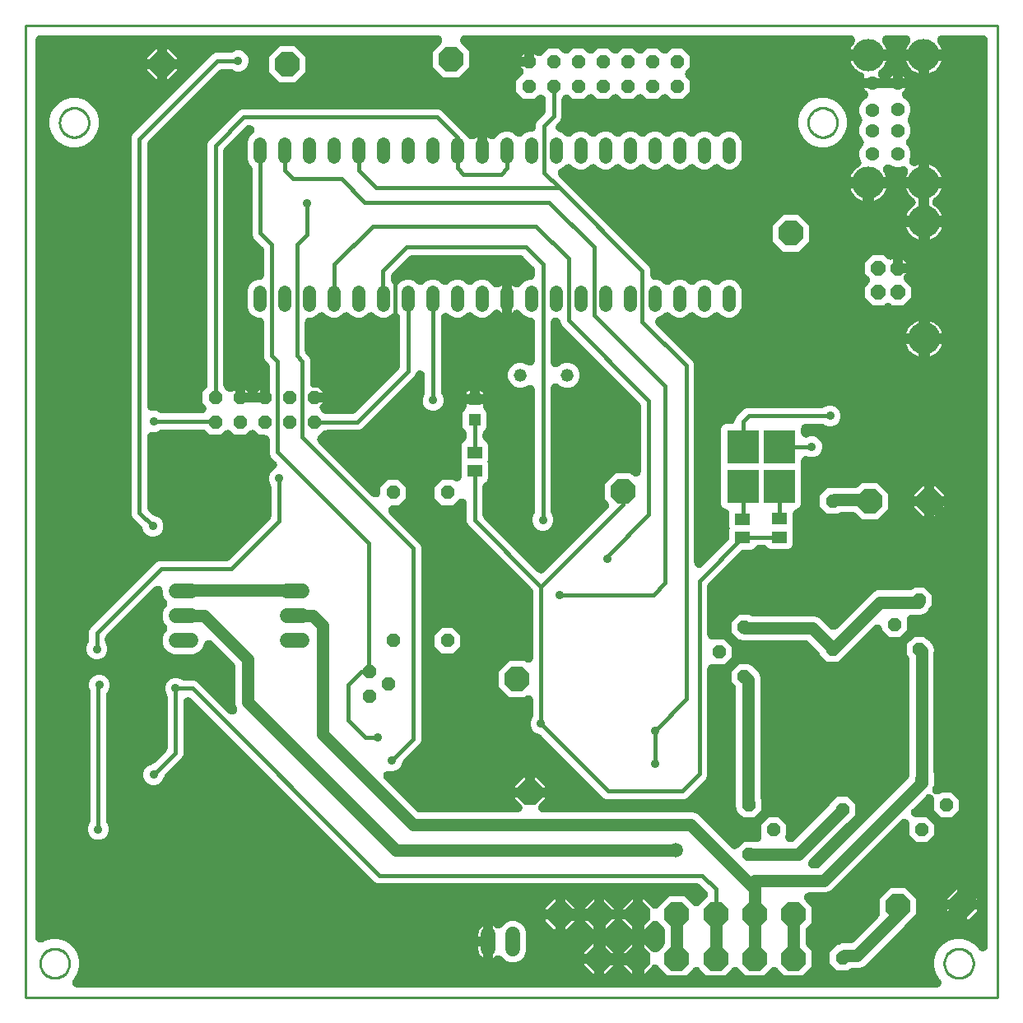
<source format=gbr>
G04 EAGLE Gerber RS-274X export*
G75*
%MOMM*%
%FSLAX34Y34*%
%LPD*%
%INTop Copper*%
%IPPOS*%
%AMOC8*
5,1,8,0,0,1.08239X$1,22.5*%
G01*
%ADD10C,1.320800*%
%ADD11P,2.749271X8X22.500000*%
%ADD12P,1.429621X8X202.500000*%
%ADD13P,1.429621X8X22.500000*%
%ADD14C,1.524000*%
%ADD15P,1.539592X8X112.500000*%
%ADD16P,1.539592X8X292.500000*%
%ADD17P,1.429621X8X292.500000*%
%ADD18P,1.539592X8X22.500000*%
%ADD19C,1.320800*%
%ADD20C,3.327400*%
%ADD21C,1.428000*%
%ADD22P,1.539592X8X202.500000*%
%ADD23R,3.300000X3.500000*%
%ADD24R,1.500000X1.300000*%
%ADD25C,1.508000*%
%ADD26R,1.200000X1.200000*%
%ADD27P,1.578125X8X112.500000*%
%ADD28C,3.316000*%
%ADD29C,0.406400*%
%ADD30C,1.270000*%
%ADD31C,1.500000*%
%ADD32C,0.906400*%
%ADD33C,1.016000*%
%ADD34C,0.254000*%

G36*
X1237230Y10176D02*
X1237230Y10176D01*
X1237467Y10183D01*
X1237548Y10196D01*
X1237630Y10201D01*
X1237862Y10245D01*
X1238097Y10282D01*
X1238176Y10305D01*
X1238256Y10320D01*
X1238481Y10393D01*
X1238709Y10459D01*
X1238784Y10491D01*
X1238862Y10517D01*
X1239076Y10617D01*
X1239294Y10711D01*
X1239364Y10753D01*
X1239439Y10788D01*
X1239639Y10915D01*
X1239843Y11035D01*
X1239907Y11085D01*
X1239977Y11129D01*
X1240159Y11279D01*
X1240347Y11424D01*
X1240405Y11482D01*
X1240468Y11534D01*
X1240630Y11707D01*
X1240798Y11874D01*
X1240848Y11939D01*
X1240905Y11998D01*
X1241044Y12190D01*
X1241190Y12377D01*
X1241231Y12447D01*
X1241280Y12513D01*
X1241394Y12721D01*
X1241515Y12924D01*
X1241548Y13000D01*
X1241587Y13071D01*
X1241675Y13291D01*
X1241769Y13509D01*
X1241792Y13587D01*
X1241823Y13664D01*
X1241882Y13892D01*
X1241948Y14120D01*
X1241962Y14201D01*
X1241982Y14280D01*
X1242012Y14515D01*
X1242050Y14749D01*
X1242052Y14831D01*
X1242063Y14912D01*
X1242063Y15149D01*
X1242071Y15386D01*
X1242064Y15467D01*
X1242064Y15550D01*
X1242035Y15785D01*
X1242013Y16020D01*
X1241996Y16100D01*
X1241985Y16182D01*
X1241927Y16412D01*
X1241876Y16642D01*
X1241848Y16720D01*
X1241828Y16799D01*
X1241741Y17020D01*
X1241662Y17243D01*
X1241625Y17316D01*
X1241595Y17392D01*
X1241481Y17601D01*
X1241375Y17811D01*
X1241329Y17879D01*
X1241289Y17951D01*
X1241151Y18143D01*
X1241018Y18339D01*
X1240965Y18400D01*
X1240916Y18468D01*
X1240739Y18657D01*
X1240586Y18832D01*
X1239866Y19551D01*
X1236554Y25288D01*
X1234839Y31688D01*
X1234839Y38312D01*
X1236554Y44712D01*
X1239866Y50449D01*
X1244551Y55134D01*
X1250288Y58446D01*
X1256688Y60161D01*
X1263312Y60161D01*
X1269712Y58446D01*
X1275449Y55134D01*
X1280134Y50449D01*
X1280361Y50055D01*
X1280507Y49836D01*
X1280649Y49612D01*
X1280684Y49569D01*
X1280714Y49524D01*
X1280886Y49325D01*
X1281054Y49121D01*
X1281094Y49083D01*
X1281130Y49042D01*
X1281326Y48865D01*
X1281518Y48684D01*
X1281563Y48652D01*
X1281603Y48615D01*
X1281820Y48464D01*
X1282034Y48309D01*
X1282081Y48282D01*
X1282126Y48251D01*
X1282360Y48129D01*
X1282591Y48001D01*
X1282642Y47981D01*
X1282691Y47956D01*
X1282938Y47864D01*
X1283184Y47766D01*
X1283237Y47752D01*
X1283288Y47733D01*
X1283544Y47673D01*
X1283800Y47607D01*
X1283855Y47600D01*
X1283908Y47587D01*
X1284170Y47559D01*
X1284432Y47526D01*
X1284487Y47526D01*
X1284541Y47520D01*
X1284805Y47525D01*
X1285070Y47525D01*
X1285124Y47531D01*
X1285178Y47532D01*
X1285440Y47571D01*
X1285702Y47603D01*
X1285755Y47617D01*
X1285809Y47625D01*
X1286063Y47695D01*
X1286319Y47760D01*
X1286370Y47780D01*
X1286423Y47795D01*
X1286666Y47897D01*
X1286912Y47994D01*
X1286960Y48020D01*
X1287011Y48041D01*
X1287239Y48172D01*
X1287471Y48299D01*
X1287516Y48331D01*
X1287563Y48358D01*
X1287773Y48517D01*
X1287988Y48672D01*
X1288028Y48710D01*
X1288071Y48743D01*
X1288260Y48927D01*
X1288453Y49107D01*
X1288488Y49149D01*
X1288527Y49187D01*
X1288692Y49394D01*
X1288861Y49597D01*
X1288890Y49643D01*
X1288924Y49686D01*
X1289062Y49912D01*
X1289204Y50134D01*
X1289227Y50183D01*
X1289255Y50230D01*
X1289363Y50471D01*
X1289477Y50710D01*
X1289494Y50762D01*
X1289516Y50812D01*
X1289593Y51064D01*
X1289676Y51315D01*
X1289686Y51369D01*
X1289702Y51421D01*
X1289747Y51681D01*
X1289797Y51940D01*
X1289800Y51994D01*
X1289810Y52049D01*
X1289823Y52346D01*
X1289839Y52594D01*
X1289839Y984760D01*
X1289830Y984915D01*
X1289830Y985070D01*
X1289810Y985232D01*
X1289799Y985396D01*
X1289770Y985548D01*
X1289751Y985702D01*
X1289711Y985861D01*
X1289680Y986022D01*
X1289632Y986169D01*
X1289594Y986319D01*
X1289534Y986472D01*
X1289483Y986628D01*
X1289418Y986768D01*
X1289361Y986912D01*
X1289282Y987056D01*
X1289212Y987204D01*
X1289130Y987335D01*
X1289055Y987471D01*
X1288959Y987604D01*
X1288871Y987743D01*
X1288773Y987862D01*
X1288682Y987988D01*
X1288570Y988107D01*
X1288466Y988234D01*
X1288353Y988340D01*
X1288247Y988453D01*
X1288121Y988558D01*
X1288002Y988670D01*
X1287876Y988762D01*
X1287757Y988861D01*
X1287619Y988949D01*
X1287487Y989045D01*
X1287351Y989120D01*
X1287220Y989204D01*
X1287072Y989274D01*
X1286929Y989353D01*
X1286785Y989410D01*
X1286645Y989477D01*
X1286489Y989528D01*
X1286336Y989588D01*
X1286186Y989627D01*
X1286039Y989676D01*
X1285878Y989707D01*
X1285720Y989748D01*
X1285566Y989767D01*
X1285414Y989797D01*
X1285255Y989807D01*
X1285088Y989829D01*
X1284919Y989829D01*
X1284760Y989839D01*
X1242694Y989839D01*
X1242425Y989822D01*
X1242154Y989810D01*
X1242106Y989802D01*
X1242058Y989799D01*
X1241793Y989749D01*
X1241526Y989703D01*
X1241480Y989689D01*
X1241432Y989680D01*
X1241175Y989597D01*
X1240916Y989518D01*
X1240872Y989498D01*
X1240826Y989483D01*
X1240581Y989368D01*
X1240335Y989258D01*
X1240293Y989233D01*
X1240250Y989212D01*
X1240021Y989067D01*
X1239790Y988927D01*
X1239752Y988897D01*
X1239712Y988871D01*
X1239503Y988699D01*
X1239291Y988531D01*
X1239258Y988496D01*
X1239220Y988466D01*
X1239035Y988268D01*
X1238846Y988075D01*
X1238817Y988037D01*
X1238784Y988002D01*
X1238625Y987783D01*
X1238461Y987567D01*
X1238437Y987525D01*
X1238409Y987487D01*
X1238278Y987250D01*
X1238143Y987015D01*
X1238124Y986971D01*
X1238101Y986929D01*
X1238001Y986677D01*
X1237897Y986428D01*
X1237884Y986381D01*
X1237866Y986336D01*
X1237798Y986075D01*
X1237725Y985814D01*
X1237718Y985766D01*
X1237706Y985720D01*
X1237672Y985451D01*
X1237633Y985184D01*
X1237632Y985135D01*
X1237626Y985088D01*
X1237625Y984816D01*
X1237619Y984547D01*
X1237624Y984499D01*
X1237624Y984450D01*
X1237658Y984182D01*
X1237686Y983913D01*
X1237697Y983866D01*
X1237703Y983818D01*
X1237770Y983556D01*
X1237832Y983293D01*
X1237848Y983247D01*
X1237860Y983201D01*
X1237959Y982949D01*
X1238053Y982695D01*
X1238076Y982653D01*
X1238093Y982608D01*
X1238224Y982370D01*
X1238348Y982131D01*
X1238375Y982092D01*
X1238399Y982049D01*
X1238580Y981798D01*
X1238723Y981593D01*
X1239691Y980379D01*
X1240837Y978555D01*
X1241772Y976615D01*
X1242322Y975042D01*
X1224725Y975042D01*
X1224570Y975032D01*
X1224415Y975032D01*
X1224252Y975012D01*
X1224089Y975002D01*
X1224029Y974990D01*
X1223981Y975000D01*
X1223822Y975010D01*
X1223655Y975031D01*
X1223486Y975032D01*
X1223327Y975042D01*
X1205730Y975042D01*
X1206280Y976615D01*
X1207215Y978555D01*
X1208361Y980379D01*
X1209329Y981593D01*
X1209484Y981814D01*
X1209643Y982034D01*
X1209667Y982076D01*
X1209694Y982115D01*
X1209820Y982354D01*
X1209951Y982591D01*
X1209969Y982636D01*
X1209991Y982679D01*
X1210086Y982932D01*
X1210186Y983184D01*
X1210198Y983230D01*
X1210215Y983275D01*
X1210278Y983539D01*
X1210346Y983800D01*
X1210352Y983848D01*
X1210363Y983895D01*
X1210392Y984164D01*
X1210426Y984432D01*
X1210427Y984481D01*
X1210432Y984528D01*
X1210427Y984798D01*
X1210428Y985070D01*
X1210422Y985117D01*
X1210421Y985166D01*
X1210382Y985433D01*
X1210349Y985702D01*
X1210337Y985749D01*
X1210330Y985796D01*
X1210259Y986057D01*
X1210192Y986319D01*
X1210174Y986364D01*
X1210161Y986411D01*
X1210058Y986660D01*
X1209959Y986912D01*
X1209935Y986955D01*
X1209917Y986999D01*
X1209783Y987232D01*
X1209653Y987471D01*
X1209625Y987510D01*
X1209601Y987552D01*
X1209439Y987768D01*
X1209280Y987988D01*
X1209247Y988023D01*
X1209218Y988061D01*
X1209030Y988255D01*
X1208845Y988453D01*
X1208808Y988484D01*
X1208774Y988519D01*
X1208563Y988688D01*
X1208355Y988861D01*
X1208315Y988887D01*
X1208277Y988917D01*
X1208046Y989058D01*
X1207818Y989204D01*
X1207775Y989224D01*
X1207733Y989249D01*
X1207487Y989360D01*
X1207242Y989477D01*
X1207196Y989492D01*
X1207153Y989512D01*
X1206895Y989591D01*
X1206637Y989676D01*
X1206590Y989685D01*
X1206544Y989699D01*
X1206278Y989745D01*
X1206012Y989797D01*
X1205964Y989800D01*
X1205916Y989808D01*
X1205608Y989823D01*
X1205358Y989839D01*
X1186001Y989839D01*
X1185731Y989822D01*
X1185460Y989810D01*
X1185413Y989802D01*
X1185365Y989799D01*
X1185100Y989749D01*
X1184832Y989703D01*
X1184786Y989689D01*
X1184739Y989680D01*
X1184481Y989596D01*
X1184223Y989518D01*
X1184179Y989498D01*
X1184133Y989483D01*
X1183888Y989368D01*
X1183641Y989258D01*
X1183600Y989233D01*
X1183556Y989212D01*
X1183328Y989068D01*
X1183097Y988927D01*
X1183059Y988897D01*
X1183018Y988871D01*
X1182810Y988699D01*
X1182598Y988531D01*
X1182564Y988496D01*
X1182527Y988466D01*
X1182342Y988269D01*
X1182152Y988075D01*
X1182123Y988037D01*
X1182090Y988002D01*
X1181931Y987783D01*
X1181768Y987567D01*
X1181744Y987525D01*
X1181715Y987487D01*
X1181585Y987250D01*
X1181450Y987015D01*
X1181431Y986971D01*
X1181408Y986929D01*
X1181308Y986677D01*
X1181203Y986428D01*
X1181190Y986381D01*
X1181172Y986336D01*
X1181104Y986074D01*
X1181032Y985814D01*
X1181025Y985766D01*
X1181013Y985720D01*
X1180978Y985449D01*
X1180939Y985184D01*
X1180938Y985136D01*
X1180932Y985088D01*
X1180932Y984816D01*
X1180926Y984547D01*
X1180931Y984499D01*
X1180931Y984450D01*
X1180964Y984181D01*
X1180993Y983913D01*
X1181004Y983866D01*
X1181010Y983818D01*
X1181076Y983556D01*
X1181138Y983293D01*
X1181155Y983247D01*
X1181167Y983201D01*
X1181266Y982949D01*
X1181360Y982695D01*
X1181382Y982653D01*
X1181400Y982608D01*
X1181530Y982370D01*
X1181655Y982131D01*
X1181682Y982092D01*
X1181706Y982049D01*
X1181886Y981799D01*
X1182030Y981593D01*
X1182795Y980633D01*
X1183941Y978809D01*
X1184876Y976869D01*
X1185426Y975296D01*
X1167829Y975296D01*
X1167674Y975286D01*
X1167519Y975286D01*
X1167356Y975266D01*
X1167193Y975256D01*
X1167133Y975244D01*
X1167085Y975254D01*
X1166926Y975264D01*
X1166759Y975285D01*
X1166590Y975286D01*
X1166431Y975296D01*
X1148834Y975296D01*
X1149384Y976869D01*
X1150319Y978809D01*
X1151465Y980633D01*
X1152230Y981593D01*
X1152385Y981815D01*
X1152545Y982034D01*
X1152568Y982076D01*
X1152596Y982115D01*
X1152722Y982354D01*
X1152852Y982591D01*
X1152870Y982636D01*
X1152893Y982679D01*
X1152988Y982932D01*
X1153088Y983184D01*
X1153100Y983230D01*
X1153117Y983275D01*
X1153179Y983538D01*
X1153247Y983800D01*
X1153253Y983848D01*
X1153264Y983895D01*
X1153294Y984164D01*
X1153328Y984432D01*
X1153328Y984481D01*
X1153333Y984528D01*
X1153329Y984798D01*
X1153329Y985070D01*
X1153323Y985117D01*
X1153322Y985165D01*
X1153284Y985432D01*
X1153250Y985702D01*
X1153239Y985749D01*
X1153232Y985796D01*
X1153160Y986057D01*
X1153093Y986319D01*
X1153076Y986364D01*
X1153063Y986410D01*
X1152959Y986660D01*
X1152860Y986912D01*
X1152837Y986954D01*
X1152818Y986999D01*
X1152684Y987234D01*
X1152554Y987471D01*
X1152526Y987510D01*
X1152502Y987552D01*
X1152340Y987768D01*
X1152181Y987988D01*
X1152148Y988023D01*
X1152119Y988061D01*
X1151931Y988256D01*
X1151746Y988453D01*
X1151709Y988484D01*
X1151676Y988519D01*
X1151464Y988688D01*
X1151256Y988861D01*
X1151216Y988887D01*
X1151178Y988917D01*
X1150948Y989058D01*
X1150720Y989204D01*
X1150676Y989224D01*
X1150635Y989249D01*
X1150389Y989361D01*
X1150144Y989477D01*
X1150098Y989492D01*
X1150054Y989512D01*
X1149796Y989591D01*
X1149539Y989676D01*
X1149491Y989685D01*
X1149445Y989699D01*
X1149179Y989745D01*
X1148913Y989797D01*
X1148866Y989800D01*
X1148818Y989808D01*
X1148509Y989823D01*
X1148259Y989839D01*
X752076Y989839D01*
X751839Y989824D01*
X751603Y989817D01*
X751522Y989804D01*
X751440Y989799D01*
X751208Y989755D01*
X750973Y989718D01*
X750894Y989695D01*
X750814Y989680D01*
X750588Y989607D01*
X750361Y989541D01*
X750286Y989509D01*
X750208Y989483D01*
X749993Y989383D01*
X749776Y989289D01*
X749706Y989247D01*
X749631Y989212D01*
X749431Y989086D01*
X749227Y988965D01*
X749163Y988915D01*
X749093Y988871D01*
X748910Y988720D01*
X748723Y988576D01*
X748665Y988518D01*
X748602Y988466D01*
X748440Y988293D01*
X748272Y988126D01*
X748221Y988061D01*
X748165Y988002D01*
X748026Y987810D01*
X747880Y987623D01*
X747839Y987553D01*
X747790Y987487D01*
X747676Y987279D01*
X747555Y987076D01*
X747522Y987001D01*
X747483Y986929D01*
X747395Y986708D01*
X747301Y986491D01*
X747278Y986413D01*
X747247Y986336D01*
X747188Y986107D01*
X747121Y985880D01*
X747108Y985799D01*
X747088Y985720D01*
X747058Y985485D01*
X747020Y985251D01*
X747017Y985169D01*
X747007Y985088D01*
X747007Y984851D01*
X746999Y984614D01*
X747006Y984533D01*
X747006Y984450D01*
X747035Y984215D01*
X747057Y983980D01*
X747074Y983900D01*
X747085Y983818D01*
X747143Y983588D01*
X747194Y983358D01*
X747221Y983280D01*
X747242Y983201D01*
X747328Y982980D01*
X747408Y982757D01*
X747445Y982684D01*
X747475Y982608D01*
X747589Y982400D01*
X747695Y982189D01*
X747741Y982121D01*
X747781Y982049D01*
X747919Y981857D01*
X748052Y981661D01*
X748105Y981600D01*
X748154Y981532D01*
X748332Y981342D01*
X748484Y981168D01*
X756667Y972986D01*
X756667Y957414D01*
X745656Y946403D01*
X730084Y946403D01*
X719073Y957414D01*
X719073Y972986D01*
X727256Y981168D01*
X727412Y981346D01*
X727575Y981518D01*
X727623Y981585D01*
X727677Y981646D01*
X727810Y981842D01*
X727950Y982034D01*
X727989Y982105D01*
X728035Y982173D01*
X728143Y982384D01*
X728257Y982591D01*
X728288Y982668D01*
X728325Y982741D01*
X728405Y982963D01*
X728493Y983184D01*
X728513Y983263D01*
X728541Y983340D01*
X728593Y983571D01*
X728652Y983800D01*
X728662Y983882D01*
X728680Y983962D01*
X728703Y984197D01*
X728733Y984432D01*
X728733Y984515D01*
X728741Y984596D01*
X728734Y984832D01*
X728734Y985070D01*
X728724Y985151D01*
X728721Y985233D01*
X728685Y985467D01*
X728655Y985702D01*
X728635Y985781D01*
X728622Y985862D01*
X728557Y986090D01*
X728498Y986319D01*
X728468Y986395D01*
X728445Y986474D01*
X728352Y986692D01*
X728265Y986912D01*
X728226Y986984D01*
X728193Y987059D01*
X728073Y987263D01*
X727959Y987471D01*
X727911Y987538D01*
X727870Y987608D01*
X727725Y987796D01*
X727586Y987988D01*
X727530Y988048D01*
X727480Y988112D01*
X727313Y988280D01*
X727151Y988453D01*
X727088Y988506D01*
X727030Y988564D01*
X726844Y988709D01*
X726662Y988861D01*
X726592Y988905D01*
X726528Y988955D01*
X726324Y989076D01*
X726125Y989204D01*
X726050Y989239D01*
X725980Y989281D01*
X725763Y989375D01*
X725549Y989477D01*
X725471Y989502D01*
X725396Y989535D01*
X725169Y989602D01*
X724944Y989676D01*
X724863Y989691D01*
X724784Y989714D01*
X724551Y989752D01*
X724318Y989797D01*
X724238Y989802D01*
X724155Y989815D01*
X723895Y989824D01*
X723664Y989839D01*
X315240Y989839D01*
X315085Y989830D01*
X314930Y989830D01*
X314768Y989810D01*
X314604Y989799D01*
X314452Y989770D01*
X314298Y989751D01*
X314139Y989711D01*
X313978Y989680D01*
X313831Y989632D01*
X313681Y989594D01*
X313528Y989534D01*
X313372Y989483D01*
X313232Y989418D01*
X313088Y989361D01*
X312944Y989282D01*
X312796Y989212D01*
X312665Y989130D01*
X312529Y989055D01*
X312396Y988959D01*
X312257Y988871D01*
X312138Y988773D01*
X312012Y988682D01*
X311893Y988570D01*
X311766Y988466D01*
X311660Y988353D01*
X311547Y988247D01*
X311442Y988121D01*
X311330Y988002D01*
X311238Y987876D01*
X311139Y987757D01*
X311051Y987619D01*
X310955Y987487D01*
X310880Y987351D01*
X310796Y987220D01*
X310726Y987072D01*
X310647Y986929D01*
X310590Y986785D01*
X310523Y986645D01*
X310472Y986489D01*
X310412Y986336D01*
X310373Y986186D01*
X310324Y986039D01*
X310293Y985878D01*
X310252Y985720D01*
X310233Y985566D01*
X310203Y985414D01*
X310193Y985255D01*
X310171Y985088D01*
X310171Y984919D01*
X310161Y984760D01*
X310161Y61396D01*
X310174Y61187D01*
X310178Y60978D01*
X310194Y60870D01*
X310201Y60761D01*
X310240Y60555D01*
X310270Y60347D01*
X310299Y60242D01*
X310320Y60135D01*
X310385Y59935D01*
X310441Y59733D01*
X310483Y59633D01*
X310517Y59529D01*
X310606Y59339D01*
X310687Y59146D01*
X310741Y59051D01*
X310788Y58952D01*
X310900Y58775D01*
X311004Y58593D01*
X311070Y58506D01*
X311129Y58414D01*
X311262Y58252D01*
X311388Y58085D01*
X311465Y58007D01*
X311534Y57923D01*
X311687Y57779D01*
X311833Y57629D01*
X311919Y57561D01*
X311998Y57486D01*
X312168Y57363D01*
X312332Y57232D01*
X312425Y57175D01*
X312513Y57111D01*
X312697Y57010D01*
X312876Y56901D01*
X312976Y56856D01*
X313071Y56803D01*
X313266Y56726D01*
X313457Y56640D01*
X313562Y56608D01*
X313664Y56568D01*
X313866Y56516D01*
X314067Y56454D01*
X314175Y56436D01*
X314280Y56409D01*
X314488Y56382D01*
X314695Y56346D01*
X314804Y56342D01*
X314912Y56328D01*
X315122Y56327D01*
X315331Y56318D01*
X315440Y56327D01*
X315550Y56327D01*
X315757Y56352D01*
X315966Y56369D01*
X316073Y56392D01*
X316182Y56405D01*
X316385Y56457D01*
X316590Y56500D01*
X316693Y56535D01*
X316799Y56562D01*
X316994Y56639D01*
X317192Y56707D01*
X317288Y56755D01*
X317392Y56796D01*
X317592Y56905D01*
X317780Y56998D01*
X320288Y58446D01*
X326688Y60161D01*
X333312Y60161D01*
X339712Y58446D01*
X345449Y55134D01*
X350134Y50449D01*
X353446Y44712D01*
X355161Y38312D01*
X355161Y31688D01*
X353446Y25288D01*
X350134Y19551D01*
X349414Y18832D01*
X349258Y18654D01*
X349095Y18482D01*
X349047Y18415D01*
X348993Y18354D01*
X348860Y18158D01*
X348720Y17966D01*
X348681Y17895D01*
X348635Y17827D01*
X348527Y17616D01*
X348413Y17409D01*
X348382Y17332D01*
X348345Y17259D01*
X348265Y17036D01*
X348177Y16816D01*
X348157Y16737D01*
X348129Y16660D01*
X348077Y16429D01*
X348018Y16200D01*
X348008Y16118D01*
X347990Y16038D01*
X347967Y15803D01*
X347937Y15568D01*
X347937Y15485D01*
X347929Y15404D01*
X347936Y15168D01*
X347936Y14930D01*
X347946Y14849D01*
X347949Y14767D01*
X347985Y14534D01*
X348015Y14298D01*
X348035Y14218D01*
X348048Y14138D01*
X348113Y13911D01*
X348172Y13681D01*
X348202Y13604D01*
X348225Y13526D01*
X348318Y13308D01*
X348405Y13088D01*
X348444Y13016D01*
X348477Y12941D01*
X348597Y12737D01*
X348711Y12529D01*
X348759Y12462D01*
X348800Y12392D01*
X348945Y12204D01*
X349084Y12012D01*
X349140Y11952D01*
X349190Y11888D01*
X349357Y11720D01*
X349519Y11547D01*
X349582Y11494D01*
X349640Y11436D01*
X349827Y11291D01*
X350009Y11139D01*
X350078Y11095D01*
X350142Y11045D01*
X350346Y10924D01*
X350545Y10796D01*
X350620Y10761D01*
X350690Y10719D01*
X350907Y10625D01*
X351121Y10523D01*
X351199Y10498D01*
X351274Y10465D01*
X351501Y10398D01*
X351726Y10324D01*
X351807Y10309D01*
X351886Y10286D01*
X352120Y10248D01*
X352352Y10203D01*
X352432Y10198D01*
X352515Y10185D01*
X352775Y10176D01*
X353006Y10161D01*
X1236994Y10161D01*
X1237230Y10176D01*
G37*
%LPC*%
G36*
X962214Y21203D02*
X962214Y21203D01*
X951077Y32340D01*
X950961Y32443D01*
X950852Y32553D01*
X950722Y32653D01*
X950599Y32762D01*
X950471Y32849D01*
X950349Y32944D01*
X950208Y33028D01*
X950072Y33120D01*
X949934Y33190D01*
X949801Y33269D01*
X949651Y33335D01*
X949505Y33409D01*
X949359Y33462D01*
X949217Y33524D01*
X949059Y33570D01*
X948905Y33626D01*
X948754Y33659D01*
X948606Y33703D01*
X948444Y33729D01*
X948284Y33765D01*
X948129Y33780D01*
X947976Y33804D01*
X947813Y33810D01*
X947649Y33825D01*
X947495Y33821D01*
X947340Y33826D01*
X947176Y33811D01*
X947013Y33806D01*
X946860Y33782D01*
X946705Y33768D01*
X946545Y33732D01*
X946383Y33707D01*
X946234Y33664D01*
X946083Y33631D01*
X945929Y33576D01*
X945771Y33530D01*
X945629Y33469D01*
X945483Y33417D01*
X945337Y33343D01*
X945186Y33278D01*
X945052Y33199D01*
X944914Y33129D01*
X944779Y33038D01*
X944637Y32954D01*
X944514Y32859D01*
X944386Y32773D01*
X944267Y32668D01*
X944133Y32565D01*
X944014Y32446D01*
X943894Y32340D01*
X936313Y24759D01*
X935079Y24759D01*
X935079Y40000D01*
X935079Y55241D01*
X936313Y55241D01*
X943894Y47660D01*
X944010Y47557D01*
X944119Y47447D01*
X944249Y47347D01*
X944372Y47238D01*
X944500Y47151D01*
X944622Y47056D01*
X944763Y46972D01*
X944899Y46880D01*
X945037Y46810D01*
X945170Y46731D01*
X945320Y46665D01*
X945466Y46591D01*
X945612Y46538D01*
X945754Y46476D01*
X945912Y46430D01*
X946066Y46374D01*
X946217Y46341D01*
X946366Y46297D01*
X946527Y46271D01*
X946687Y46235D01*
X946842Y46220D01*
X946995Y46196D01*
X947159Y46190D01*
X947322Y46175D01*
X947476Y46179D01*
X947631Y46174D01*
X947795Y46189D01*
X947958Y46194D01*
X948111Y46218D01*
X948266Y46232D01*
X948426Y46268D01*
X948588Y46293D01*
X948737Y46336D01*
X948888Y46369D01*
X949042Y46424D01*
X949200Y46470D01*
X949342Y46531D01*
X949488Y46583D01*
X949634Y46657D01*
X949785Y46722D01*
X949919Y46801D01*
X950057Y46871D01*
X950193Y46962D01*
X950334Y47046D01*
X950456Y47141D01*
X950585Y47227D01*
X950705Y47332D01*
X950838Y47435D01*
X950957Y47554D01*
X951077Y47660D01*
X956092Y52674D01*
X956140Y52729D01*
X956193Y52779D01*
X956350Y52968D01*
X956513Y53152D01*
X956554Y53212D01*
X956601Y53269D01*
X956733Y53476D01*
X956871Y53679D01*
X956904Y53744D01*
X956944Y53805D01*
X957049Y54028D01*
X957161Y54247D01*
X957185Y54315D01*
X957217Y54381D01*
X957293Y54614D01*
X957377Y54846D01*
X957393Y54917D01*
X957416Y54986D01*
X957462Y55227D01*
X957516Y55468D01*
X957523Y55540D01*
X957537Y55612D01*
X957552Y55843D01*
X957577Y56102D01*
X957574Y56185D01*
X957579Y56266D01*
X957579Y68734D01*
X957575Y68807D01*
X957577Y68880D01*
X957555Y69125D01*
X957539Y69370D01*
X957526Y69442D01*
X957519Y69514D01*
X957466Y69755D01*
X957420Y69996D01*
X957398Y70065D01*
X957382Y70137D01*
X957299Y70368D01*
X957223Y70602D01*
X957192Y70668D01*
X957168Y70737D01*
X957057Y70956D01*
X956952Y71179D01*
X956913Y71240D01*
X956880Y71305D01*
X956743Y71509D01*
X956611Y71717D01*
X956565Y71773D01*
X956524Y71834D01*
X956371Y72007D01*
X956206Y72208D01*
X956145Y72265D01*
X956092Y72326D01*
X951077Y77340D01*
X950961Y77443D01*
X950852Y77553D01*
X950722Y77653D01*
X950599Y77762D01*
X950471Y77849D01*
X950349Y77944D01*
X950208Y78028D01*
X950072Y78120D01*
X949934Y78190D01*
X949801Y78269D01*
X949651Y78335D01*
X949505Y78409D01*
X949359Y78462D01*
X949217Y78524D01*
X949060Y78570D01*
X948905Y78626D01*
X948754Y78659D01*
X948606Y78703D01*
X948444Y78729D01*
X948284Y78765D01*
X948129Y78780D01*
X947976Y78804D01*
X947813Y78810D01*
X947649Y78825D01*
X947495Y78821D01*
X947340Y78826D01*
X947176Y78811D01*
X947013Y78806D01*
X946860Y78782D01*
X946705Y78768D01*
X946545Y78732D01*
X946383Y78707D01*
X946234Y78664D01*
X946083Y78631D01*
X945929Y78576D01*
X945771Y78530D01*
X945629Y78469D01*
X945483Y78417D01*
X945337Y78343D01*
X945186Y78278D01*
X945052Y78199D01*
X944914Y78129D01*
X944779Y78038D01*
X944637Y77954D01*
X944515Y77859D01*
X944386Y77773D01*
X944266Y77668D01*
X944133Y77565D01*
X944014Y77446D01*
X943894Y77340D01*
X936313Y69759D01*
X935079Y69759D01*
X935079Y85000D01*
X935079Y100241D01*
X936313Y100241D01*
X943894Y92660D01*
X944010Y92557D01*
X944119Y92447D01*
X944249Y92347D01*
X944372Y92238D01*
X944500Y92151D01*
X944622Y92056D01*
X944763Y91972D01*
X944899Y91880D01*
X945037Y91810D01*
X945170Y91731D01*
X945320Y91665D01*
X945466Y91591D01*
X945612Y91538D01*
X945754Y91476D01*
X945912Y91430D01*
X946066Y91374D01*
X946217Y91341D01*
X946365Y91297D01*
X946527Y91271D01*
X946687Y91235D01*
X946842Y91220D01*
X946995Y91196D01*
X947159Y91190D01*
X947322Y91175D01*
X947476Y91179D01*
X947631Y91174D01*
X947795Y91189D01*
X947958Y91194D01*
X948111Y91218D01*
X948266Y91232D01*
X948426Y91268D01*
X948588Y91293D01*
X948737Y91336D01*
X948888Y91369D01*
X949042Y91424D01*
X949200Y91470D01*
X949342Y91531D01*
X949488Y91583D01*
X949634Y91657D01*
X949785Y91722D01*
X949919Y91801D01*
X950057Y91871D01*
X950193Y91962D01*
X950334Y92046D01*
X950456Y92141D01*
X950585Y92227D01*
X950704Y92332D01*
X950838Y92435D01*
X950958Y92555D01*
X951077Y92660D01*
X962214Y103797D01*
X977786Y103797D01*
X986408Y95174D01*
X986525Y95072D01*
X986634Y94962D01*
X986763Y94861D01*
X986886Y94753D01*
X987014Y94666D01*
X987137Y94570D01*
X987278Y94487D01*
X987413Y94395D01*
X987551Y94324D01*
X987684Y94245D01*
X987835Y94180D01*
X987981Y94105D01*
X988126Y94053D01*
X988269Y93991D01*
X988426Y93945D01*
X988580Y93889D01*
X988731Y93855D01*
X988880Y93812D01*
X989042Y93785D01*
X989202Y93750D01*
X989356Y93735D01*
X989509Y93710D01*
X989673Y93705D01*
X989836Y93689D01*
X989991Y93694D01*
X990146Y93689D01*
X990309Y93704D01*
X990473Y93709D01*
X990626Y93733D01*
X990780Y93747D01*
X990940Y93782D01*
X991102Y93808D01*
X991251Y93851D01*
X991402Y93884D01*
X991557Y93939D01*
X991714Y93985D01*
X991857Y94046D01*
X992003Y94098D01*
X992149Y94172D01*
X992299Y94237D01*
X992433Y94316D01*
X992571Y94385D01*
X992707Y94477D01*
X992848Y94560D01*
X992971Y94655D01*
X993099Y94742D01*
X993219Y94847D01*
X993352Y94950D01*
X993472Y95069D01*
X993592Y95174D01*
X1000384Y101966D01*
X1000432Y102021D01*
X1000485Y102071D01*
X1000643Y102260D01*
X1000805Y102444D01*
X1000846Y102504D01*
X1000893Y102561D01*
X1001025Y102768D01*
X1001163Y102971D01*
X1001196Y103036D01*
X1001236Y103097D01*
X1001341Y103320D01*
X1001453Y103539D01*
X1001477Y103607D01*
X1001509Y103673D01*
X1001585Y103907D01*
X1001669Y104138D01*
X1001685Y104209D01*
X1001708Y104278D01*
X1001754Y104520D01*
X1001808Y104760D01*
X1001815Y104832D01*
X1001829Y104904D01*
X1001844Y105135D01*
X1001869Y105394D01*
X1001866Y105477D01*
X1001871Y105558D01*
X1001871Y105939D01*
X1001867Y106012D01*
X1001869Y106085D01*
X1001847Y106330D01*
X1001831Y106575D01*
X1001818Y106646D01*
X1001811Y106719D01*
X1001758Y106959D01*
X1001712Y107201D01*
X1001689Y107270D01*
X1001674Y107341D01*
X1001591Y107573D01*
X1001515Y107807D01*
X1001484Y107873D01*
X1001460Y107942D01*
X1001349Y108161D01*
X1001244Y108383D01*
X1001205Y108445D01*
X1001172Y108510D01*
X1001035Y108714D01*
X1000903Y108922D01*
X1000857Y108978D01*
X1000816Y109038D01*
X1000663Y109212D01*
X1000498Y109413D01*
X1000437Y109470D01*
X1000384Y109531D01*
X994055Y115860D01*
X994000Y115908D01*
X993950Y115961D01*
X993761Y116119D01*
X993577Y116281D01*
X993516Y116322D01*
X993460Y116369D01*
X993253Y116501D01*
X993050Y116639D01*
X992985Y116672D01*
X992923Y116712D01*
X992701Y116817D01*
X992482Y116929D01*
X992414Y116953D01*
X992348Y116985D01*
X992114Y117061D01*
X991883Y117145D01*
X991812Y117161D01*
X991742Y117184D01*
X991501Y117230D01*
X991261Y117284D01*
X991189Y117291D01*
X991117Y117305D01*
X990886Y117320D01*
X990627Y117345D01*
X990543Y117342D01*
X990463Y117347D01*
X662593Y117347D01*
X659605Y118585D01*
X656604Y121586D01*
X470952Y307239D01*
X470774Y307395D01*
X470602Y307558D01*
X470535Y307606D01*
X470474Y307660D01*
X470278Y307793D01*
X470086Y307933D01*
X470015Y307972D01*
X469947Y308018D01*
X469736Y308126D01*
X469529Y308240D01*
X469452Y308270D01*
X469379Y308308D01*
X469156Y308388D01*
X468936Y308476D01*
X468857Y308496D01*
X468780Y308524D01*
X468549Y308576D01*
X468320Y308635D01*
X468238Y308645D01*
X468158Y308663D01*
X467923Y308686D01*
X467688Y308716D01*
X467605Y308716D01*
X467524Y308724D01*
X467288Y308717D01*
X467050Y308717D01*
X466969Y308707D01*
X466887Y308704D01*
X466653Y308668D01*
X466418Y308638D01*
X466339Y308618D01*
X466258Y308605D01*
X466030Y308539D01*
X465801Y308481D01*
X465725Y308451D01*
X465646Y308428D01*
X465428Y308335D01*
X465208Y308248D01*
X465136Y308208D01*
X465061Y308176D01*
X464857Y308056D01*
X464649Y307942D01*
X464582Y307894D01*
X464512Y307853D01*
X464324Y307708D01*
X464132Y307569D01*
X464073Y307513D01*
X464008Y307463D01*
X463840Y307296D01*
X463667Y307134D01*
X463614Y307071D01*
X463556Y307013D01*
X463411Y306826D01*
X463259Y306644D01*
X463215Y306575D01*
X463165Y306510D01*
X463044Y306307D01*
X462916Y306107D01*
X462881Y306033D01*
X462839Y305963D01*
X462745Y305746D01*
X462643Y305532D01*
X462618Y305454D01*
X462585Y305379D01*
X462518Y305151D01*
X462444Y304926D01*
X462429Y304846D01*
X462406Y304767D01*
X462368Y304533D01*
X462323Y304301D01*
X462318Y304220D01*
X462305Y304138D01*
X462296Y303878D01*
X462281Y303647D01*
X462281Y249843D01*
X461043Y246855D01*
X443916Y229729D01*
X443868Y229674D01*
X443815Y229624D01*
X443657Y229435D01*
X443495Y229251D01*
X443454Y229190D01*
X443407Y229134D01*
X443275Y228927D01*
X443137Y228724D01*
X443104Y228659D01*
X443064Y228597D01*
X442959Y228375D01*
X442847Y228156D01*
X442823Y228088D01*
X442791Y228022D01*
X442714Y227788D01*
X442631Y227557D01*
X442615Y227486D01*
X442592Y227416D01*
X442583Y227365D01*
X440811Y223087D01*
X437821Y220097D01*
X433914Y218479D01*
X429686Y218479D01*
X425779Y220097D01*
X422789Y223087D01*
X421171Y226994D01*
X421171Y231222D01*
X422789Y235129D01*
X425779Y238119D01*
X430053Y239889D01*
X430091Y239896D01*
X430160Y239919D01*
X430232Y239934D01*
X430463Y240017D01*
X430697Y240093D01*
X430763Y240124D01*
X430832Y240148D01*
X431051Y240259D01*
X431273Y240364D01*
X431335Y240403D01*
X431400Y240436D01*
X431604Y240573D01*
X431812Y240705D01*
X431868Y240751D01*
X431928Y240792D01*
X432102Y240945D01*
X432303Y241110D01*
X432360Y241171D01*
X432421Y241224D01*
X444536Y253339D01*
X444584Y253394D01*
X444637Y253444D01*
X444794Y253633D01*
X444957Y253817D01*
X444998Y253878D01*
X445045Y253934D01*
X445177Y254141D01*
X445315Y254344D01*
X445348Y254409D01*
X445388Y254471D01*
X445493Y254693D01*
X445605Y254912D01*
X445629Y254980D01*
X445661Y255046D01*
X445738Y255280D01*
X445821Y255511D01*
X445837Y255582D01*
X445860Y255652D01*
X445906Y255893D01*
X445960Y256133D01*
X445967Y256205D01*
X445981Y256277D01*
X445996Y256508D01*
X446021Y256767D01*
X446018Y256851D01*
X446023Y256931D01*
X446023Y309002D01*
X446019Y309074D01*
X446021Y309147D01*
X445999Y309392D01*
X445983Y309637D01*
X445970Y309709D01*
X445963Y309782D01*
X445910Y310022D01*
X445864Y310263D01*
X445841Y310333D01*
X445826Y310404D01*
X445743Y310635D01*
X445667Y310869D01*
X445636Y310936D01*
X445612Y311004D01*
X445501Y311223D01*
X445396Y311446D01*
X445357Y311508D01*
X445324Y311573D01*
X445295Y311616D01*
X443523Y315894D01*
X443523Y320122D01*
X445141Y324029D01*
X448131Y327019D01*
X452038Y328637D01*
X456266Y328637D01*
X460540Y326867D01*
X460572Y326845D01*
X460637Y326812D01*
X460698Y326772D01*
X460920Y326667D01*
X461139Y326555D01*
X461208Y326531D01*
X461274Y326499D01*
X461508Y326423D01*
X461739Y326339D01*
X461810Y326323D01*
X461879Y326300D01*
X462120Y326254D01*
X462360Y326200D01*
X462433Y326193D01*
X462505Y326179D01*
X462736Y326164D01*
X462995Y326139D01*
X463078Y326142D01*
X463158Y326137D01*
X473295Y326137D01*
X476283Y324899D01*
X508951Y292231D01*
X509159Y292048D01*
X509365Y291860D01*
X509398Y291836D01*
X509429Y291809D01*
X509658Y291653D01*
X509886Y291493D01*
X509922Y291474D01*
X509956Y291451D01*
X510203Y291325D01*
X510449Y291195D01*
X510487Y291180D01*
X510523Y291162D01*
X510784Y291068D01*
X511044Y290969D01*
X511084Y290959D01*
X511123Y290945D01*
X511393Y290885D01*
X511664Y290820D01*
X511704Y290815D01*
X511745Y290806D01*
X512020Y290780D01*
X512297Y290749D01*
X512338Y290750D01*
X512379Y290746D01*
X512656Y290754D01*
X512934Y290758D01*
X512975Y290764D01*
X513016Y290765D01*
X513291Y290808D01*
X513565Y290847D01*
X513604Y290858D01*
X513645Y290864D01*
X513912Y290941D01*
X514180Y291014D01*
X514218Y291030D01*
X514257Y291041D01*
X514513Y291151D01*
X514769Y291257D01*
X514804Y291277D01*
X514842Y291293D01*
X515082Y291435D01*
X515323Y291571D01*
X515356Y291596D01*
X515391Y291617D01*
X515611Y291787D01*
X515833Y291953D01*
X515863Y291981D01*
X515895Y292006D01*
X516091Y292202D01*
X516292Y292395D01*
X516317Y292427D01*
X516346Y292456D01*
X516517Y292675D01*
X516691Y292892D01*
X516713Y292926D01*
X516738Y292959D01*
X516880Y293198D01*
X517025Y293434D01*
X517042Y293471D01*
X517063Y293507D01*
X517174Y293761D01*
X517289Y294014D01*
X517301Y294053D01*
X517318Y294091D01*
X517396Y294358D01*
X517478Y294622D01*
X517485Y294663D01*
X517497Y294702D01*
X517541Y294977D01*
X517590Y295250D01*
X517592Y295291D01*
X517598Y295331D01*
X517608Y295609D01*
X517622Y295886D01*
X517618Y295927D01*
X517620Y295968D01*
X517594Y296245D01*
X517574Y296521D01*
X517565Y296562D01*
X517562Y296602D01*
X517502Y296873D01*
X517446Y297146D01*
X517433Y297184D01*
X517424Y297225D01*
X517317Y297527D01*
X517235Y297766D01*
X515873Y301054D01*
X515873Y340212D01*
X515869Y340285D01*
X515871Y340358D01*
X515849Y340603D01*
X515833Y340848D01*
X515820Y340920D01*
X515813Y340993D01*
X515760Y341233D01*
X515714Y341474D01*
X515691Y341544D01*
X515676Y341615D01*
X515593Y341846D01*
X515517Y342080D01*
X515486Y342146D01*
X515462Y342215D01*
X515351Y342434D01*
X515246Y342657D01*
X515207Y342719D01*
X515174Y342784D01*
X515037Y342987D01*
X514905Y343195D01*
X514859Y343251D01*
X514818Y343312D01*
X514665Y343485D01*
X514500Y343686D01*
X514439Y343744D01*
X514386Y343804D01*
X492000Y366189D01*
X491854Y366319D01*
X491713Y366455D01*
X491615Y366530D01*
X491522Y366611D01*
X491361Y366721D01*
X491204Y366839D01*
X491097Y366900D01*
X490996Y366969D01*
X490821Y367058D01*
X490651Y367155D01*
X490537Y367203D01*
X490428Y367258D01*
X490244Y367325D01*
X490063Y367400D01*
X489944Y367433D01*
X489829Y367475D01*
X489638Y367517D01*
X489449Y367569D01*
X489327Y367587D01*
X489207Y367614D01*
X489012Y367633D01*
X488818Y367661D01*
X488695Y367663D01*
X488573Y367674D01*
X488377Y367668D01*
X488181Y367672D01*
X488059Y367659D01*
X487936Y367655D01*
X487742Y367625D01*
X487548Y367604D01*
X487428Y367575D01*
X487306Y367556D01*
X487118Y367502D01*
X486928Y367456D01*
X486813Y367413D01*
X486694Y367379D01*
X486514Y367301D01*
X486331Y367233D01*
X486222Y367175D01*
X486109Y367127D01*
X485940Y367027D01*
X485767Y366936D01*
X485667Y366866D01*
X485560Y366803D01*
X485405Y366683D01*
X485245Y366571D01*
X485154Y366489D01*
X485056Y366414D01*
X484918Y366275D01*
X484772Y366144D01*
X484692Y366050D01*
X484605Y365964D01*
X484485Y365810D01*
X484357Y365661D01*
X484289Y365558D01*
X484213Y365461D01*
X484113Y365293D01*
X484005Y365129D01*
X483952Y365022D01*
X483888Y364913D01*
X483803Y364719D01*
X483716Y364542D01*
X481528Y359260D01*
X477670Y355402D01*
X472628Y353313D01*
X451932Y353313D01*
X446890Y355402D01*
X443032Y359260D01*
X440943Y364302D01*
X440943Y369758D01*
X443032Y374800D01*
X444370Y376138D01*
X444472Y376255D01*
X444582Y376364D01*
X444683Y376493D01*
X444791Y376616D01*
X444879Y376744D01*
X444974Y376867D01*
X445057Y377008D01*
X445150Y377143D01*
X445220Y377281D01*
X445299Y377414D01*
X445365Y377565D01*
X445439Y377711D01*
X445492Y377856D01*
X445554Y377999D01*
X445600Y378156D01*
X445655Y378310D01*
X445689Y378461D01*
X445733Y378610D01*
X445759Y378772D01*
X445795Y378932D01*
X445809Y379086D01*
X445834Y379239D01*
X445840Y379403D01*
X445855Y379566D01*
X445850Y379721D01*
X445856Y379876D01*
X445841Y380039D01*
X445836Y380203D01*
X445812Y380356D01*
X445797Y380510D01*
X445762Y380670D01*
X445737Y380832D01*
X445694Y380981D01*
X445660Y381132D01*
X445605Y381287D01*
X445560Y381444D01*
X445498Y381587D01*
X445446Y381733D01*
X445372Y381879D01*
X445307Y382029D01*
X445229Y382163D01*
X445159Y382301D01*
X445067Y382437D01*
X444984Y382578D01*
X444889Y382701D01*
X444803Y382829D01*
X444697Y382949D01*
X444594Y383082D01*
X444475Y383202D01*
X444370Y383322D01*
X443032Y384660D01*
X440943Y389702D01*
X440943Y395158D01*
X443032Y400200D01*
X444370Y401538D01*
X444472Y401655D01*
X444582Y401764D01*
X444683Y401893D01*
X444791Y402016D01*
X444879Y402144D01*
X444974Y402267D01*
X445057Y402408D01*
X445150Y402543D01*
X445220Y402681D01*
X445299Y402814D01*
X445365Y402965D01*
X445439Y403111D01*
X445492Y403256D01*
X445554Y403399D01*
X445600Y403556D01*
X445655Y403710D01*
X445689Y403861D01*
X445733Y404010D01*
X445759Y404172D01*
X445795Y404332D01*
X445809Y404486D01*
X445834Y404639D01*
X445840Y404803D01*
X445855Y404966D01*
X445850Y405121D01*
X445856Y405276D01*
X445841Y405439D01*
X445836Y405603D01*
X445812Y405756D01*
X445797Y405910D01*
X445762Y406070D01*
X445737Y406232D01*
X445694Y406381D01*
X445660Y406532D01*
X445605Y406687D01*
X445560Y406844D01*
X445498Y406987D01*
X445446Y407133D01*
X445372Y407279D01*
X445307Y407429D01*
X445229Y407563D01*
X445159Y407701D01*
X445067Y407837D01*
X444984Y407978D01*
X444889Y408101D01*
X444803Y408229D01*
X444697Y408349D01*
X444594Y408482D01*
X444475Y408602D01*
X444370Y408722D01*
X443032Y410060D01*
X440943Y415102D01*
X440943Y418476D01*
X440928Y418712D01*
X440921Y418949D01*
X440908Y419030D01*
X440903Y419112D01*
X440859Y419344D01*
X440822Y419578D01*
X440799Y419657D01*
X440784Y419738D01*
X440711Y419963D01*
X440645Y420190D01*
X440613Y420266D01*
X440587Y420344D01*
X440487Y420558D01*
X440393Y420775D01*
X440351Y420846D01*
X440316Y420920D01*
X440190Y421120D01*
X440069Y421324D01*
X440019Y421389D01*
X439975Y421459D01*
X439825Y421641D01*
X439680Y421828D01*
X439622Y421887D01*
X439570Y421950D01*
X439397Y422112D01*
X439230Y422280D01*
X439165Y422330D01*
X439106Y422386D01*
X438914Y422526D01*
X438727Y422671D01*
X438657Y422713D01*
X438591Y422761D01*
X438383Y422876D01*
X438180Y422997D01*
X438104Y423029D01*
X438033Y423069D01*
X437813Y423156D01*
X437595Y423251D01*
X437517Y423274D01*
X437440Y423304D01*
X437211Y423364D01*
X436984Y423430D01*
X436903Y423443D01*
X436824Y423464D01*
X436589Y423494D01*
X436355Y423531D01*
X436273Y423534D01*
X436192Y423545D01*
X435955Y423545D01*
X435718Y423553D01*
X435637Y423546D01*
X435554Y423546D01*
X435319Y423517D01*
X435084Y423495D01*
X435004Y423477D01*
X434922Y423467D01*
X434692Y423409D01*
X434462Y423358D01*
X434384Y423330D01*
X434305Y423310D01*
X434084Y423223D01*
X433861Y423144D01*
X433788Y423107D01*
X433712Y423077D01*
X433503Y422963D01*
X433293Y422856D01*
X433225Y422811D01*
X433153Y422771D01*
X432961Y422632D01*
X432765Y422500D01*
X432704Y422447D01*
X432636Y422398D01*
X432446Y422220D01*
X432272Y422068D01*
X382996Y372791D01*
X382948Y372737D01*
X382895Y372687D01*
X382737Y372498D01*
X382575Y372314D01*
X382534Y372253D01*
X382487Y372197D01*
X382355Y371990D01*
X382217Y371787D01*
X382184Y371722D01*
X382144Y371660D01*
X382039Y371438D01*
X381927Y371219D01*
X381903Y371150D01*
X381871Y371085D01*
X381795Y370851D01*
X381711Y370620D01*
X381695Y370549D01*
X381672Y370479D01*
X381626Y370238D01*
X381572Y369998D01*
X381565Y369925D01*
X381551Y369854D01*
X381536Y369622D01*
X381511Y369364D01*
X381514Y369280D01*
X381509Y369200D01*
X381509Y367400D01*
X381513Y367327D01*
X381511Y367254D01*
X381533Y367010D01*
X381549Y366765D01*
X381562Y366692D01*
X381569Y366619D01*
X381622Y366380D01*
X381668Y366139D01*
X381691Y366069D01*
X381706Y365997D01*
X381789Y365766D01*
X381865Y365533D01*
X381896Y365466D01*
X381920Y365397D01*
X382031Y365178D01*
X382136Y364956D01*
X382175Y364894D01*
X382208Y364829D01*
X382237Y364786D01*
X384009Y360508D01*
X384009Y356280D01*
X382391Y352373D01*
X379401Y349383D01*
X375494Y347765D01*
X371266Y347765D01*
X367359Y349383D01*
X364369Y352373D01*
X362751Y356280D01*
X362751Y360508D01*
X364521Y364781D01*
X364543Y364813D01*
X364576Y364878D01*
X364616Y364940D01*
X364721Y365162D01*
X364832Y365381D01*
X364857Y365449D01*
X364889Y365516D01*
X364965Y365749D01*
X365049Y365980D01*
X365065Y366052D01*
X365088Y366121D01*
X365134Y366362D01*
X365188Y366602D01*
X365195Y366674D01*
X365209Y366747D01*
X365224Y366977D01*
X365249Y367236D01*
X365246Y367320D01*
X365251Y367400D01*
X365251Y376288D01*
X366489Y379275D01*
X434795Y447581D01*
X437782Y448819D01*
X506339Y448819D01*
X506412Y448823D01*
X506485Y448821D01*
X506730Y448843D01*
X506975Y448859D01*
X507046Y448872D01*
X507119Y448879D01*
X507359Y448932D01*
X507601Y448978D01*
X507670Y449001D01*
X507741Y449016D01*
X507973Y449099D01*
X508207Y449175D01*
X508273Y449206D01*
X508342Y449230D01*
X508561Y449341D01*
X508783Y449446D01*
X508845Y449485D01*
X508910Y449518D01*
X509114Y449655D01*
X509322Y449787D01*
X509378Y449833D01*
X509438Y449874D01*
X509612Y450027D01*
X509813Y450192D01*
X509870Y450253D01*
X509931Y450306D01*
X551216Y491591D01*
X551264Y491646D01*
X551317Y491696D01*
X551475Y491885D01*
X551637Y492069D01*
X551678Y492130D01*
X551725Y492186D01*
X551857Y492393D01*
X551995Y492596D01*
X552028Y492661D01*
X552068Y492723D01*
X552173Y492945D01*
X552285Y493164D01*
X552309Y493232D01*
X552341Y493298D01*
X552417Y493532D01*
X552501Y493763D01*
X552517Y493834D01*
X552540Y493904D01*
X552586Y494145D01*
X552640Y494385D01*
X552647Y494457D01*
X552661Y494529D01*
X552676Y494760D01*
X552701Y495019D01*
X552698Y495103D01*
X552703Y495183D01*
X552703Y524902D01*
X552699Y524974D01*
X552701Y525047D01*
X552679Y525292D01*
X552663Y525537D01*
X552650Y525609D01*
X552643Y525682D01*
X552590Y525922D01*
X552544Y526163D01*
X552521Y526233D01*
X552506Y526304D01*
X552423Y526535D01*
X552347Y526769D01*
X552316Y526836D01*
X552292Y526904D01*
X552181Y527123D01*
X552076Y527346D01*
X552037Y527408D01*
X552004Y527473D01*
X551975Y527516D01*
X550203Y531794D01*
X550203Y536022D01*
X551821Y539929D01*
X554811Y542919D01*
X555506Y543206D01*
X555682Y543292D01*
X555862Y543370D01*
X555968Y543433D01*
X556078Y543487D01*
X556242Y543594D01*
X556411Y543694D01*
X556508Y543769D01*
X556611Y543836D01*
X556760Y543963D01*
X556915Y544083D01*
X557002Y544170D01*
X557095Y544250D01*
X557227Y544394D01*
X557366Y544533D01*
X557442Y544630D01*
X557524Y544721D01*
X557637Y544881D01*
X557757Y545036D01*
X557820Y545141D01*
X557891Y545242D01*
X557983Y545415D01*
X558083Y545583D01*
X558132Y545696D01*
X558190Y545805D01*
X558259Y545988D01*
X558337Y546167D01*
X558372Y546285D01*
X558415Y546401D01*
X558461Y546591D01*
X558516Y546779D01*
X558536Y546900D01*
X558565Y547020D01*
X558587Y547215D01*
X558618Y547408D01*
X558622Y547531D01*
X558635Y547653D01*
X558633Y547849D01*
X558639Y548045D01*
X558628Y548167D01*
X558626Y548290D01*
X558599Y548484D01*
X558581Y548679D01*
X558555Y548799D01*
X558538Y548921D01*
X558486Y549110D01*
X558444Y549301D01*
X558403Y549417D01*
X558370Y549536D01*
X558296Y549717D01*
X558230Y549902D01*
X558175Y550011D01*
X558128Y550125D01*
X558031Y550295D01*
X557943Y550470D01*
X557874Y550572D01*
X557813Y550679D01*
X557696Y550836D01*
X557586Y550998D01*
X557507Y551089D01*
X557432Y551189D01*
X557284Y551342D01*
X557154Y551491D01*
X552417Y556227D01*
X551179Y559215D01*
X551179Y573532D01*
X551170Y573687D01*
X551170Y573842D01*
X551150Y574004D01*
X551139Y574168D01*
X551110Y574320D01*
X551091Y574474D01*
X551051Y574633D01*
X551020Y574794D01*
X550972Y574941D01*
X550934Y575091D01*
X550874Y575244D01*
X550823Y575400D01*
X550758Y575540D01*
X550701Y575684D01*
X550622Y575828D01*
X550552Y575976D01*
X550470Y576107D01*
X550395Y576243D01*
X550299Y576376D01*
X550211Y576515D01*
X550113Y576634D01*
X550022Y576760D01*
X549910Y576879D01*
X549806Y577006D01*
X549693Y577112D01*
X549587Y577225D01*
X549461Y577330D01*
X549342Y577442D01*
X549216Y577534D01*
X549097Y577633D01*
X548959Y577721D01*
X548827Y577817D01*
X548691Y577892D01*
X548560Y577976D01*
X548412Y578046D01*
X548269Y578125D01*
X548125Y578182D01*
X547985Y578249D01*
X547829Y578300D01*
X547676Y578360D01*
X547526Y578399D01*
X547379Y578448D01*
X547218Y578479D01*
X547060Y578520D01*
X546906Y578539D01*
X546754Y578569D01*
X546595Y578579D01*
X546428Y578601D01*
X546259Y578601D01*
X546100Y578611D01*
X540629Y578611D01*
X536992Y582248D01*
X536876Y582351D01*
X536766Y582461D01*
X536636Y582562D01*
X536514Y582670D01*
X536386Y582757D01*
X536263Y582852D01*
X536122Y582936D01*
X535987Y583028D01*
X535849Y583098D01*
X535716Y583178D01*
X535565Y583243D01*
X535419Y583318D01*
X535273Y583370D01*
X535131Y583432D01*
X534974Y583478D01*
X534820Y583534D01*
X534669Y583568D01*
X534520Y583611D01*
X534358Y583637D01*
X534198Y583673D01*
X534044Y583688D01*
X533891Y583712D01*
X533727Y583718D01*
X533564Y583734D01*
X533409Y583729D01*
X533254Y583734D01*
X533091Y583719D01*
X532927Y583714D01*
X532774Y583690D01*
X532620Y583676D01*
X532460Y583641D01*
X532298Y583615D01*
X532149Y583572D01*
X531998Y583539D01*
X531843Y583484D01*
X531686Y583438D01*
X531543Y583377D01*
X531397Y583325D01*
X531251Y583251D01*
X531101Y583186D01*
X530967Y583107D01*
X530829Y583037D01*
X530693Y582946D01*
X530552Y582862D01*
X530429Y582767D01*
X530301Y582681D01*
X530181Y582576D01*
X530048Y582473D01*
X529928Y582354D01*
X529808Y582248D01*
X526171Y578611D01*
X515229Y578611D01*
X511592Y582248D01*
X511476Y582351D01*
X511366Y582461D01*
X511236Y582562D01*
X511114Y582670D01*
X510986Y582757D01*
X510863Y582852D01*
X510722Y582936D01*
X510587Y583028D01*
X510449Y583098D01*
X510316Y583178D01*
X510165Y583243D01*
X510019Y583318D01*
X509873Y583370D01*
X509731Y583432D01*
X509574Y583478D01*
X509420Y583534D01*
X509269Y583568D01*
X509120Y583611D01*
X508958Y583637D01*
X508798Y583673D01*
X508644Y583688D01*
X508491Y583712D01*
X508327Y583718D01*
X508164Y583734D01*
X508009Y583729D01*
X507854Y583734D01*
X507691Y583719D01*
X507527Y583714D01*
X507374Y583690D01*
X507220Y583676D01*
X507060Y583641D01*
X506898Y583615D01*
X506749Y583572D01*
X506598Y583539D01*
X506443Y583484D01*
X506286Y583438D01*
X506143Y583377D01*
X505997Y583325D01*
X505851Y583251D01*
X505701Y583186D01*
X505567Y583107D01*
X505429Y583037D01*
X505293Y582946D01*
X505152Y582862D01*
X505029Y582767D01*
X504901Y582681D01*
X504781Y582576D01*
X504648Y582473D01*
X504528Y582354D01*
X504408Y582248D01*
X500771Y578611D01*
X489829Y578611D01*
X485475Y582966D01*
X485420Y583014D01*
X485370Y583067D01*
X485181Y583224D01*
X484997Y583387D01*
X484936Y583428D01*
X484880Y583475D01*
X484673Y583607D01*
X484470Y583745D01*
X484405Y583778D01*
X484343Y583818D01*
X484121Y583923D01*
X483902Y584035D01*
X483834Y584059D01*
X483768Y584091D01*
X483534Y584168D01*
X483303Y584251D01*
X483232Y584267D01*
X483162Y584290D01*
X482921Y584336D01*
X482681Y584390D01*
X482608Y584397D01*
X482537Y584411D01*
X482306Y584426D01*
X482047Y584451D01*
X481963Y584448D01*
X481883Y584453D01*
X441060Y584453D01*
X440988Y584449D01*
X440915Y584451D01*
X440670Y584429D01*
X440425Y584413D01*
X440353Y584400D01*
X440280Y584393D01*
X440040Y584340D01*
X439799Y584294D01*
X439729Y584271D01*
X439658Y584256D01*
X439427Y584173D01*
X439193Y584097D01*
X439126Y584066D01*
X439058Y584042D01*
X438839Y583931D01*
X438616Y583826D01*
X438554Y583787D01*
X438489Y583754D01*
X438446Y583725D01*
X434168Y581953D01*
X430276Y581953D01*
X430121Y581944D01*
X429966Y581944D01*
X429804Y581924D01*
X429640Y581913D01*
X429488Y581884D01*
X429334Y581865D01*
X429175Y581825D01*
X429014Y581794D01*
X428867Y581746D01*
X428717Y581708D01*
X428564Y581648D01*
X428408Y581597D01*
X428268Y581532D01*
X428124Y581475D01*
X427980Y581396D01*
X427832Y581326D01*
X427701Y581244D01*
X427565Y581169D01*
X427432Y581073D01*
X427293Y580985D01*
X427174Y580887D01*
X427048Y580796D01*
X426929Y580684D01*
X426802Y580580D01*
X426696Y580467D01*
X426583Y580361D01*
X426478Y580235D01*
X426366Y580116D01*
X426274Y579990D01*
X426175Y579871D01*
X426087Y579733D01*
X425991Y579601D01*
X425916Y579465D01*
X425832Y579334D01*
X425762Y579186D01*
X425683Y579043D01*
X425626Y578899D01*
X425559Y578759D01*
X425508Y578603D01*
X425448Y578450D01*
X425409Y578300D01*
X425360Y578153D01*
X425329Y577992D01*
X425288Y577834D01*
X425269Y577680D01*
X425239Y577528D01*
X425229Y577369D01*
X425207Y577202D01*
X425207Y577033D01*
X425197Y576874D01*
X425197Y504073D01*
X425201Y504000D01*
X425199Y503927D01*
X425221Y503682D01*
X425237Y503437D01*
X425250Y503366D01*
X425257Y503293D01*
X425310Y503053D01*
X425356Y502811D01*
X425379Y502742D01*
X425394Y502671D01*
X425477Y502439D01*
X425553Y502205D01*
X425584Y502139D01*
X425608Y502070D01*
X425719Y501851D01*
X425824Y501629D01*
X425863Y501567D01*
X425896Y501502D01*
X426033Y501298D01*
X426165Y501090D01*
X426211Y501034D01*
X426252Y500974D01*
X426405Y500800D01*
X426570Y500599D01*
X426631Y500542D01*
X426684Y500481D01*
X430417Y496748D01*
X430472Y496700D01*
X430522Y496647D01*
X430711Y496489D01*
X430895Y496327D01*
X430956Y496286D01*
X431012Y496239D01*
X431219Y496107D01*
X431422Y495969D01*
X431487Y495936D01*
X431549Y495896D01*
X431771Y495791D01*
X431990Y495679D01*
X432058Y495655D01*
X432124Y495623D01*
X432358Y495547D01*
X432589Y495463D01*
X432660Y495447D01*
X432730Y495424D01*
X432781Y495415D01*
X437059Y493643D01*
X440049Y490653D01*
X441667Y486746D01*
X441667Y482518D01*
X440049Y478611D01*
X437059Y475621D01*
X433152Y474003D01*
X428924Y474003D01*
X425017Y475621D01*
X422027Y478611D01*
X420257Y482885D01*
X420250Y482923D01*
X420227Y482992D01*
X420212Y483063D01*
X420129Y483295D01*
X420053Y483529D01*
X420022Y483595D01*
X419998Y483664D01*
X419887Y483883D01*
X419782Y484105D01*
X419743Y484167D01*
X419710Y484232D01*
X419573Y484436D01*
X419441Y484644D01*
X419395Y484700D01*
X419354Y484760D01*
X419201Y484934D01*
X419036Y485135D01*
X418975Y485192D01*
X418922Y485253D01*
X410177Y493997D01*
X408939Y496985D01*
X408939Y884775D01*
X410177Y887763D01*
X492727Y970313D01*
X495715Y971551D01*
X509408Y971551D01*
X509481Y971555D01*
X509554Y971553D01*
X509798Y971575D01*
X510043Y971591D01*
X510116Y971604D01*
X510189Y971611D01*
X510428Y971664D01*
X510669Y971710D01*
X510739Y971733D01*
X510811Y971748D01*
X511042Y971831D01*
X511275Y971907D01*
X511342Y971938D01*
X511411Y971962D01*
X511630Y972073D01*
X511852Y972178D01*
X511914Y972217D01*
X511979Y972250D01*
X512022Y972279D01*
X516300Y974051D01*
X520528Y974051D01*
X524435Y972433D01*
X527425Y969443D01*
X529043Y965536D01*
X529043Y961308D01*
X527425Y957401D01*
X524435Y954411D01*
X520528Y952793D01*
X516300Y952793D01*
X512027Y954563D01*
X511995Y954585D01*
X511930Y954618D01*
X511868Y954658D01*
X511646Y954763D01*
X511427Y954874D01*
X511359Y954899D01*
X511292Y954931D01*
X511059Y955007D01*
X510828Y955091D01*
X510756Y955107D01*
X510687Y955130D01*
X510446Y955176D01*
X510206Y955230D01*
X510134Y955237D01*
X510061Y955251D01*
X509831Y955266D01*
X509572Y955291D01*
X509488Y955288D01*
X509408Y955293D01*
X502803Y955293D01*
X502730Y955289D01*
X502657Y955291D01*
X502412Y955269D01*
X502167Y955253D01*
X502096Y955240D01*
X502023Y955233D01*
X501783Y955180D01*
X501541Y955134D01*
X501472Y955111D01*
X501401Y955096D01*
X501169Y955013D01*
X500935Y954937D01*
X500869Y954906D01*
X500800Y954882D01*
X500581Y954771D01*
X500359Y954666D01*
X500297Y954627D01*
X500232Y954594D01*
X500028Y954457D01*
X499820Y954325D01*
X499764Y954279D01*
X499704Y954238D01*
X499530Y954085D01*
X499329Y953920D01*
X499272Y953859D01*
X499211Y953806D01*
X426684Y881279D01*
X426636Y881224D01*
X426583Y881174D01*
X426425Y880985D01*
X426263Y880801D01*
X426222Y880740D01*
X426175Y880684D01*
X426043Y880477D01*
X425905Y880274D01*
X425872Y880209D01*
X425832Y880147D01*
X425727Y879925D01*
X425615Y879706D01*
X425591Y879638D01*
X425559Y879572D01*
X425483Y879338D01*
X425399Y879107D01*
X425383Y879036D01*
X425360Y878966D01*
X425314Y878725D01*
X425260Y878485D01*
X425253Y878413D01*
X425239Y878341D01*
X425224Y878110D01*
X425199Y877851D01*
X425202Y877767D01*
X425197Y877687D01*
X425197Y608290D01*
X425206Y608135D01*
X425206Y607980D01*
X425226Y607818D01*
X425237Y607654D01*
X425266Y607502D01*
X425285Y607348D01*
X425325Y607189D01*
X425356Y607028D01*
X425404Y606881D01*
X425442Y606731D01*
X425502Y606578D01*
X425553Y606422D01*
X425618Y606282D01*
X425675Y606138D01*
X425754Y605994D01*
X425824Y605846D01*
X425906Y605715D01*
X425981Y605579D01*
X426077Y605446D01*
X426165Y605307D01*
X426263Y605188D01*
X426354Y605062D01*
X426466Y604943D01*
X426570Y604816D01*
X426683Y604710D01*
X426789Y604597D01*
X426915Y604492D01*
X427034Y604380D01*
X427160Y604288D01*
X427279Y604189D01*
X427417Y604101D01*
X427549Y604005D01*
X427685Y603930D01*
X427816Y603846D01*
X427964Y603776D01*
X428107Y603697D01*
X428251Y603640D01*
X428391Y603573D01*
X428547Y603522D01*
X428700Y603462D01*
X428850Y603423D01*
X428997Y603374D01*
X429158Y603343D01*
X429316Y603302D01*
X429470Y603283D01*
X429622Y603253D01*
X429781Y603243D01*
X429948Y603221D01*
X430117Y603221D01*
X430276Y603211D01*
X434168Y603211D01*
X438442Y601441D01*
X438474Y601419D01*
X438539Y601386D01*
X438600Y601346D01*
X438822Y601241D01*
X439041Y601129D01*
X439110Y601105D01*
X439176Y601073D01*
X439410Y600997D01*
X439641Y600913D01*
X439712Y600897D01*
X439781Y600874D01*
X440022Y600828D01*
X440262Y600774D01*
X440335Y600767D01*
X440407Y600753D01*
X440638Y600738D01*
X440897Y600713D01*
X440980Y600716D01*
X441060Y600711D01*
X480867Y600711D01*
X481103Y600726D01*
X481340Y600733D01*
X481421Y600746D01*
X481503Y600751D01*
X481735Y600795D01*
X481969Y600832D01*
X482048Y600855D01*
X482129Y600870D01*
X482354Y600943D01*
X482581Y601009D01*
X482656Y601041D01*
X482735Y601067D01*
X482949Y601168D01*
X483166Y601261D01*
X483237Y601303D01*
X483311Y601338D01*
X483512Y601465D01*
X483715Y601585D01*
X483780Y601635D01*
X483850Y601679D01*
X484032Y601830D01*
X484219Y601974D01*
X484277Y602032D01*
X484341Y602084D01*
X484503Y602257D01*
X484671Y602424D01*
X484721Y602489D01*
X484777Y602548D01*
X484917Y602740D01*
X485062Y602927D01*
X485104Y602997D01*
X485152Y603063D01*
X485267Y603271D01*
X485388Y603474D01*
X485420Y603550D01*
X485460Y603621D01*
X485547Y603841D01*
X485642Y604059D01*
X485665Y604137D01*
X485695Y604214D01*
X485755Y604443D01*
X485821Y604670D01*
X485834Y604751D01*
X485855Y604830D01*
X485885Y605065D01*
X485922Y605299D01*
X485925Y605381D01*
X485936Y605462D01*
X485936Y605699D01*
X485944Y605936D01*
X485937Y606017D01*
X485937Y606100D01*
X485908Y606334D01*
X485886Y606570D01*
X485868Y606650D01*
X485858Y606732D01*
X485800Y606961D01*
X485749Y607192D01*
X485721Y607270D01*
X485701Y607349D01*
X485614Y607570D01*
X485535Y607793D01*
X485498Y607866D01*
X485468Y607942D01*
X485354Y608150D01*
X485247Y608361D01*
X485201Y608429D01*
X485162Y608501D01*
X485024Y608693D01*
X484891Y608889D01*
X484838Y608950D01*
X484789Y609018D01*
X484612Y609207D01*
X484459Y609382D01*
X482091Y611749D01*
X482091Y622691D01*
X485684Y626284D01*
X485732Y626338D01*
X485785Y626388D01*
X485911Y626539D01*
X485957Y626588D01*
X485979Y626619D01*
X486105Y626761D01*
X486146Y626822D01*
X486193Y626878D01*
X486325Y627085D01*
X486463Y627288D01*
X486496Y627353D01*
X486536Y627415D01*
X486641Y627636D01*
X486753Y627856D01*
X486777Y627925D01*
X486809Y627990D01*
X486885Y628224D01*
X486969Y628455D01*
X486985Y628526D01*
X487008Y628596D01*
X487054Y628837D01*
X487108Y629077D01*
X487115Y629150D01*
X487129Y629221D01*
X487144Y629453D01*
X487169Y629711D01*
X487166Y629795D01*
X487171Y629875D01*
X487171Y878171D01*
X488409Y881159D01*
X519651Y912401D01*
X522639Y913639D01*
X724755Y913639D01*
X727743Y912401D01*
X751325Y888818D01*
X751452Y888625D01*
X751473Y888601D01*
X751491Y888574D01*
X751657Y888386D01*
X751866Y888141D01*
X751897Y888113D01*
X751923Y888082D01*
X755212Y884793D01*
X755246Y884750D01*
X755313Y884648D01*
X755440Y884498D01*
X755560Y884343D01*
X755647Y884256D01*
X755727Y884163D01*
X755872Y884031D01*
X756010Y883892D01*
X756107Y883816D01*
X756198Y883734D01*
X756358Y883621D01*
X756513Y883500D01*
X756618Y883438D01*
X756719Y883367D01*
X756892Y883275D01*
X757060Y883175D01*
X757173Y883126D01*
X757281Y883068D01*
X757464Y882999D01*
X757645Y882921D01*
X757763Y882886D01*
X757877Y882843D01*
X758067Y882797D01*
X758256Y882741D01*
X758377Y882722D01*
X758496Y882693D01*
X758691Y882671D01*
X758885Y882640D01*
X759008Y882636D01*
X759130Y882622D01*
X759326Y882625D01*
X759522Y882618D01*
X759644Y882630D01*
X759767Y882631D01*
X759961Y882659D01*
X760156Y882677D01*
X760276Y882703D01*
X760398Y882720D01*
X760587Y882772D01*
X760778Y882814D01*
X760894Y882855D01*
X761012Y882887D01*
X761194Y882962D01*
X761379Y883028D01*
X761488Y883083D01*
X761602Y883130D01*
X761772Y883227D01*
X761947Y883315D01*
X762049Y883384D01*
X762156Y883445D01*
X762313Y883562D01*
X762475Y883672D01*
X762565Y883751D01*
X762666Y883826D01*
X762820Y883974D01*
X762968Y884104D01*
X763663Y884799D01*
X764541Y885437D01*
X764541Y871220D01*
X764550Y871066D01*
X764550Y870911D01*
X764570Y870748D01*
X764581Y870584D01*
X764609Y870433D01*
X764629Y870279D01*
X764669Y870119D01*
X764700Y869959D01*
X764748Y869811D01*
X764786Y869661D01*
X764846Y869509D01*
X764896Y869353D01*
X764962Y869212D01*
X765019Y869068D01*
X765098Y868924D01*
X765167Y868776D01*
X765250Y868645D01*
X765325Y868509D01*
X765421Y868376D01*
X765508Y868238D01*
X765607Y868118D01*
X765698Y867993D01*
X765810Y867873D01*
X765914Y867747D01*
X766027Y867640D01*
X766133Y867527D01*
X766259Y867422D01*
X766378Y867310D01*
X766504Y867219D01*
X766623Y867120D01*
X766761Y867031D01*
X766893Y866935D01*
X767029Y866860D01*
X767160Y866777D01*
X767308Y866706D01*
X767451Y866627D01*
X767595Y866570D01*
X767735Y866504D01*
X767891Y866452D01*
X768043Y866392D01*
X768193Y866353D01*
X768341Y866305D01*
X768501Y866274D01*
X768660Y866233D01*
X768814Y866213D01*
X768966Y866183D01*
X769125Y866173D01*
X769292Y866152D01*
X769461Y866151D01*
X769620Y866141D01*
X769775Y866151D01*
X769929Y866151D01*
X769930Y866151D01*
X770093Y866171D01*
X770256Y866181D01*
X770408Y866210D01*
X770562Y866229D01*
X770721Y866270D01*
X770882Y866300D01*
X771029Y866348D01*
X771179Y866386D01*
X771332Y866446D01*
X771488Y866497D01*
X771628Y866563D01*
X771772Y866620D01*
X771916Y866698D01*
X772065Y866768D01*
X772195Y866851D01*
X772331Y866925D01*
X772464Y867021D01*
X772603Y867109D01*
X772722Y867208D01*
X772848Y867298D01*
X772967Y867410D01*
X773094Y867515D01*
X773200Y867628D01*
X773313Y867733D01*
X773418Y867859D01*
X773531Y867979D01*
X773622Y868104D01*
X773721Y868223D01*
X773809Y868361D01*
X773906Y868494D01*
X773980Y868629D01*
X774064Y868760D01*
X774134Y868908D01*
X774213Y869052D01*
X774270Y869196D01*
X774337Y869336D01*
X774388Y869492D01*
X774449Y869644D01*
X774487Y869794D01*
X774536Y869941D01*
X774567Y870102D01*
X774608Y870261D01*
X774628Y870414D01*
X774657Y870566D01*
X774667Y870725D01*
X774689Y870893D01*
X774689Y871061D01*
X774699Y871220D01*
X774699Y885437D01*
X775577Y884799D01*
X776272Y884104D01*
X776419Y883975D01*
X776560Y883838D01*
X776658Y883764D01*
X776750Y883683D01*
X776913Y883572D01*
X777069Y883454D01*
X777176Y883394D01*
X777277Y883324D01*
X777452Y883235D01*
X777622Y883138D01*
X777736Y883091D01*
X777845Y883035D01*
X778029Y882969D01*
X778210Y882893D01*
X778329Y882861D01*
X778444Y882819D01*
X778636Y882776D01*
X778825Y882724D01*
X778946Y882706D01*
X779066Y882680D01*
X779261Y882661D01*
X779455Y882633D01*
X779578Y882631D01*
X779700Y882619D01*
X779896Y882625D01*
X780092Y882622D01*
X780214Y882635D01*
X780337Y882638D01*
X780531Y882669D01*
X780726Y882690D01*
X780845Y882718D01*
X780966Y882737D01*
X781155Y882792D01*
X781346Y882837D01*
X781460Y882880D01*
X781578Y882914D01*
X781759Y882992D01*
X781942Y883061D01*
X782051Y883118D01*
X782163Y883167D01*
X782333Y883266D01*
X782506Y883358D01*
X782606Y883428D01*
X782712Y883490D01*
X782868Y883610D01*
X783028Y883722D01*
X783119Y883805D01*
X783216Y883880D01*
X783356Y884018D01*
X783501Y884150D01*
X783581Y884243D01*
X783668Y884330D01*
X783788Y884484D01*
X783916Y884633D01*
X783984Y884735D01*
X784033Y884799D01*
X787826Y888591D01*
X792494Y890525D01*
X797546Y890525D01*
X802214Y888591D01*
X804128Y886677D01*
X804245Y886575D01*
X804354Y886465D01*
X804483Y886364D01*
X804606Y886256D01*
X804734Y886169D01*
X804857Y886073D01*
X804998Y885990D01*
X805133Y885897D01*
X805271Y885827D01*
X805404Y885748D01*
X805555Y885683D01*
X805701Y885608D01*
X805847Y885555D01*
X805989Y885494D01*
X806146Y885448D01*
X806300Y885392D01*
X806451Y885358D01*
X806600Y885314D01*
X806762Y885288D01*
X806922Y885253D01*
X807076Y885238D01*
X807229Y885213D01*
X807393Y885208D01*
X807556Y885192D01*
X807711Y885197D01*
X807866Y885192D01*
X808029Y885206D01*
X808193Y885211D01*
X808346Y885236D01*
X808500Y885250D01*
X808660Y885285D01*
X808822Y885310D01*
X808971Y885354D01*
X809122Y885387D01*
X809277Y885442D01*
X809434Y885487D01*
X809577Y885549D01*
X809723Y885601D01*
X809869Y885675D01*
X810019Y885740D01*
X810153Y885818D01*
X810291Y885888D01*
X810427Y885980D01*
X810568Y886063D01*
X810691Y886158D01*
X810819Y886245D01*
X810939Y886350D01*
X811072Y886453D01*
X811192Y886572D01*
X811312Y886677D01*
X813226Y888591D01*
X817894Y890525D01*
X820166Y890525D01*
X820321Y890534D01*
X820476Y890534D01*
X820638Y890554D01*
X820802Y890565D01*
X820954Y890594D01*
X821108Y890613D01*
X821267Y890653D01*
X821428Y890684D01*
X821575Y890732D01*
X821725Y890770D01*
X821878Y890830D01*
X822034Y890881D01*
X822174Y890946D01*
X822318Y891003D01*
X822462Y891082D01*
X822610Y891152D01*
X822741Y891234D01*
X822877Y891309D01*
X823010Y891405D01*
X823149Y891493D01*
X823268Y891591D01*
X823394Y891682D01*
X823513Y891794D01*
X823640Y891898D01*
X823746Y892011D01*
X823859Y892117D01*
X823964Y892243D01*
X824076Y892362D01*
X824168Y892488D01*
X824267Y892607D01*
X824355Y892745D01*
X824451Y892877D01*
X824526Y893013D01*
X824610Y893144D01*
X824680Y893292D01*
X824759Y893435D01*
X824816Y893579D01*
X824883Y893719D01*
X824934Y893875D01*
X824994Y894028D01*
X825033Y894178D01*
X825082Y894325D01*
X825113Y894486D01*
X825154Y894644D01*
X825173Y894798D01*
X825203Y894950D01*
X825213Y895109D01*
X825235Y895276D01*
X825235Y895445D01*
X825245Y895604D01*
X825245Y898491D01*
X826483Y901479D01*
X833664Y908659D01*
X833712Y908714D01*
X833765Y908764D01*
X833923Y908953D01*
X834085Y909137D01*
X834126Y909198D01*
X834173Y909254D01*
X834305Y909461D01*
X834443Y909664D01*
X834476Y909729D01*
X834516Y909791D01*
X834621Y910013D01*
X834733Y910232D01*
X834757Y910300D01*
X834789Y910366D01*
X834865Y910600D01*
X834949Y910831D01*
X834965Y910902D01*
X834988Y910972D01*
X835034Y911213D01*
X835088Y911453D01*
X835095Y911525D01*
X835109Y911597D01*
X835124Y911828D01*
X835149Y912087D01*
X835146Y912171D01*
X835151Y912251D01*
X835151Y923589D01*
X835136Y923825D01*
X835129Y924062D01*
X835116Y924143D01*
X835111Y924225D01*
X835067Y924457D01*
X835030Y924691D01*
X835007Y924770D01*
X834992Y924851D01*
X834919Y925076D01*
X834853Y925303D01*
X834821Y925379D01*
X834795Y925457D01*
X834695Y925671D01*
X834601Y925888D01*
X834559Y925959D01*
X834524Y926033D01*
X834398Y926233D01*
X834277Y926437D01*
X834227Y926502D01*
X834183Y926572D01*
X834032Y926754D01*
X833888Y926941D01*
X833830Y927000D01*
X833778Y927063D01*
X833606Y927225D01*
X833438Y927393D01*
X833373Y927443D01*
X833314Y927499D01*
X833122Y927639D01*
X832935Y927784D01*
X832865Y927826D01*
X832799Y927874D01*
X832591Y927989D01*
X832388Y928110D01*
X832312Y928142D01*
X832241Y928182D01*
X832021Y928269D01*
X831803Y928364D01*
X831725Y928387D01*
X831648Y928417D01*
X831419Y928477D01*
X831192Y928543D01*
X831111Y928556D01*
X831032Y928577D01*
X830797Y928607D01*
X830563Y928644D01*
X830481Y928647D01*
X830400Y928658D01*
X830163Y928658D01*
X829926Y928666D01*
X829845Y928659D01*
X829762Y928659D01*
X829528Y928630D01*
X829292Y928608D01*
X829212Y928590D01*
X829130Y928580D01*
X828901Y928522D01*
X828670Y928471D01*
X828592Y928443D01*
X828513Y928423D01*
X828292Y928336D01*
X828069Y928257D01*
X827996Y928220D01*
X827920Y928190D01*
X827712Y928076D01*
X827501Y927969D01*
X827433Y927924D01*
X827361Y927884D01*
X827169Y927745D01*
X826973Y927613D01*
X826912Y927560D01*
X826844Y927511D01*
X826655Y927334D01*
X826480Y927181D01*
X823351Y924051D01*
X812409Y924051D01*
X804671Y931789D01*
X804671Y942731D01*
X810823Y948883D01*
X810925Y948999D01*
X811035Y949108D01*
X811136Y949238D01*
X811244Y949361D01*
X811331Y949489D01*
X811427Y949611D01*
X811511Y949752D01*
X811603Y949888D01*
X811673Y950026D01*
X811752Y950159D01*
X811818Y950309D01*
X811892Y950455D01*
X811945Y950601D01*
X812006Y950743D01*
X812053Y950900D01*
X812108Y951055D01*
X812142Y951206D01*
X812186Y951354D01*
X812212Y951516D01*
X812248Y951676D01*
X812262Y951831D01*
X812287Y951984D01*
X812292Y952148D01*
X812308Y952311D01*
X812303Y952465D01*
X812309Y952620D01*
X812294Y952784D01*
X812289Y952947D01*
X812265Y953100D01*
X812250Y953255D01*
X812215Y953415D01*
X812190Y953577D01*
X812147Y953726D01*
X812113Y953877D01*
X812058Y954031D01*
X812013Y954189D01*
X811951Y954331D01*
X811899Y954477D01*
X811825Y954623D01*
X811760Y954774D01*
X811682Y954907D01*
X811612Y955046D01*
X811520Y955182D01*
X811437Y955323D01*
X811342Y955445D01*
X811255Y955574D01*
X811150Y955694D01*
X811047Y955827D01*
X810928Y955946D01*
X810823Y956066D01*
X809308Y957581D01*
X817880Y957581D01*
X818034Y957590D01*
X818189Y957590D01*
X818352Y957610D01*
X818516Y957621D01*
X818667Y957649D01*
X818821Y957669D01*
X818981Y957709D01*
X819141Y957740D01*
X819289Y957788D01*
X819439Y957826D01*
X819591Y957886D01*
X819747Y957936D01*
X819888Y958002D01*
X820032Y958059D01*
X820176Y958138D01*
X820324Y958207D01*
X820455Y958290D01*
X820591Y958365D01*
X820724Y958461D01*
X820862Y958548D01*
X820982Y958647D01*
X821107Y958738D01*
X821227Y958850D01*
X821353Y958954D01*
X821460Y959067D01*
X821573Y959173D01*
X821678Y959299D01*
X821737Y959362D01*
X821791Y959419D01*
X821882Y959544D01*
X821981Y959663D01*
X822069Y959801D01*
X822166Y959934D01*
X822240Y960069D01*
X822324Y960200D01*
X822394Y960348D01*
X822473Y960492D01*
X822530Y960636D01*
X822597Y960776D01*
X822648Y960932D01*
X822709Y961084D01*
X822747Y961234D01*
X822796Y961381D01*
X822827Y961542D01*
X822868Y961701D01*
X822888Y961854D01*
X822917Y962006D01*
X822927Y962165D01*
X822949Y962333D01*
X822949Y962501D01*
X822959Y962660D01*
X822959Y971232D01*
X824474Y969717D01*
X824590Y969615D01*
X824700Y969505D01*
X824829Y969404D01*
X824952Y969296D01*
X825080Y969209D01*
X825202Y969113D01*
X825343Y969029D01*
X825479Y968937D01*
X825617Y968867D01*
X825750Y968788D01*
X825900Y968722D01*
X826046Y968648D01*
X826192Y968595D01*
X826334Y968534D01*
X826492Y968487D01*
X826646Y968432D01*
X826797Y968398D01*
X826946Y968354D01*
X827107Y968328D01*
X827267Y968292D01*
X827422Y968278D01*
X827575Y968253D01*
X827739Y968248D01*
X827902Y968232D01*
X828056Y968237D01*
X828211Y968231D01*
X828375Y968246D01*
X828538Y968251D01*
X828692Y968275D01*
X828846Y968290D01*
X829006Y968325D01*
X829168Y968350D01*
X829317Y968393D01*
X829468Y968427D01*
X829622Y968482D01*
X829780Y968527D01*
X829922Y968589D01*
X830068Y968641D01*
X830214Y968715D01*
X830365Y968780D01*
X830499Y968858D01*
X830637Y968928D01*
X830772Y969020D01*
X830914Y969103D01*
X831037Y969198D01*
X831165Y969285D01*
X831285Y969390D01*
X831418Y969493D01*
X831537Y969612D01*
X831657Y969717D01*
X837809Y975869D01*
X848751Y975869D01*
X852388Y972232D01*
X852504Y972129D01*
X852614Y972019D01*
X852744Y971918D01*
X852866Y971810D01*
X852994Y971723D01*
X853117Y971628D01*
X853258Y971544D01*
X853393Y971452D01*
X853531Y971382D01*
X853664Y971302D01*
X853815Y971237D01*
X853961Y971162D01*
X854107Y971110D01*
X854249Y971048D01*
X854406Y971002D01*
X854560Y970946D01*
X854711Y970912D01*
X854860Y970869D01*
X855022Y970843D01*
X855182Y970807D01*
X855336Y970792D01*
X855489Y970768D01*
X855653Y970762D01*
X855816Y970746D01*
X855971Y970751D01*
X856126Y970746D01*
X856289Y970761D01*
X856453Y970766D01*
X856606Y970790D01*
X856760Y970804D01*
X856920Y970839D01*
X857082Y970865D01*
X857231Y970908D01*
X857382Y970941D01*
X857537Y970996D01*
X857694Y971042D01*
X857837Y971103D01*
X857983Y971155D01*
X858129Y971229D01*
X858279Y971294D01*
X858413Y971373D01*
X858551Y971443D01*
X858687Y971534D01*
X858828Y971618D01*
X858951Y971713D01*
X859079Y971799D01*
X859199Y971904D01*
X859332Y972007D01*
X859452Y972126D01*
X859572Y972232D01*
X863209Y975869D01*
X874151Y975869D01*
X877788Y972232D01*
X877904Y972129D01*
X878014Y972019D01*
X878144Y971918D01*
X878266Y971810D01*
X878394Y971723D01*
X878517Y971628D01*
X878658Y971544D01*
X878793Y971452D01*
X878931Y971382D01*
X879064Y971302D01*
X879215Y971237D01*
X879361Y971162D01*
X879507Y971110D01*
X879649Y971048D01*
X879806Y971002D01*
X879960Y970946D01*
X880111Y970912D01*
X880260Y970869D01*
X880422Y970843D01*
X880582Y970807D01*
X880736Y970792D01*
X880889Y970768D01*
X881053Y970762D01*
X881216Y970746D01*
X881371Y970751D01*
X881526Y970746D01*
X881689Y970761D01*
X881853Y970766D01*
X882006Y970790D01*
X882160Y970804D01*
X882320Y970839D01*
X882482Y970865D01*
X882631Y970908D01*
X882782Y970941D01*
X882937Y970996D01*
X883094Y971042D01*
X883237Y971103D01*
X883383Y971155D01*
X883529Y971229D01*
X883679Y971294D01*
X883813Y971373D01*
X883951Y971443D01*
X884087Y971534D01*
X884228Y971618D01*
X884351Y971713D01*
X884479Y971799D01*
X884599Y971904D01*
X884732Y972007D01*
X884852Y972126D01*
X884972Y972232D01*
X888609Y975869D01*
X899551Y975869D01*
X903188Y972232D01*
X903304Y972129D01*
X903414Y972019D01*
X903544Y971918D01*
X903666Y971810D01*
X903794Y971723D01*
X903917Y971628D01*
X904058Y971544D01*
X904193Y971452D01*
X904331Y971382D01*
X904464Y971302D01*
X904615Y971237D01*
X904761Y971162D01*
X904907Y971110D01*
X905049Y971048D01*
X905206Y971002D01*
X905360Y970946D01*
X905511Y970912D01*
X905660Y970869D01*
X905822Y970843D01*
X905982Y970807D01*
X906136Y970792D01*
X906289Y970768D01*
X906453Y970762D01*
X906616Y970746D01*
X906771Y970751D01*
X906926Y970746D01*
X907089Y970761D01*
X907253Y970766D01*
X907406Y970790D01*
X907560Y970804D01*
X907720Y970839D01*
X907882Y970865D01*
X908031Y970908D01*
X908182Y970941D01*
X908337Y970996D01*
X908494Y971042D01*
X908637Y971103D01*
X908783Y971155D01*
X908929Y971229D01*
X909079Y971294D01*
X909213Y971373D01*
X909351Y971443D01*
X909487Y971534D01*
X909628Y971618D01*
X909751Y971713D01*
X909879Y971799D01*
X909999Y971904D01*
X910132Y972007D01*
X910252Y972126D01*
X910372Y972232D01*
X914009Y975869D01*
X924951Y975869D01*
X928588Y972232D01*
X928705Y972129D01*
X928814Y972019D01*
X928943Y971919D01*
X929066Y971810D01*
X929194Y971723D01*
X929317Y971628D01*
X929458Y971544D01*
X929593Y971452D01*
X929731Y971381D01*
X929864Y971302D01*
X930015Y971237D01*
X930161Y971162D01*
X930306Y971110D01*
X930449Y971048D01*
X930606Y971002D01*
X930760Y970946D01*
X930911Y970912D01*
X931060Y970869D01*
X931222Y970843D01*
X931382Y970807D01*
X931536Y970792D01*
X931689Y970768D01*
X931853Y970762D01*
X932016Y970746D01*
X932171Y970751D01*
X932326Y970746D01*
X932489Y970761D01*
X932653Y970766D01*
X932806Y970790D01*
X932960Y970804D01*
X933120Y970839D01*
X933282Y970865D01*
X933431Y970908D01*
X933582Y970941D01*
X933737Y970996D01*
X933894Y971042D01*
X934037Y971103D01*
X934183Y971155D01*
X934329Y971229D01*
X934479Y971294D01*
X934613Y971373D01*
X934751Y971443D01*
X934887Y971534D01*
X935028Y971618D01*
X935151Y971712D01*
X935279Y971799D01*
X935399Y971904D01*
X935532Y972007D01*
X935652Y972126D01*
X935772Y972232D01*
X939409Y975869D01*
X950351Y975869D01*
X953988Y972232D01*
X954104Y972129D01*
X954214Y972019D01*
X954344Y971918D01*
X954466Y971810D01*
X954594Y971723D01*
X954717Y971628D01*
X954858Y971544D01*
X954993Y971452D01*
X955131Y971382D01*
X955264Y971302D01*
X955415Y971237D01*
X955561Y971162D01*
X955707Y971110D01*
X955849Y971048D01*
X956006Y971002D01*
X956160Y970946D01*
X956311Y970912D01*
X956460Y970869D01*
X956622Y970843D01*
X956782Y970807D01*
X956936Y970792D01*
X957089Y970768D01*
X957253Y970762D01*
X957416Y970746D01*
X957571Y970751D01*
X957726Y970746D01*
X957889Y970761D01*
X958053Y970766D01*
X958206Y970790D01*
X958360Y970804D01*
X958520Y970839D01*
X958682Y970865D01*
X958831Y970908D01*
X958982Y970941D01*
X959137Y970996D01*
X959294Y971042D01*
X959437Y971103D01*
X959583Y971155D01*
X959729Y971229D01*
X959879Y971294D01*
X960013Y971373D01*
X960151Y971443D01*
X960287Y971534D01*
X960428Y971618D01*
X960551Y971713D01*
X960679Y971799D01*
X960799Y971904D01*
X960932Y972007D01*
X961052Y972126D01*
X961172Y972232D01*
X964809Y975869D01*
X975751Y975869D01*
X983489Y968131D01*
X983489Y957189D01*
X979852Y953552D01*
X979749Y953435D01*
X979639Y953326D01*
X979539Y953197D01*
X979430Y953074D01*
X979343Y952946D01*
X979248Y952823D01*
X979164Y952682D01*
X979072Y952547D01*
X979001Y952409D01*
X978922Y952276D01*
X978857Y952125D01*
X978782Y951979D01*
X978730Y951834D01*
X978668Y951691D01*
X978622Y951534D01*
X978566Y951380D01*
X978532Y951229D01*
X978489Y951080D01*
X978463Y950918D01*
X978427Y950758D01*
X978412Y950604D01*
X978388Y950451D01*
X978382Y950287D01*
X978366Y950124D01*
X978371Y949969D01*
X978366Y949814D01*
X978381Y949651D01*
X978386Y949487D01*
X978410Y949334D01*
X978424Y949180D01*
X978459Y949020D01*
X978485Y948858D01*
X978528Y948709D01*
X978561Y948558D01*
X978616Y948403D01*
X978662Y948246D01*
X978723Y948103D01*
X978775Y947957D01*
X978849Y947811D01*
X978914Y947661D01*
X978993Y947527D01*
X979063Y947389D01*
X979154Y947253D01*
X979238Y947112D01*
X979332Y946989D01*
X979419Y946861D01*
X979524Y946741D01*
X979627Y946608D01*
X979747Y946488D01*
X979852Y946368D01*
X983489Y942731D01*
X983489Y931789D01*
X975751Y924051D01*
X964809Y924051D01*
X961172Y927688D01*
X961055Y927791D01*
X960946Y927901D01*
X960817Y928001D01*
X960694Y928110D01*
X960566Y928197D01*
X960443Y928292D01*
X960302Y928376D01*
X960167Y928468D01*
X960029Y928539D01*
X959896Y928618D01*
X959745Y928683D01*
X959599Y928758D01*
X959454Y928810D01*
X959311Y928872D01*
X959154Y928918D01*
X959000Y928974D01*
X958849Y929008D01*
X958700Y929051D01*
X958538Y929077D01*
X958378Y929113D01*
X958224Y929128D01*
X958071Y929152D01*
X957907Y929158D01*
X957744Y929174D01*
X957589Y929169D01*
X957434Y929174D01*
X957271Y929159D01*
X957107Y929154D01*
X956954Y929130D01*
X956800Y929116D01*
X956640Y929081D01*
X956478Y929055D01*
X956329Y929012D01*
X956178Y928979D01*
X956023Y928924D01*
X955866Y928878D01*
X955723Y928817D01*
X955577Y928765D01*
X955431Y928691D01*
X955281Y928626D01*
X955147Y928547D01*
X955009Y928477D01*
X954873Y928386D01*
X954732Y928302D01*
X954609Y928208D01*
X954481Y928121D01*
X954361Y928016D01*
X954228Y927913D01*
X954108Y927794D01*
X953988Y927688D01*
X950351Y924051D01*
X939409Y924051D01*
X935772Y927688D01*
X935656Y927791D01*
X935546Y927901D01*
X935416Y928002D01*
X935294Y928110D01*
X935166Y928197D01*
X935043Y928292D01*
X934902Y928376D01*
X934767Y928468D01*
X934629Y928538D01*
X934496Y928618D01*
X934345Y928683D01*
X934199Y928758D01*
X934053Y928810D01*
X933911Y928872D01*
X933754Y928918D01*
X933600Y928974D01*
X933449Y929008D01*
X933300Y929051D01*
X933138Y929077D01*
X932978Y929113D01*
X932824Y929128D01*
X932671Y929152D01*
X932507Y929158D01*
X932344Y929174D01*
X932189Y929169D01*
X932034Y929174D01*
X931871Y929159D01*
X931707Y929154D01*
X931554Y929130D01*
X931400Y929116D01*
X931240Y929081D01*
X931078Y929055D01*
X930929Y929012D01*
X930778Y928979D01*
X930623Y928924D01*
X930466Y928878D01*
X930323Y928817D01*
X930177Y928765D01*
X930031Y928691D01*
X929881Y928626D01*
X929747Y928547D01*
X929609Y928477D01*
X929473Y928386D01*
X929332Y928302D01*
X929209Y928207D01*
X929081Y928121D01*
X928961Y928016D01*
X928828Y927913D01*
X928708Y927794D01*
X928588Y927688D01*
X924951Y924051D01*
X914009Y924051D01*
X910372Y927688D01*
X910255Y927791D01*
X910146Y927901D01*
X910017Y928001D01*
X909894Y928110D01*
X909766Y928197D01*
X909643Y928292D01*
X909502Y928376D01*
X909367Y928468D01*
X909229Y928539D01*
X909096Y928618D01*
X908945Y928683D01*
X908799Y928758D01*
X908654Y928810D01*
X908511Y928872D01*
X908354Y928918D01*
X908200Y928974D01*
X908049Y929008D01*
X907900Y929051D01*
X907738Y929077D01*
X907578Y929113D01*
X907424Y929128D01*
X907271Y929152D01*
X907107Y929158D01*
X906944Y929174D01*
X906789Y929169D01*
X906634Y929174D01*
X906471Y929159D01*
X906307Y929154D01*
X906154Y929130D01*
X906000Y929116D01*
X905840Y929081D01*
X905678Y929055D01*
X905529Y929012D01*
X905378Y928979D01*
X905223Y928924D01*
X905066Y928878D01*
X904923Y928817D01*
X904777Y928765D01*
X904631Y928691D01*
X904481Y928626D01*
X904347Y928547D01*
X904209Y928477D01*
X904073Y928386D01*
X903932Y928302D01*
X903809Y928208D01*
X903681Y928121D01*
X903561Y928016D01*
X903428Y927913D01*
X903308Y927794D01*
X903188Y927688D01*
X899551Y924051D01*
X888609Y924051D01*
X884972Y927688D01*
X884855Y927791D01*
X884746Y927901D01*
X884617Y928001D01*
X884494Y928110D01*
X884366Y928197D01*
X884243Y928292D01*
X884102Y928376D01*
X883967Y928468D01*
X883829Y928539D01*
X883696Y928618D01*
X883545Y928683D01*
X883399Y928758D01*
X883254Y928810D01*
X883111Y928872D01*
X882954Y928918D01*
X882800Y928974D01*
X882649Y929008D01*
X882500Y929051D01*
X882338Y929077D01*
X882178Y929113D01*
X882024Y929128D01*
X881871Y929152D01*
X881707Y929158D01*
X881544Y929174D01*
X881389Y929169D01*
X881234Y929174D01*
X881071Y929159D01*
X880907Y929154D01*
X880754Y929130D01*
X880600Y929116D01*
X880440Y929081D01*
X880278Y929055D01*
X880129Y929012D01*
X879978Y928979D01*
X879823Y928924D01*
X879666Y928878D01*
X879523Y928817D01*
X879377Y928765D01*
X879231Y928691D01*
X879081Y928626D01*
X878947Y928547D01*
X878809Y928477D01*
X878673Y928386D01*
X878532Y928302D01*
X878409Y928208D01*
X878281Y928121D01*
X878161Y928016D01*
X878028Y927913D01*
X877908Y927794D01*
X877788Y927688D01*
X874151Y924051D01*
X863209Y924051D01*
X860080Y927181D01*
X859902Y927337D01*
X859730Y927499D01*
X859663Y927548D01*
X859602Y927602D01*
X859406Y927735D01*
X859214Y927874D01*
X859143Y927914D01*
X859075Y927960D01*
X858864Y928068D01*
X858657Y928182D01*
X858580Y928212D01*
X858507Y928250D01*
X858285Y928330D01*
X858064Y928417D01*
X857985Y928438D01*
X857908Y928466D01*
X857677Y928518D01*
X857448Y928577D01*
X857366Y928587D01*
X857286Y928605D01*
X857051Y928628D01*
X856816Y928658D01*
X856733Y928658D01*
X856652Y928666D01*
X856416Y928658D01*
X856178Y928659D01*
X856097Y928649D01*
X856015Y928646D01*
X855781Y928609D01*
X855546Y928580D01*
X855467Y928560D01*
X855386Y928547D01*
X855158Y928481D01*
X854929Y928423D01*
X854853Y928393D01*
X854774Y928370D01*
X854556Y928276D01*
X854336Y928190D01*
X854264Y928150D01*
X854189Y928118D01*
X853985Y927998D01*
X853777Y927884D01*
X853710Y927836D01*
X853640Y927794D01*
X853452Y927650D01*
X853260Y927511D01*
X853200Y927455D01*
X853136Y927405D01*
X852968Y927238D01*
X852795Y927076D01*
X852742Y927013D01*
X852684Y926955D01*
X852539Y926768D01*
X852387Y926586D01*
X852343Y926517D01*
X852293Y926452D01*
X852172Y926249D01*
X852044Y926049D01*
X852009Y925975D01*
X851967Y925905D01*
X851873Y925688D01*
X851771Y925474D01*
X851746Y925396D01*
X851713Y925320D01*
X851646Y925093D01*
X851572Y924868D01*
X851557Y924788D01*
X851534Y924709D01*
X851496Y924475D01*
X851451Y924243D01*
X851446Y924162D01*
X851433Y924080D01*
X851424Y923820D01*
X851409Y923589D01*
X851409Y905163D01*
X850171Y902175D01*
X846774Y898778D01*
X846644Y898631D01*
X846508Y898490D01*
X846433Y898392D01*
X846352Y898300D01*
X846242Y898138D01*
X846124Y897982D01*
X846063Y897875D01*
X845994Y897773D01*
X845905Y897598D01*
X845808Y897429D01*
X845760Y897315D01*
X845705Y897205D01*
X845638Y897021D01*
X845563Y896840D01*
X845530Y896722D01*
X845488Y896606D01*
X845446Y896415D01*
X845393Y896226D01*
X845376Y896104D01*
X845349Y895984D01*
X845330Y895789D01*
X845302Y895596D01*
X845300Y895473D01*
X845289Y895350D01*
X845295Y895155D01*
X845291Y894959D01*
X845304Y894836D01*
X845308Y894713D01*
X845338Y894520D01*
X845359Y894325D01*
X845388Y894205D01*
X845407Y894084D01*
X845461Y893896D01*
X845507Y893705D01*
X845550Y893590D01*
X845584Y893472D01*
X845662Y893292D01*
X845730Y893109D01*
X845787Y893000D01*
X845836Y892887D01*
X845936Y892718D01*
X846027Y892545D01*
X846097Y892444D01*
X846160Y892338D01*
X846280Y892183D01*
X846392Y892022D01*
X846474Y891931D01*
X846549Y891834D01*
X846688Y891695D01*
X846819Y891550D01*
X846912Y891470D01*
X846999Y891382D01*
X847153Y891262D01*
X847302Y891134D01*
X847405Y891066D01*
X847502Y890991D01*
X847670Y890891D01*
X847834Y890783D01*
X847941Y890730D01*
X848050Y890666D01*
X848245Y890581D01*
X848421Y890494D01*
X853014Y888591D01*
X854928Y886677D01*
X855045Y886575D01*
X855154Y886465D01*
X855283Y886364D01*
X855406Y886256D01*
X855534Y886169D01*
X855657Y886073D01*
X855798Y885990D01*
X855933Y885897D01*
X856071Y885827D01*
X856204Y885748D01*
X856355Y885683D01*
X856501Y885608D01*
X856647Y885555D01*
X856789Y885494D01*
X856946Y885448D01*
X857100Y885392D01*
X857251Y885358D01*
X857400Y885314D01*
X857562Y885288D01*
X857722Y885253D01*
X857876Y885238D01*
X858029Y885213D01*
X858193Y885208D01*
X858356Y885192D01*
X858511Y885197D01*
X858666Y885192D01*
X858829Y885206D01*
X858993Y885211D01*
X859146Y885236D01*
X859300Y885250D01*
X859460Y885285D01*
X859622Y885310D01*
X859771Y885354D01*
X859922Y885387D01*
X860077Y885442D01*
X860234Y885487D01*
X860377Y885549D01*
X860523Y885601D01*
X860669Y885675D01*
X860819Y885740D01*
X860953Y885818D01*
X861091Y885888D01*
X861227Y885980D01*
X861368Y886063D01*
X861491Y886158D01*
X861619Y886245D01*
X861739Y886350D01*
X861872Y886453D01*
X861992Y886572D01*
X862112Y886677D01*
X864026Y888591D01*
X868694Y890525D01*
X873746Y890525D01*
X878414Y888591D01*
X880328Y886677D01*
X880445Y886575D01*
X880554Y886465D01*
X880683Y886364D01*
X880806Y886256D01*
X880934Y886169D01*
X881057Y886073D01*
X881198Y885990D01*
X881333Y885897D01*
X881471Y885827D01*
X881604Y885748D01*
X881755Y885683D01*
X881901Y885608D01*
X882047Y885555D01*
X882189Y885494D01*
X882346Y885448D01*
X882500Y885392D01*
X882651Y885358D01*
X882800Y885314D01*
X882962Y885288D01*
X883122Y885253D01*
X883276Y885238D01*
X883429Y885213D01*
X883593Y885208D01*
X883756Y885192D01*
X883911Y885197D01*
X884066Y885192D01*
X884229Y885206D01*
X884393Y885211D01*
X884546Y885236D01*
X884700Y885250D01*
X884860Y885285D01*
X885022Y885310D01*
X885171Y885354D01*
X885322Y885387D01*
X885477Y885442D01*
X885634Y885487D01*
X885777Y885549D01*
X885923Y885601D01*
X886069Y885675D01*
X886219Y885740D01*
X886353Y885818D01*
X886491Y885888D01*
X886627Y885980D01*
X886768Y886063D01*
X886891Y886158D01*
X887019Y886245D01*
X887139Y886350D01*
X887272Y886453D01*
X887392Y886572D01*
X887512Y886677D01*
X889426Y888591D01*
X894094Y890525D01*
X899146Y890525D01*
X903814Y888591D01*
X905728Y886677D01*
X905845Y886574D01*
X905954Y886465D01*
X906083Y886364D01*
X906206Y886256D01*
X906334Y886169D01*
X906457Y886073D01*
X906598Y885990D01*
X906733Y885898D01*
X906871Y885827D01*
X907004Y885748D01*
X907155Y885683D01*
X907301Y885608D01*
X907446Y885555D01*
X907589Y885494D01*
X907746Y885448D01*
X907900Y885392D01*
X908051Y885358D01*
X908200Y885314D01*
X908362Y885288D01*
X908522Y885253D01*
X908676Y885238D01*
X908829Y885213D01*
X908993Y885208D01*
X909156Y885192D01*
X909311Y885197D01*
X909466Y885192D01*
X909629Y885206D01*
X909793Y885211D01*
X909946Y885236D01*
X910100Y885250D01*
X910260Y885285D01*
X910422Y885310D01*
X910571Y885354D01*
X910722Y885387D01*
X910877Y885442D01*
X911034Y885487D01*
X911177Y885549D01*
X911323Y885601D01*
X911469Y885675D01*
X911619Y885740D01*
X911753Y885818D01*
X911891Y885888D01*
X912027Y885980D01*
X912168Y886063D01*
X912291Y886158D01*
X912419Y886245D01*
X912539Y886350D01*
X912672Y886453D01*
X912792Y886572D01*
X912912Y886677D01*
X914826Y888591D01*
X919494Y890525D01*
X924546Y890525D01*
X929214Y888591D01*
X931128Y886677D01*
X931245Y886575D01*
X931354Y886465D01*
X931483Y886364D01*
X931606Y886256D01*
X931734Y886169D01*
X931857Y886073D01*
X931998Y885990D01*
X932133Y885897D01*
X932271Y885827D01*
X932404Y885748D01*
X932555Y885683D01*
X932701Y885608D01*
X932847Y885555D01*
X932989Y885494D01*
X933146Y885448D01*
X933300Y885392D01*
X933451Y885358D01*
X933600Y885314D01*
X933762Y885288D01*
X933922Y885253D01*
X934076Y885238D01*
X934229Y885213D01*
X934393Y885208D01*
X934556Y885192D01*
X934711Y885197D01*
X934866Y885192D01*
X935029Y885206D01*
X935193Y885211D01*
X935346Y885236D01*
X935500Y885250D01*
X935660Y885285D01*
X935822Y885310D01*
X935971Y885354D01*
X936122Y885387D01*
X936277Y885442D01*
X936434Y885487D01*
X936577Y885549D01*
X936723Y885601D01*
X936869Y885675D01*
X937019Y885740D01*
X937153Y885818D01*
X937291Y885888D01*
X937427Y885980D01*
X937568Y886063D01*
X937691Y886158D01*
X937819Y886245D01*
X937939Y886350D01*
X938072Y886453D01*
X938192Y886572D01*
X938312Y886677D01*
X940226Y888591D01*
X944894Y890525D01*
X949946Y890525D01*
X954614Y888591D01*
X956528Y886677D01*
X956645Y886575D01*
X956754Y886465D01*
X956883Y886364D01*
X957006Y886256D01*
X957134Y886169D01*
X957257Y886073D01*
X957398Y885990D01*
X957533Y885897D01*
X957671Y885827D01*
X957804Y885748D01*
X957955Y885683D01*
X958101Y885608D01*
X958247Y885555D01*
X958389Y885494D01*
X958546Y885448D01*
X958700Y885392D01*
X958851Y885358D01*
X959000Y885314D01*
X959162Y885288D01*
X959322Y885253D01*
X959476Y885238D01*
X959629Y885213D01*
X959793Y885208D01*
X959956Y885192D01*
X960111Y885197D01*
X960266Y885192D01*
X960429Y885206D01*
X960593Y885211D01*
X960746Y885236D01*
X960900Y885250D01*
X961060Y885285D01*
X961222Y885310D01*
X961371Y885354D01*
X961522Y885387D01*
X961677Y885442D01*
X961834Y885487D01*
X961977Y885549D01*
X962123Y885601D01*
X962269Y885675D01*
X962419Y885740D01*
X962553Y885818D01*
X962691Y885888D01*
X962827Y885980D01*
X962968Y886063D01*
X963091Y886158D01*
X963219Y886245D01*
X963339Y886350D01*
X963472Y886453D01*
X963592Y886572D01*
X963712Y886677D01*
X965626Y888591D01*
X970294Y890525D01*
X975346Y890525D01*
X980014Y888591D01*
X981928Y886677D01*
X982045Y886575D01*
X982154Y886465D01*
X982283Y886364D01*
X982406Y886256D01*
X982534Y886169D01*
X982657Y886073D01*
X982798Y885990D01*
X982933Y885897D01*
X983071Y885827D01*
X983204Y885748D01*
X983355Y885683D01*
X983501Y885608D01*
X983647Y885555D01*
X983789Y885494D01*
X983946Y885448D01*
X984100Y885392D01*
X984251Y885358D01*
X984400Y885314D01*
X984562Y885288D01*
X984722Y885253D01*
X984876Y885238D01*
X985029Y885213D01*
X985193Y885208D01*
X985356Y885192D01*
X985511Y885197D01*
X985666Y885192D01*
X985829Y885206D01*
X985993Y885211D01*
X986146Y885236D01*
X986300Y885250D01*
X986460Y885285D01*
X986622Y885310D01*
X986771Y885354D01*
X986922Y885387D01*
X987077Y885442D01*
X987234Y885487D01*
X987377Y885549D01*
X987523Y885601D01*
X987669Y885675D01*
X987819Y885740D01*
X987953Y885818D01*
X988091Y885888D01*
X988227Y885980D01*
X988368Y886063D01*
X988491Y886158D01*
X988619Y886245D01*
X988739Y886350D01*
X988872Y886453D01*
X988992Y886572D01*
X989112Y886677D01*
X991026Y888591D01*
X995694Y890525D01*
X1000746Y890525D01*
X1005414Y888591D01*
X1007328Y886677D01*
X1007445Y886575D01*
X1007554Y886465D01*
X1007683Y886364D01*
X1007806Y886256D01*
X1007934Y886169D01*
X1008057Y886073D01*
X1008198Y885990D01*
X1008333Y885897D01*
X1008471Y885827D01*
X1008604Y885748D01*
X1008755Y885683D01*
X1008901Y885608D01*
X1009047Y885555D01*
X1009189Y885494D01*
X1009346Y885448D01*
X1009500Y885392D01*
X1009651Y885358D01*
X1009800Y885314D01*
X1009962Y885288D01*
X1010122Y885253D01*
X1010276Y885238D01*
X1010429Y885213D01*
X1010593Y885208D01*
X1010756Y885192D01*
X1010911Y885197D01*
X1011066Y885192D01*
X1011229Y885206D01*
X1011393Y885211D01*
X1011546Y885236D01*
X1011700Y885250D01*
X1011860Y885285D01*
X1012022Y885310D01*
X1012171Y885354D01*
X1012322Y885387D01*
X1012477Y885442D01*
X1012634Y885487D01*
X1012777Y885549D01*
X1012923Y885601D01*
X1013069Y885675D01*
X1013219Y885740D01*
X1013353Y885818D01*
X1013491Y885888D01*
X1013627Y885980D01*
X1013768Y886063D01*
X1013891Y886158D01*
X1014019Y886245D01*
X1014139Y886350D01*
X1014272Y886453D01*
X1014392Y886572D01*
X1014512Y886677D01*
X1016426Y888591D01*
X1021094Y890525D01*
X1026146Y890525D01*
X1030814Y888591D01*
X1034387Y885018D01*
X1036321Y880350D01*
X1036321Y862090D01*
X1034387Y857422D01*
X1030814Y853849D01*
X1026146Y851915D01*
X1021094Y851915D01*
X1016426Y853849D01*
X1014512Y855763D01*
X1014395Y855866D01*
X1014286Y855975D01*
X1014157Y856076D01*
X1014034Y856184D01*
X1013906Y856271D01*
X1013783Y856367D01*
X1013642Y856450D01*
X1013507Y856542D01*
X1013369Y856613D01*
X1013236Y856692D01*
X1013085Y856757D01*
X1012939Y856832D01*
X1012794Y856885D01*
X1012651Y856946D01*
X1012494Y856992D01*
X1012340Y857048D01*
X1012189Y857082D01*
X1012040Y857126D01*
X1011878Y857152D01*
X1011718Y857187D01*
X1011564Y857202D01*
X1011411Y857227D01*
X1011247Y857232D01*
X1011084Y857248D01*
X1010929Y857243D01*
X1010774Y857248D01*
X1010611Y857234D01*
X1010447Y857229D01*
X1010294Y857204D01*
X1010140Y857190D01*
X1009980Y857155D01*
X1009818Y857130D01*
X1009669Y857086D01*
X1009518Y857053D01*
X1009363Y856998D01*
X1009206Y856953D01*
X1009063Y856891D01*
X1008917Y856839D01*
X1008771Y856765D01*
X1008621Y856700D01*
X1008487Y856622D01*
X1008349Y856552D01*
X1008213Y856460D01*
X1008072Y856377D01*
X1007949Y856282D01*
X1007821Y856195D01*
X1007701Y856090D01*
X1007568Y855987D01*
X1007448Y855868D01*
X1007328Y855763D01*
X1005414Y853849D01*
X1000746Y851915D01*
X995694Y851915D01*
X991026Y853849D01*
X989112Y855763D01*
X988995Y855866D01*
X988886Y855975D01*
X988757Y856076D01*
X988634Y856184D01*
X988506Y856271D01*
X988383Y856367D01*
X988242Y856450D01*
X988107Y856542D01*
X987969Y856613D01*
X987836Y856692D01*
X987685Y856757D01*
X987539Y856832D01*
X987394Y856885D01*
X987251Y856946D01*
X987094Y856992D01*
X986940Y857048D01*
X986789Y857082D01*
X986640Y857126D01*
X986478Y857152D01*
X986318Y857187D01*
X986164Y857202D01*
X986011Y857227D01*
X985847Y857232D01*
X985684Y857248D01*
X985529Y857243D01*
X985374Y857248D01*
X985211Y857234D01*
X985047Y857229D01*
X984894Y857204D01*
X984740Y857190D01*
X984580Y857155D01*
X984418Y857130D01*
X984269Y857086D01*
X984118Y857053D01*
X983963Y856998D01*
X983806Y856953D01*
X983663Y856891D01*
X983517Y856839D01*
X983371Y856765D01*
X983221Y856700D01*
X983087Y856622D01*
X982949Y856552D01*
X982813Y856460D01*
X982672Y856377D01*
X982549Y856282D01*
X982421Y856195D01*
X982301Y856090D01*
X982168Y855987D01*
X982048Y855868D01*
X981928Y855763D01*
X980014Y853849D01*
X975346Y851915D01*
X970294Y851915D01*
X965626Y853849D01*
X963712Y855763D01*
X963595Y855866D01*
X963486Y855975D01*
X963357Y856076D01*
X963234Y856184D01*
X963106Y856271D01*
X962983Y856367D01*
X962842Y856450D01*
X962707Y856542D01*
X962569Y856613D01*
X962436Y856692D01*
X962285Y856757D01*
X962139Y856832D01*
X961994Y856885D01*
X961851Y856946D01*
X961694Y856992D01*
X961540Y857048D01*
X961389Y857082D01*
X961240Y857126D01*
X961078Y857152D01*
X960918Y857187D01*
X960764Y857202D01*
X960611Y857227D01*
X960447Y857232D01*
X960284Y857248D01*
X960129Y857243D01*
X959974Y857248D01*
X959811Y857234D01*
X959647Y857229D01*
X959494Y857204D01*
X959340Y857190D01*
X959180Y857155D01*
X959018Y857130D01*
X958869Y857086D01*
X958718Y857053D01*
X958563Y856998D01*
X958406Y856953D01*
X958263Y856891D01*
X958117Y856839D01*
X957971Y856765D01*
X957821Y856700D01*
X957687Y856622D01*
X957549Y856552D01*
X957413Y856460D01*
X957272Y856377D01*
X957149Y856282D01*
X957021Y856195D01*
X956901Y856090D01*
X956768Y855987D01*
X956648Y855868D01*
X956528Y855763D01*
X954614Y853849D01*
X949946Y851915D01*
X944894Y851915D01*
X940226Y853849D01*
X938312Y855763D01*
X938195Y855866D01*
X938086Y855975D01*
X937957Y856076D01*
X937834Y856184D01*
X937706Y856271D01*
X937583Y856367D01*
X937442Y856450D01*
X937307Y856542D01*
X937169Y856613D01*
X937036Y856692D01*
X936885Y856757D01*
X936739Y856832D01*
X936594Y856885D01*
X936451Y856946D01*
X936294Y856992D01*
X936140Y857048D01*
X935989Y857082D01*
X935840Y857126D01*
X935678Y857152D01*
X935518Y857187D01*
X935364Y857202D01*
X935211Y857227D01*
X935047Y857232D01*
X934884Y857248D01*
X934729Y857243D01*
X934574Y857248D01*
X934411Y857234D01*
X934247Y857229D01*
X934094Y857204D01*
X933940Y857190D01*
X933780Y857155D01*
X933618Y857130D01*
X933469Y857086D01*
X933318Y857053D01*
X933163Y856998D01*
X933006Y856953D01*
X932863Y856891D01*
X932717Y856839D01*
X932571Y856765D01*
X932421Y856700D01*
X932287Y856622D01*
X932149Y856552D01*
X932013Y856460D01*
X931872Y856377D01*
X931749Y856282D01*
X931621Y856195D01*
X931501Y856090D01*
X931368Y855987D01*
X931248Y855868D01*
X931128Y855763D01*
X929214Y853849D01*
X924546Y851915D01*
X919494Y851915D01*
X914826Y853849D01*
X912912Y855763D01*
X912795Y855865D01*
X912686Y855975D01*
X912557Y856076D01*
X912434Y856184D01*
X912306Y856271D01*
X912183Y856367D01*
X912042Y856450D01*
X911907Y856543D01*
X911769Y856613D01*
X911636Y856692D01*
X911485Y856757D01*
X911339Y856832D01*
X911193Y856885D01*
X911051Y856946D01*
X910894Y856992D01*
X910740Y857048D01*
X910589Y857082D01*
X910440Y857126D01*
X910278Y857152D01*
X910118Y857187D01*
X909964Y857202D01*
X909811Y857227D01*
X909647Y857232D01*
X909484Y857248D01*
X909329Y857243D01*
X909174Y857248D01*
X909011Y857234D01*
X908847Y857229D01*
X908694Y857204D01*
X908540Y857190D01*
X908380Y857155D01*
X908218Y857130D01*
X908069Y857086D01*
X907918Y857053D01*
X907763Y856998D01*
X907606Y856953D01*
X907463Y856891D01*
X907317Y856839D01*
X907171Y856765D01*
X907021Y856700D01*
X906887Y856622D01*
X906749Y856552D01*
X906613Y856460D01*
X906472Y856377D01*
X906349Y856282D01*
X906221Y856195D01*
X906101Y856090D01*
X905968Y855987D01*
X905848Y855868D01*
X905728Y855763D01*
X903814Y853849D01*
X899146Y851915D01*
X894094Y851915D01*
X889426Y853849D01*
X887512Y855763D01*
X887395Y855866D01*
X887286Y855975D01*
X887157Y856076D01*
X887034Y856184D01*
X886906Y856271D01*
X886783Y856367D01*
X886642Y856450D01*
X886507Y856542D01*
X886369Y856613D01*
X886236Y856692D01*
X886085Y856757D01*
X885939Y856832D01*
X885794Y856885D01*
X885651Y856946D01*
X885494Y856992D01*
X885340Y857048D01*
X885189Y857082D01*
X885040Y857126D01*
X884878Y857152D01*
X884718Y857187D01*
X884564Y857202D01*
X884411Y857227D01*
X884247Y857232D01*
X884084Y857248D01*
X883929Y857243D01*
X883774Y857248D01*
X883611Y857234D01*
X883447Y857229D01*
X883294Y857204D01*
X883140Y857190D01*
X882980Y857155D01*
X882818Y857130D01*
X882669Y857086D01*
X882518Y857053D01*
X882363Y856998D01*
X882206Y856953D01*
X882063Y856891D01*
X881917Y856839D01*
X881771Y856765D01*
X881621Y856700D01*
X881487Y856622D01*
X881349Y856552D01*
X881213Y856460D01*
X881072Y856377D01*
X880949Y856282D01*
X880821Y856195D01*
X880701Y856090D01*
X880568Y855987D01*
X880448Y855868D01*
X880328Y855763D01*
X878414Y853849D01*
X873746Y851915D01*
X868694Y851915D01*
X864026Y853849D01*
X862112Y855763D01*
X861995Y855866D01*
X861886Y855975D01*
X861757Y856076D01*
X861634Y856184D01*
X861506Y856271D01*
X861383Y856367D01*
X861242Y856450D01*
X861107Y856542D01*
X860969Y856613D01*
X860836Y856692D01*
X860685Y856757D01*
X860539Y856832D01*
X860394Y856885D01*
X860251Y856946D01*
X860094Y856992D01*
X859940Y857048D01*
X859789Y857082D01*
X859640Y857126D01*
X859478Y857152D01*
X859318Y857187D01*
X859164Y857202D01*
X859011Y857227D01*
X858847Y857232D01*
X858684Y857248D01*
X858529Y857243D01*
X858374Y857248D01*
X858211Y857234D01*
X858047Y857229D01*
X857894Y857204D01*
X857740Y857190D01*
X857580Y857155D01*
X857418Y857130D01*
X857269Y857086D01*
X857118Y857053D01*
X856963Y856998D01*
X856806Y856953D01*
X856663Y856891D01*
X856517Y856839D01*
X856371Y856765D01*
X856221Y856700D01*
X856087Y856622D01*
X855949Y856552D01*
X855813Y856460D01*
X855672Y856377D01*
X855549Y856282D01*
X855421Y856195D01*
X855301Y856090D01*
X855168Y855987D01*
X855048Y855868D01*
X854928Y855763D01*
X853014Y853849D01*
X850577Y852839D01*
X850401Y852753D01*
X850221Y852675D01*
X850115Y852613D01*
X850005Y852559D01*
X849841Y852451D01*
X849672Y852352D01*
X849575Y852277D01*
X849472Y852209D01*
X849323Y852082D01*
X849168Y851962D01*
X849081Y851875D01*
X848987Y851796D01*
X848855Y851651D01*
X848717Y851513D01*
X848641Y851416D01*
X848558Y851325D01*
X848445Y851164D01*
X848325Y851010D01*
X848262Y850904D01*
X848192Y850804D01*
X848100Y850630D01*
X848000Y850462D01*
X847951Y850349D01*
X847893Y850241D01*
X847824Y850058D01*
X847745Y849878D01*
X847711Y849760D01*
X847667Y849645D01*
X847621Y849454D01*
X847566Y849267D01*
X847547Y849145D01*
X847518Y849026D01*
X847496Y848831D01*
X847465Y848638D01*
X847461Y848515D01*
X847447Y848392D01*
X847450Y848196D01*
X847443Y848001D01*
X847454Y847878D01*
X847456Y847755D01*
X847484Y847561D01*
X847501Y847366D01*
X847528Y847246D01*
X847545Y847124D01*
X847596Y846935D01*
X847639Y846744D01*
X847680Y846628D01*
X847712Y846510D01*
X847787Y846328D01*
X847853Y846144D01*
X847908Y846034D01*
X847955Y845920D01*
X848052Y845750D01*
X848140Y845575D01*
X848209Y845473D01*
X848270Y845366D01*
X848387Y845209D01*
X848496Y845047D01*
X848576Y844957D01*
X848651Y844856D01*
X848799Y844703D01*
X848929Y844555D01*
X853139Y840345D01*
X853140Y840344D01*
X856854Y836629D01*
X856855Y836629D01*
X938356Y755128D01*
X941357Y752127D01*
X942595Y749139D01*
X942595Y743204D01*
X942604Y743049D01*
X942604Y742894D01*
X942624Y742732D01*
X942635Y742568D01*
X942664Y742416D01*
X942683Y742262D01*
X942723Y742103D01*
X942754Y741942D01*
X942802Y741795D01*
X942840Y741645D01*
X942900Y741492D01*
X942951Y741336D01*
X943016Y741196D01*
X943073Y741052D01*
X943152Y740908D01*
X943222Y740760D01*
X943304Y740629D01*
X943379Y740493D01*
X943475Y740360D01*
X943563Y740221D01*
X943661Y740102D01*
X943752Y739976D01*
X943864Y739857D01*
X943968Y739730D01*
X944081Y739624D01*
X944187Y739511D01*
X944313Y739406D01*
X944432Y739294D01*
X944558Y739202D01*
X944677Y739103D01*
X944815Y739015D01*
X944947Y738919D01*
X945083Y738844D01*
X945214Y738760D01*
X945362Y738690D01*
X945505Y738611D01*
X945649Y738554D01*
X945789Y738487D01*
X945945Y738436D01*
X946098Y738376D01*
X946248Y738337D01*
X946395Y738288D01*
X946556Y738257D01*
X946714Y738216D01*
X946868Y738197D01*
X947020Y738167D01*
X947179Y738157D01*
X947346Y738135D01*
X947515Y738135D01*
X947674Y738125D01*
X949946Y738125D01*
X954614Y736191D01*
X956528Y734277D01*
X956645Y734174D01*
X956754Y734065D01*
X956883Y733964D01*
X957006Y733856D01*
X957134Y733769D01*
X957257Y733673D01*
X957398Y733590D01*
X957533Y733498D01*
X957671Y733427D01*
X957804Y733348D01*
X957955Y733283D01*
X958101Y733208D01*
X958246Y733155D01*
X958389Y733094D01*
X958546Y733048D01*
X958700Y732992D01*
X958851Y732958D01*
X959000Y732914D01*
X959162Y732888D01*
X959322Y732853D01*
X959476Y732838D01*
X959629Y732813D01*
X959793Y732808D01*
X959956Y732792D01*
X960111Y732797D01*
X960266Y732792D01*
X960429Y732806D01*
X960593Y732811D01*
X960746Y732836D01*
X960900Y732850D01*
X961060Y732885D01*
X961222Y732910D01*
X961371Y732954D01*
X961522Y732987D01*
X961677Y733042D01*
X961834Y733087D01*
X961977Y733149D01*
X962123Y733201D01*
X962269Y733275D01*
X962419Y733340D01*
X962553Y733418D01*
X962691Y733488D01*
X962827Y733580D01*
X962968Y733663D01*
X963091Y733758D01*
X963219Y733845D01*
X963339Y733950D01*
X963472Y734053D01*
X963592Y734172D01*
X963712Y734277D01*
X965626Y736191D01*
X970294Y738125D01*
X975346Y738125D01*
X980014Y736191D01*
X981928Y734277D01*
X982045Y734174D01*
X982154Y734065D01*
X982283Y733964D01*
X982406Y733856D01*
X982534Y733769D01*
X982657Y733673D01*
X982798Y733590D01*
X982933Y733498D01*
X983071Y733427D01*
X983204Y733348D01*
X983355Y733283D01*
X983501Y733208D01*
X983646Y733155D01*
X983789Y733094D01*
X983946Y733048D01*
X984100Y732992D01*
X984251Y732958D01*
X984400Y732914D01*
X984562Y732888D01*
X984722Y732853D01*
X984876Y732838D01*
X985029Y732813D01*
X985193Y732808D01*
X985356Y732792D01*
X985511Y732797D01*
X985666Y732792D01*
X985829Y732806D01*
X985993Y732811D01*
X986146Y732836D01*
X986300Y732850D01*
X986460Y732885D01*
X986622Y732910D01*
X986771Y732954D01*
X986922Y732987D01*
X987077Y733042D01*
X987234Y733087D01*
X987377Y733149D01*
X987523Y733201D01*
X987669Y733275D01*
X987819Y733340D01*
X987953Y733418D01*
X988091Y733488D01*
X988227Y733580D01*
X988368Y733663D01*
X988491Y733758D01*
X988619Y733845D01*
X988739Y733950D01*
X988872Y734053D01*
X988992Y734172D01*
X989112Y734277D01*
X991026Y736191D01*
X995694Y738125D01*
X1000746Y738125D01*
X1005414Y736191D01*
X1007328Y734277D01*
X1007445Y734174D01*
X1007554Y734065D01*
X1007683Y733964D01*
X1007806Y733856D01*
X1007934Y733769D01*
X1008057Y733673D01*
X1008198Y733590D01*
X1008333Y733498D01*
X1008471Y733427D01*
X1008604Y733348D01*
X1008755Y733283D01*
X1008901Y733208D01*
X1009046Y733155D01*
X1009189Y733094D01*
X1009346Y733048D01*
X1009500Y732992D01*
X1009651Y732958D01*
X1009800Y732914D01*
X1009962Y732888D01*
X1010122Y732853D01*
X1010276Y732838D01*
X1010429Y732813D01*
X1010593Y732808D01*
X1010756Y732792D01*
X1010911Y732797D01*
X1011066Y732792D01*
X1011229Y732806D01*
X1011393Y732811D01*
X1011546Y732836D01*
X1011700Y732850D01*
X1011860Y732885D01*
X1012022Y732910D01*
X1012171Y732954D01*
X1012322Y732987D01*
X1012477Y733042D01*
X1012634Y733087D01*
X1012777Y733149D01*
X1012923Y733201D01*
X1013069Y733275D01*
X1013219Y733340D01*
X1013353Y733418D01*
X1013491Y733488D01*
X1013627Y733580D01*
X1013768Y733663D01*
X1013891Y733758D01*
X1014019Y733845D01*
X1014139Y733950D01*
X1014272Y734053D01*
X1014392Y734172D01*
X1014512Y734277D01*
X1016426Y736191D01*
X1021094Y738125D01*
X1026146Y738125D01*
X1030814Y736191D01*
X1034387Y732618D01*
X1036321Y727950D01*
X1036321Y709690D01*
X1034387Y705022D01*
X1030814Y701449D01*
X1026146Y699515D01*
X1021094Y699515D01*
X1016426Y701449D01*
X1014512Y703363D01*
X1014395Y703465D01*
X1014286Y703575D01*
X1014157Y703676D01*
X1014034Y703784D01*
X1013906Y703871D01*
X1013783Y703967D01*
X1013642Y704050D01*
X1013507Y704143D01*
X1013369Y704213D01*
X1013236Y704292D01*
X1013085Y704357D01*
X1012939Y704432D01*
X1012793Y704485D01*
X1012651Y704546D01*
X1012494Y704592D01*
X1012340Y704648D01*
X1012189Y704682D01*
X1012040Y704726D01*
X1011878Y704752D01*
X1011718Y704787D01*
X1011564Y704802D01*
X1011411Y704827D01*
X1011247Y704832D01*
X1011084Y704848D01*
X1010929Y704843D01*
X1010774Y704848D01*
X1010611Y704834D01*
X1010447Y704829D01*
X1010294Y704804D01*
X1010140Y704790D01*
X1009980Y704755D01*
X1009818Y704730D01*
X1009669Y704686D01*
X1009518Y704653D01*
X1009363Y704598D01*
X1009206Y704553D01*
X1009063Y704491D01*
X1008917Y704439D01*
X1008771Y704365D01*
X1008621Y704300D01*
X1008487Y704222D01*
X1008349Y704152D01*
X1008213Y704060D01*
X1008072Y703977D01*
X1007949Y703882D01*
X1007821Y703795D01*
X1007701Y703690D01*
X1007568Y703587D01*
X1007448Y703468D01*
X1007328Y703363D01*
X1005414Y701449D01*
X1000746Y699515D01*
X995694Y699515D01*
X991026Y701449D01*
X989112Y703363D01*
X988995Y703465D01*
X988886Y703575D01*
X988757Y703676D01*
X988634Y703784D01*
X988506Y703871D01*
X988383Y703967D01*
X988242Y704050D01*
X988107Y704143D01*
X987969Y704213D01*
X987836Y704292D01*
X987685Y704357D01*
X987539Y704432D01*
X987393Y704485D01*
X987251Y704546D01*
X987094Y704592D01*
X986940Y704648D01*
X986789Y704682D01*
X986640Y704726D01*
X986478Y704752D01*
X986318Y704787D01*
X986164Y704802D01*
X986011Y704827D01*
X985847Y704832D01*
X985684Y704848D01*
X985529Y704843D01*
X985374Y704848D01*
X985211Y704834D01*
X985047Y704829D01*
X984894Y704804D01*
X984740Y704790D01*
X984580Y704755D01*
X984418Y704730D01*
X984269Y704686D01*
X984118Y704653D01*
X983963Y704598D01*
X983806Y704553D01*
X983663Y704491D01*
X983517Y704439D01*
X983371Y704365D01*
X983221Y704300D01*
X983087Y704222D01*
X982949Y704152D01*
X982813Y704060D01*
X982672Y703977D01*
X982549Y703882D01*
X982421Y703795D01*
X982301Y703690D01*
X982168Y703587D01*
X982048Y703468D01*
X981928Y703363D01*
X980014Y701449D01*
X975346Y699515D01*
X970294Y699515D01*
X965626Y701449D01*
X963712Y703363D01*
X963595Y703465D01*
X963486Y703575D01*
X963357Y703676D01*
X963234Y703784D01*
X963106Y703871D01*
X962983Y703967D01*
X962842Y704050D01*
X962707Y704143D01*
X962569Y704213D01*
X962436Y704292D01*
X962285Y704357D01*
X962139Y704432D01*
X961993Y704485D01*
X961851Y704546D01*
X961694Y704592D01*
X961540Y704648D01*
X961389Y704682D01*
X961240Y704726D01*
X961078Y704752D01*
X960918Y704787D01*
X960764Y704802D01*
X960611Y704827D01*
X960447Y704832D01*
X960284Y704848D01*
X960129Y704843D01*
X959974Y704848D01*
X959811Y704834D01*
X959647Y704829D01*
X959494Y704804D01*
X959340Y704790D01*
X959180Y704755D01*
X959018Y704730D01*
X958869Y704686D01*
X958718Y704653D01*
X958563Y704598D01*
X958406Y704553D01*
X958263Y704491D01*
X958117Y704439D01*
X957971Y704365D01*
X957821Y704300D01*
X957687Y704222D01*
X957549Y704152D01*
X957413Y704060D01*
X957272Y703977D01*
X957149Y703882D01*
X957021Y703795D01*
X956901Y703690D01*
X956768Y703587D01*
X956648Y703468D01*
X956528Y703363D01*
X954614Y701449D01*
X950919Y699918D01*
X950744Y699832D01*
X950564Y699755D01*
X950458Y699692D01*
X950347Y699638D01*
X950184Y699531D01*
X950015Y699431D01*
X949918Y699356D01*
X949815Y699288D01*
X949666Y699161D01*
X949511Y699041D01*
X949424Y698955D01*
X949330Y698875D01*
X949198Y698730D01*
X949059Y698592D01*
X948984Y698495D01*
X948901Y698404D01*
X948788Y698244D01*
X948668Y698089D01*
X948605Y697983D01*
X948534Y697883D01*
X948443Y697710D01*
X948342Y697541D01*
X948293Y697429D01*
X948236Y697320D01*
X948166Y697137D01*
X948088Y696957D01*
X948054Y696839D01*
X948010Y696724D01*
X947964Y696534D01*
X947909Y696346D01*
X947889Y696224D01*
X947861Y696105D01*
X947839Y695910D01*
X947808Y695717D01*
X947804Y695594D01*
X947790Y695472D01*
X947793Y695276D01*
X947786Y695080D01*
X947797Y694957D01*
X947799Y694834D01*
X947826Y694641D01*
X947844Y694445D01*
X947871Y694325D01*
X947888Y694204D01*
X947939Y694014D01*
X947981Y693823D01*
X948023Y693708D01*
X948055Y693589D01*
X948130Y693407D01*
X948195Y693223D01*
X948251Y693113D01*
X948298Y693000D01*
X948394Y692829D01*
X948483Y692655D01*
X948552Y692553D01*
X948612Y692446D01*
X948730Y692289D01*
X948839Y692126D01*
X948918Y692036D01*
X948994Y691935D01*
X949142Y691782D01*
X949272Y691634D01*
X983568Y657338D01*
X986569Y654337D01*
X987807Y651349D01*
X987807Y447075D01*
X987822Y446839D01*
X987829Y446602D01*
X987842Y446521D01*
X987847Y446439D01*
X987891Y446207D01*
X987928Y445973D01*
X987951Y445894D01*
X987966Y445813D01*
X988039Y445588D01*
X988105Y445360D01*
X988137Y445285D01*
X988163Y445207D01*
X988263Y444993D01*
X988357Y444775D01*
X988399Y444705D01*
X988434Y444630D01*
X988560Y444431D01*
X988681Y444227D01*
X988731Y444162D01*
X988775Y444092D01*
X988925Y443910D01*
X989070Y443722D01*
X989128Y443664D01*
X989180Y443601D01*
X989353Y443439D01*
X989520Y443271D01*
X989585Y443221D01*
X989644Y443164D01*
X989836Y443025D01*
X990023Y442880D01*
X990093Y442838D01*
X990159Y442789D01*
X990367Y442675D01*
X990570Y442554D01*
X990645Y442522D01*
X990717Y442482D01*
X990938Y442394D01*
X991155Y442300D01*
X991233Y442277D01*
X991310Y442246D01*
X991539Y442187D01*
X991766Y442121D01*
X991847Y442108D01*
X991926Y442087D01*
X992161Y442057D01*
X992395Y442019D01*
X992477Y442017D01*
X992558Y442006D01*
X992795Y442006D01*
X993032Y441998D01*
X993113Y442005D01*
X993196Y442005D01*
X993431Y442034D01*
X993666Y442056D01*
X993746Y442074D01*
X993828Y442084D01*
X994058Y442142D01*
X994288Y442193D01*
X994366Y442221D01*
X994445Y442241D01*
X994666Y442328D01*
X994889Y442407D01*
X994962Y442444D01*
X995038Y442474D01*
X995247Y442588D01*
X995457Y442695D01*
X995525Y442740D01*
X995597Y442780D01*
X995789Y442919D01*
X995985Y443051D01*
X996046Y443104D01*
X996114Y443153D01*
X996304Y443331D01*
X996478Y443483D01*
X1022506Y469511D01*
X1022554Y469566D01*
X1022607Y469616D01*
X1022765Y469805D01*
X1022927Y469989D01*
X1022968Y470050D01*
X1023015Y470106D01*
X1023147Y470313D01*
X1023285Y470516D01*
X1023318Y470581D01*
X1023358Y470643D01*
X1023463Y470865D01*
X1023575Y471084D01*
X1023599Y471152D01*
X1023631Y471218D01*
X1023707Y471452D01*
X1023791Y471683D01*
X1023807Y471754D01*
X1023830Y471824D01*
X1023876Y472065D01*
X1023930Y472305D01*
X1023937Y472377D01*
X1023951Y472449D01*
X1023966Y472680D01*
X1023991Y472939D01*
X1023988Y473023D01*
X1023993Y473103D01*
X1023993Y480827D01*
X1024023Y480923D01*
X1024036Y480955D01*
X1024049Y481007D01*
X1024055Y481026D01*
X1024135Y481259D01*
X1024150Y481331D01*
X1024171Y481400D01*
X1024214Y481642D01*
X1024264Y481883D01*
X1024270Y481956D01*
X1024283Y482028D01*
X1024295Y482273D01*
X1024314Y482518D01*
X1024311Y482591D01*
X1024315Y482664D01*
X1024296Y482909D01*
X1024285Y483154D01*
X1024272Y483227D01*
X1024267Y483299D01*
X1024218Y483540D01*
X1024176Y483782D01*
X1024154Y483852D01*
X1024140Y483924D01*
X1024065Y484143D01*
X1023993Y484377D01*
X1023993Y497632D01*
X1023986Y497746D01*
X1023988Y497860D01*
X1023966Y498064D01*
X1023953Y498268D01*
X1023932Y498380D01*
X1023920Y498494D01*
X1023872Y498693D01*
X1023834Y498894D01*
X1023799Y499002D01*
X1023773Y499113D01*
X1023701Y499305D01*
X1023637Y499500D01*
X1023589Y499603D01*
X1023549Y499710D01*
X1023454Y499891D01*
X1023366Y500077D01*
X1023305Y500173D01*
X1023252Y500274D01*
X1023135Y500442D01*
X1023025Y500615D01*
X1022953Y500703D01*
X1022887Y500796D01*
X1022750Y500948D01*
X1022620Y501106D01*
X1022537Y501184D01*
X1022460Y501269D01*
X1022305Y501402D01*
X1022156Y501543D01*
X1022063Y501610D01*
X1021977Y501684D01*
X1021806Y501797D01*
X1021641Y501918D01*
X1021541Y501973D01*
X1021446Y502036D01*
X1021269Y502123D01*
X1021083Y502225D01*
X1020966Y502272D01*
X1020858Y502325D01*
X1018186Y503431D01*
X1016471Y505146D01*
X1015543Y507387D01*
X1015543Y545063D01*
X1015557Y545142D01*
X1015607Y545382D01*
X1015613Y545455D01*
X1015626Y545528D01*
X1015638Y545772D01*
X1015657Y546017D01*
X1015654Y546091D01*
X1015658Y546164D01*
X1015639Y546408D01*
X1015628Y546654D01*
X1015615Y546726D01*
X1015610Y546800D01*
X1015561Y547040D01*
X1015543Y547140D01*
X1015543Y584813D01*
X1016471Y587054D01*
X1018186Y588769D01*
X1020427Y589697D01*
X1024932Y589697D01*
X1025087Y589706D01*
X1025242Y589706D01*
X1025404Y589726D01*
X1025568Y589737D01*
X1025720Y589766D01*
X1025874Y589785D01*
X1026033Y589825D01*
X1026194Y589856D01*
X1026341Y589904D01*
X1026491Y589942D01*
X1026644Y590002D01*
X1026800Y590053D01*
X1026940Y590118D01*
X1027084Y590175D01*
X1027228Y590254D01*
X1027376Y590324D01*
X1027507Y590406D01*
X1027643Y590481D01*
X1027776Y590577D01*
X1027915Y590665D01*
X1028034Y590763D01*
X1028160Y590854D01*
X1028279Y590966D01*
X1028406Y591070D01*
X1028512Y591183D01*
X1028625Y591289D01*
X1028730Y591415D01*
X1028842Y591534D01*
X1028934Y591660D01*
X1029033Y591779D01*
X1029121Y591917D01*
X1029217Y592049D01*
X1029292Y592185D01*
X1029376Y592316D01*
X1029446Y592464D01*
X1029525Y592607D01*
X1029582Y592751D01*
X1029649Y592891D01*
X1029700Y593047D01*
X1029760Y593200D01*
X1029799Y593350D01*
X1029848Y593497D01*
X1029879Y593658D01*
X1029885Y593683D01*
X1031249Y596975D01*
X1039335Y605061D01*
X1042323Y606299D01*
X1118754Y606299D01*
X1118826Y606303D01*
X1118899Y606301D01*
X1119144Y606323D01*
X1119389Y606339D01*
X1119461Y606352D01*
X1119534Y606359D01*
X1119774Y606412D01*
X1120015Y606458D01*
X1120085Y606481D01*
X1120156Y606496D01*
X1120387Y606579D01*
X1120621Y606655D01*
X1120688Y606686D01*
X1120756Y606710D01*
X1120975Y606821D01*
X1121198Y606926D01*
X1121260Y606965D01*
X1121325Y606998D01*
X1121368Y607027D01*
X1125646Y608799D01*
X1129874Y608799D01*
X1133781Y607181D01*
X1136771Y604191D01*
X1138389Y600284D01*
X1138389Y596056D01*
X1136771Y592149D01*
X1133781Y589159D01*
X1129874Y587541D01*
X1125646Y587541D01*
X1121372Y589311D01*
X1121340Y589333D01*
X1121275Y589366D01*
X1121214Y589406D01*
X1120992Y589511D01*
X1120773Y589623D01*
X1120704Y589647D01*
X1120638Y589679D01*
X1120404Y589755D01*
X1120173Y589839D01*
X1120102Y589855D01*
X1120033Y589878D01*
X1119792Y589924D01*
X1119552Y589978D01*
X1119479Y589985D01*
X1119407Y589999D01*
X1119176Y590014D01*
X1118917Y590039D01*
X1118834Y590036D01*
X1118754Y590041D01*
X1102816Y590041D01*
X1102661Y590032D01*
X1102506Y590032D01*
X1102344Y590012D01*
X1102180Y590001D01*
X1102028Y589972D01*
X1101874Y589953D01*
X1101715Y589913D01*
X1101554Y589882D01*
X1101407Y589834D01*
X1101257Y589796D01*
X1101104Y589736D01*
X1100948Y589685D01*
X1100808Y589620D01*
X1100664Y589563D01*
X1100520Y589484D01*
X1100372Y589414D01*
X1100241Y589332D01*
X1100105Y589257D01*
X1099972Y589161D01*
X1099833Y589073D01*
X1099714Y588975D01*
X1099588Y588884D01*
X1099469Y588772D01*
X1099342Y588668D01*
X1099236Y588555D01*
X1099123Y588449D01*
X1099018Y588323D01*
X1098906Y588204D01*
X1098814Y588078D01*
X1098715Y587959D01*
X1098627Y587821D01*
X1098531Y587689D01*
X1098456Y587553D01*
X1098372Y587422D01*
X1098302Y587274D01*
X1098223Y587131D01*
X1098166Y586987D01*
X1098099Y586847D01*
X1098048Y586691D01*
X1097988Y586538D01*
X1097949Y586388D01*
X1097900Y586241D01*
X1097869Y586080D01*
X1097828Y585922D01*
X1097809Y585768D01*
X1097779Y585616D01*
X1097769Y585457D01*
X1097747Y585290D01*
X1097747Y585121D01*
X1097737Y584962D01*
X1097737Y580981D01*
X1097749Y580785D01*
X1097752Y580589D01*
X1097769Y580468D01*
X1097777Y580345D01*
X1097813Y580153D01*
X1097841Y579959D01*
X1097873Y579840D01*
X1097896Y579719D01*
X1097956Y579533D01*
X1098008Y579344D01*
X1098055Y579230D01*
X1098093Y579113D01*
X1098176Y578936D01*
X1098251Y578755D01*
X1098311Y578648D01*
X1098364Y578536D01*
X1098469Y578371D01*
X1098565Y578201D01*
X1098639Y578102D01*
X1098705Y577998D01*
X1098829Y577847D01*
X1098947Y577690D01*
X1099032Y577602D01*
X1099110Y577507D01*
X1099253Y577373D01*
X1099389Y577232D01*
X1099485Y577155D01*
X1099574Y577070D01*
X1099733Y576955D01*
X1099885Y576832D01*
X1099990Y576768D01*
X1100089Y576695D01*
X1100261Y576601D01*
X1100428Y576498D01*
X1100540Y576447D01*
X1100647Y576388D01*
X1100830Y576315D01*
X1101008Y576234D01*
X1101125Y576198D01*
X1101240Y576152D01*
X1101429Y576103D01*
X1101616Y576045D01*
X1101737Y576024D01*
X1101856Y575993D01*
X1102051Y575968D01*
X1102244Y575934D01*
X1102366Y575928D01*
X1102488Y575912D01*
X1102685Y575912D01*
X1102880Y575902D01*
X1103002Y575911D01*
X1103126Y575911D01*
X1103320Y575935D01*
X1103515Y575950D01*
X1103636Y575974D01*
X1103758Y575990D01*
X1103948Y576038D01*
X1104140Y576077D01*
X1104253Y576116D01*
X1104375Y576147D01*
X1104573Y576225D01*
X1104760Y576288D01*
X1106596Y577049D01*
X1110824Y577049D01*
X1114731Y575431D01*
X1117721Y572441D01*
X1119339Y568534D01*
X1119339Y564306D01*
X1117721Y560399D01*
X1114731Y557409D01*
X1110824Y555791D01*
X1106596Y555791D01*
X1104760Y556552D01*
X1104575Y556615D01*
X1104392Y556688D01*
X1104273Y556718D01*
X1104157Y556758D01*
X1103965Y556798D01*
X1103776Y556847D01*
X1103654Y556863D01*
X1103533Y556888D01*
X1103338Y556903D01*
X1103144Y556928D01*
X1103021Y556928D01*
X1102898Y556938D01*
X1102702Y556929D01*
X1102506Y556929D01*
X1102384Y556914D01*
X1102262Y556908D01*
X1102069Y556875D01*
X1101874Y556850D01*
X1101755Y556820D01*
X1101634Y556799D01*
X1101447Y556742D01*
X1101257Y556693D01*
X1101142Y556648D01*
X1101025Y556612D01*
X1100846Y556532D01*
X1100664Y556460D01*
X1100556Y556401D01*
X1100444Y556350D01*
X1100277Y556248D01*
X1100105Y556154D01*
X1100005Y556082D01*
X1099900Y556018D01*
X1099747Y555896D01*
X1099588Y555781D01*
X1099499Y555697D01*
X1099402Y555620D01*
X1099266Y555480D01*
X1099123Y555346D01*
X1099044Y555252D01*
X1098958Y555163D01*
X1098840Y555007D01*
X1098715Y554856D01*
X1098649Y554753D01*
X1098575Y554655D01*
X1098478Y554484D01*
X1098372Y554319D01*
X1098320Y554208D01*
X1098259Y554102D01*
X1098183Y553921D01*
X1098099Y553744D01*
X1098061Y553627D01*
X1098014Y553513D01*
X1097962Y553324D01*
X1097900Y553138D01*
X1097877Y553018D01*
X1097844Y552899D01*
X1097816Y552705D01*
X1097779Y552513D01*
X1097771Y552393D01*
X1097753Y552269D01*
X1097749Y552056D01*
X1097737Y551859D01*
X1097737Y547137D01*
X1097723Y547058D01*
X1097673Y546817D01*
X1097667Y546744D01*
X1097654Y546672D01*
X1097642Y546427D01*
X1097623Y546182D01*
X1097626Y546109D01*
X1097622Y546036D01*
X1097641Y545791D01*
X1097652Y545546D01*
X1097665Y545473D01*
X1097670Y545400D01*
X1097719Y545160D01*
X1097737Y545060D01*
X1097737Y507387D01*
X1096809Y505146D01*
X1095094Y503431D01*
X1092422Y502325D01*
X1092320Y502275D01*
X1092214Y502233D01*
X1092034Y502135D01*
X1091850Y502045D01*
X1091755Y501982D01*
X1091655Y501928D01*
X1091489Y501807D01*
X1091317Y501695D01*
X1091231Y501621D01*
X1091138Y501554D01*
X1090989Y501415D01*
X1090833Y501281D01*
X1090756Y501197D01*
X1090673Y501119D01*
X1090542Y500962D01*
X1090404Y500810D01*
X1090338Y500717D01*
X1090265Y500630D01*
X1090155Y500457D01*
X1090037Y500289D01*
X1089984Y500189D01*
X1089922Y500093D01*
X1089835Y499908D01*
X1089739Y499727D01*
X1089698Y499620D01*
X1089649Y499517D01*
X1089585Y499322D01*
X1089513Y499131D01*
X1089486Y499020D01*
X1089450Y498912D01*
X1089411Y498711D01*
X1089363Y498511D01*
X1089351Y498398D01*
X1089329Y498286D01*
X1089316Y498090D01*
X1089293Y497878D01*
X1089294Y497752D01*
X1089287Y497632D01*
X1089287Y484881D01*
X1089225Y484682D01*
X1089145Y484449D01*
X1089130Y484378D01*
X1089109Y484308D01*
X1089066Y484065D01*
X1089016Y483825D01*
X1089010Y483753D01*
X1088997Y483680D01*
X1088985Y483435D01*
X1088966Y483190D01*
X1088969Y483117D01*
X1088965Y483044D01*
X1088984Y482799D01*
X1088995Y482554D01*
X1089008Y482482D01*
X1089013Y482409D01*
X1089062Y482168D01*
X1089104Y481926D01*
X1089126Y481856D01*
X1089140Y481784D01*
X1089215Y481565D01*
X1089287Y481331D01*
X1089287Y465895D01*
X1088359Y463654D01*
X1086644Y461939D01*
X1084403Y461011D01*
X1066977Y461011D01*
X1064736Y461939D01*
X1062684Y463992D01*
X1062630Y464040D01*
X1062580Y464093D01*
X1062391Y464250D01*
X1062206Y464413D01*
X1062146Y464454D01*
X1062090Y464501D01*
X1061883Y464633D01*
X1061680Y464771D01*
X1061615Y464804D01*
X1061553Y464844D01*
X1061331Y464949D01*
X1061112Y465061D01*
X1061043Y465085D01*
X1060977Y465117D01*
X1060744Y465194D01*
X1060513Y465277D01*
X1060441Y465293D01*
X1060372Y465316D01*
X1060131Y465362D01*
X1059891Y465416D01*
X1059818Y465423D01*
X1059747Y465437D01*
X1059515Y465452D01*
X1059257Y465477D01*
X1059173Y465474D01*
X1059093Y465479D01*
X1054619Y465479D01*
X1054505Y465472D01*
X1054390Y465474D01*
X1054187Y465452D01*
X1053983Y465439D01*
X1053871Y465418D01*
X1053757Y465406D01*
X1053558Y465358D01*
X1053357Y465320D01*
X1053248Y465285D01*
X1053137Y465258D01*
X1052945Y465186D01*
X1052751Y465123D01*
X1052647Y465075D01*
X1052540Y465035D01*
X1052359Y464939D01*
X1052174Y464852D01*
X1052078Y464791D01*
X1051977Y464738D01*
X1051809Y464621D01*
X1051636Y464511D01*
X1051548Y464438D01*
X1051454Y464373D01*
X1051303Y464236D01*
X1051145Y464106D01*
X1051066Y464022D01*
X1050982Y463946D01*
X1050848Y463790D01*
X1050708Y463642D01*
X1050641Y463549D01*
X1050566Y463462D01*
X1050551Y463438D01*
X1048544Y461431D01*
X1046303Y460503D01*
X1038593Y460503D01*
X1038520Y460499D01*
X1038447Y460501D01*
X1038202Y460479D01*
X1037957Y460463D01*
X1037886Y460450D01*
X1037813Y460443D01*
X1037573Y460390D01*
X1037331Y460344D01*
X1037262Y460321D01*
X1037191Y460306D01*
X1036959Y460223D01*
X1036725Y460147D01*
X1036659Y460116D01*
X1036590Y460092D01*
X1036371Y459981D01*
X1036149Y459876D01*
X1036087Y459837D01*
X1036022Y459804D01*
X1035818Y459667D01*
X1035610Y459535D01*
X1035554Y459489D01*
X1035494Y459448D01*
X1035320Y459295D01*
X1035119Y459130D01*
X1035062Y459069D01*
X1035001Y459016D01*
X1002756Y426771D01*
X1002708Y426716D01*
X1002655Y426666D01*
X1002497Y426477D01*
X1002335Y426293D01*
X1002294Y426232D01*
X1002247Y426176D01*
X1002115Y425969D01*
X1001977Y425766D01*
X1001944Y425701D01*
X1001904Y425639D01*
X1001799Y425417D01*
X1001687Y425198D01*
X1001663Y425130D01*
X1001631Y425064D01*
X1001555Y424830D01*
X1001471Y424599D01*
X1001455Y424528D01*
X1001432Y424458D01*
X1001386Y424217D01*
X1001332Y423977D01*
X1001325Y423905D01*
X1001311Y423833D01*
X1001296Y423602D01*
X1001271Y423343D01*
X1001274Y423259D01*
X1001269Y423179D01*
X1001269Y373380D01*
X1001278Y373225D01*
X1001278Y373070D01*
X1001298Y372908D01*
X1001309Y372744D01*
X1001338Y372592D01*
X1001357Y372438D01*
X1001397Y372279D01*
X1001428Y372118D01*
X1001476Y371971D01*
X1001514Y371821D01*
X1001574Y371668D01*
X1001625Y371512D01*
X1001690Y371372D01*
X1001747Y371228D01*
X1001826Y371084D01*
X1001896Y370936D01*
X1001978Y370805D01*
X1002053Y370669D01*
X1002149Y370536D01*
X1002237Y370397D01*
X1002335Y370278D01*
X1002426Y370152D01*
X1002538Y370033D01*
X1002642Y369906D01*
X1002755Y369800D01*
X1002861Y369687D01*
X1002987Y369582D01*
X1003106Y369470D01*
X1003232Y369378D01*
X1003351Y369279D01*
X1003489Y369191D01*
X1003621Y369095D01*
X1003757Y369020D01*
X1003888Y368936D01*
X1004036Y368866D01*
X1004179Y368787D01*
X1004323Y368730D01*
X1004463Y368663D01*
X1004619Y368612D01*
X1004772Y368552D01*
X1004922Y368513D01*
X1005069Y368464D01*
X1005230Y368433D01*
X1005388Y368392D01*
X1005542Y368373D01*
X1005694Y368343D01*
X1005853Y368333D01*
X1006020Y368311D01*
X1006189Y368311D01*
X1006348Y368301D01*
X1018721Y368301D01*
X1026161Y360861D01*
X1026161Y350339D01*
X1018721Y342899D01*
X1006348Y342899D01*
X1006193Y342890D01*
X1006038Y342890D01*
X1005876Y342870D01*
X1005712Y342859D01*
X1005560Y342830D01*
X1005406Y342811D01*
X1005247Y342771D01*
X1005086Y342740D01*
X1004939Y342692D01*
X1004789Y342654D01*
X1004636Y342594D01*
X1004480Y342543D01*
X1004340Y342478D01*
X1004196Y342421D01*
X1004052Y342342D01*
X1003904Y342272D01*
X1003773Y342190D01*
X1003637Y342115D01*
X1003504Y342019D01*
X1003365Y341931D01*
X1003246Y341833D01*
X1003120Y341742D01*
X1003001Y341630D01*
X1002874Y341526D01*
X1002768Y341413D01*
X1002655Y341307D01*
X1002550Y341181D01*
X1002438Y341062D01*
X1002346Y340936D01*
X1002247Y340817D01*
X1002159Y340679D01*
X1002063Y340547D01*
X1001988Y340411D01*
X1001904Y340280D01*
X1001834Y340132D01*
X1001755Y339989D01*
X1001698Y339845D01*
X1001631Y339705D01*
X1001580Y339549D01*
X1001520Y339396D01*
X1001481Y339246D01*
X1001432Y339099D01*
X1001401Y338938D01*
X1001360Y338780D01*
X1001341Y338626D01*
X1001311Y338474D01*
X1001301Y338315D01*
X1001279Y338148D01*
X1001279Y337979D01*
X1001269Y337820D01*
X1001269Y228253D01*
X1000031Y225265D01*
X979965Y205199D01*
X976977Y203961D01*
X898051Y203961D01*
X895063Y205199D01*
X830947Y269316D01*
X830892Y269364D01*
X830842Y269417D01*
X830653Y269575D01*
X830469Y269737D01*
X830408Y269778D01*
X830352Y269825D01*
X830145Y269957D01*
X829942Y270095D01*
X829877Y270128D01*
X829815Y270168D01*
X829593Y270273D01*
X829374Y270385D01*
X829306Y270409D01*
X829240Y270441D01*
X829006Y270517D01*
X828775Y270601D01*
X828704Y270617D01*
X828634Y270640D01*
X828583Y270649D01*
X824305Y272421D01*
X821315Y275411D01*
X819697Y279318D01*
X819697Y283546D01*
X821467Y287819D01*
X821489Y287851D01*
X821522Y287916D01*
X821562Y287978D01*
X821667Y288200D01*
X821778Y288419D01*
X821803Y288487D01*
X821835Y288554D01*
X821911Y288787D01*
X821995Y289018D01*
X822011Y289090D01*
X822034Y289159D01*
X822080Y289400D01*
X822134Y289640D01*
X822141Y289712D01*
X822155Y289785D01*
X822170Y290015D01*
X822195Y290274D01*
X822192Y290358D01*
X822197Y290438D01*
X822197Y305832D01*
X822182Y306068D01*
X822175Y306305D01*
X822162Y306386D01*
X822157Y306468D01*
X822113Y306700D01*
X822076Y306935D01*
X822053Y307014D01*
X822038Y307094D01*
X821965Y307319D01*
X821899Y307547D01*
X821867Y307622D01*
X821841Y307700D01*
X821741Y307915D01*
X821647Y308132D01*
X821605Y308202D01*
X821570Y308277D01*
X821444Y308477D01*
X821323Y308681D01*
X821273Y308746D01*
X821229Y308815D01*
X821079Y308997D01*
X820934Y309185D01*
X820876Y309243D01*
X820824Y309306D01*
X820651Y309468D01*
X820484Y309636D01*
X820419Y309686D01*
X820360Y309743D01*
X820168Y309882D01*
X819981Y310028D01*
X819911Y310069D01*
X819845Y310118D01*
X819637Y310232D01*
X819434Y310353D01*
X819358Y310386D01*
X819287Y310425D01*
X819066Y310513D01*
X818849Y310607D01*
X818771Y310630D01*
X818694Y310661D01*
X818465Y310720D01*
X818238Y310787D01*
X818157Y310800D01*
X818078Y310820D01*
X817842Y310850D01*
X817609Y310888D01*
X817527Y310891D01*
X817446Y310901D01*
X817209Y310901D01*
X816972Y310909D01*
X816891Y310902D01*
X816808Y310902D01*
X816574Y310873D01*
X816338Y310851D01*
X816258Y310834D01*
X816176Y310823D01*
X815947Y310765D01*
X815716Y310714D01*
X815638Y310687D01*
X815559Y310666D01*
X815338Y310580D01*
X815115Y310500D01*
X815042Y310463D01*
X814966Y310433D01*
X814758Y310319D01*
X814547Y310213D01*
X814479Y310167D01*
X814407Y310127D01*
X814215Y309989D01*
X814019Y309856D01*
X813958Y309803D01*
X813890Y309754D01*
X813700Y309576D01*
X813526Y309424D01*
X812966Y308863D01*
X797394Y308863D01*
X786383Y319874D01*
X786383Y335446D01*
X797394Y346457D01*
X812966Y346457D01*
X813526Y345896D01*
X813704Y345740D01*
X813876Y345577D01*
X813943Y345529D01*
X814004Y345475D01*
X814200Y345342D01*
X814392Y345202D01*
X814463Y345163D01*
X814531Y345117D01*
X814742Y345009D01*
X814949Y344895D01*
X815026Y344864D01*
X815099Y344827D01*
X815322Y344747D01*
X815542Y344659D01*
X815621Y344639D01*
X815698Y344611D01*
X815929Y344559D01*
X816158Y344500D01*
X816240Y344490D01*
X816320Y344472D01*
X816555Y344449D01*
X816790Y344419D01*
X816873Y344419D01*
X816954Y344411D01*
X817190Y344418D01*
X817428Y344418D01*
X817509Y344428D01*
X817591Y344431D01*
X817824Y344467D01*
X818060Y344497D01*
X818139Y344517D01*
X818220Y344530D01*
X818448Y344595D01*
X818677Y344654D01*
X818754Y344684D01*
X818832Y344707D01*
X819050Y344800D01*
X819270Y344887D01*
X819342Y344926D01*
X819417Y344959D01*
X819621Y345079D01*
X819829Y345193D01*
X819896Y345241D01*
X819966Y345282D01*
X820154Y345427D01*
X820346Y345566D01*
X820405Y345622D01*
X820470Y345672D01*
X820638Y345839D01*
X820811Y346001D01*
X820864Y346064D01*
X820922Y346122D01*
X821067Y346309D01*
X821219Y346490D01*
X821263Y346560D01*
X821313Y346624D01*
X821434Y346828D01*
X821562Y347027D01*
X821597Y347101D01*
X821639Y347172D01*
X821733Y347389D01*
X821835Y347603D01*
X821860Y347681D01*
X821893Y347756D01*
X821960Y347983D01*
X822034Y348208D01*
X822049Y348289D01*
X822072Y348368D01*
X822110Y348602D01*
X822155Y348834D01*
X822160Y348914D01*
X822173Y348997D01*
X822182Y349257D01*
X822197Y349488D01*
X822197Y417185D01*
X822193Y417258D01*
X822195Y417331D01*
X822173Y417576D01*
X822157Y417821D01*
X822144Y417892D01*
X822137Y417965D01*
X822084Y418205D01*
X822038Y418447D01*
X822015Y418516D01*
X822000Y418587D01*
X821917Y418819D01*
X821841Y419053D01*
X821810Y419119D01*
X821786Y419188D01*
X821675Y419407D01*
X821570Y419629D01*
X821531Y419691D01*
X821498Y419756D01*
X821361Y419960D01*
X821229Y420168D01*
X821183Y420224D01*
X821142Y420284D01*
X820989Y420458D01*
X820824Y420659D01*
X820763Y420716D01*
X820710Y420777D01*
X755109Y486377D01*
X753871Y489365D01*
X753871Y508299D01*
X753856Y508535D01*
X753849Y508772D01*
X753836Y508853D01*
X753831Y508935D01*
X753787Y509167D01*
X753750Y509401D01*
X753727Y509480D01*
X753712Y509561D01*
X753639Y509786D01*
X753573Y510013D01*
X753541Y510089D01*
X753515Y510167D01*
X753415Y510381D01*
X753321Y510598D01*
X753279Y510669D01*
X753244Y510743D01*
X753118Y510944D01*
X752997Y511147D01*
X752947Y511212D01*
X752903Y511282D01*
X752752Y511464D01*
X752608Y511651D01*
X752550Y511710D01*
X752498Y511773D01*
X752325Y511935D01*
X752158Y512103D01*
X752093Y512153D01*
X752034Y512209D01*
X751842Y512349D01*
X751655Y512494D01*
X751585Y512536D01*
X751519Y512584D01*
X751311Y512699D01*
X751108Y512820D01*
X751032Y512852D01*
X750961Y512892D01*
X750741Y512979D01*
X750523Y513074D01*
X750445Y513097D01*
X750368Y513127D01*
X750139Y513187D01*
X749912Y513253D01*
X749831Y513266D01*
X749752Y513287D01*
X749517Y513317D01*
X749283Y513354D01*
X749201Y513357D01*
X749120Y513368D01*
X748883Y513368D01*
X748646Y513376D01*
X748565Y513369D01*
X748482Y513369D01*
X748247Y513340D01*
X748012Y513318D01*
X747932Y513300D01*
X747850Y513290D01*
X747621Y513232D01*
X747390Y513181D01*
X747312Y513153D01*
X747233Y513133D01*
X747012Y513046D01*
X746789Y512967D01*
X746716Y512930D01*
X746640Y512900D01*
X746432Y512786D01*
X746221Y512679D01*
X746153Y512634D01*
X746081Y512594D01*
X745889Y512455D01*
X745693Y512323D01*
X745632Y512270D01*
X745564Y512221D01*
X745374Y512043D01*
X745200Y511891D01*
X739531Y506221D01*
X728589Y506221D01*
X720851Y513959D01*
X720851Y524901D01*
X728589Y532639D01*
X739531Y532639D01*
X739732Y532438D01*
X739910Y532281D01*
X740082Y532119D01*
X740149Y532070D01*
X740210Y532016D01*
X740406Y531883D01*
X740598Y531744D01*
X740669Y531704D01*
X740737Y531658D01*
X740948Y531550D01*
X741155Y531436D01*
X741232Y531406D01*
X741305Y531368D01*
X741528Y531288D01*
X741748Y531201D01*
X741827Y531180D01*
X741904Y531152D01*
X742135Y531101D01*
X742364Y531041D01*
X742446Y531031D01*
X742526Y531013D01*
X742761Y530991D01*
X742996Y530960D01*
X743079Y530960D01*
X743160Y530952D01*
X743396Y530960D01*
X743634Y530959D01*
X743715Y530969D01*
X743797Y530972D01*
X744030Y531009D01*
X744266Y531038D01*
X744345Y531058D01*
X744426Y531071D01*
X744654Y531137D01*
X744883Y531195D01*
X744960Y531225D01*
X745038Y531248D01*
X745255Y531341D01*
X745476Y531428D01*
X745548Y531468D01*
X745623Y531500D01*
X745827Y531620D01*
X746035Y531734D01*
X746102Y531782D01*
X746172Y531824D01*
X746359Y531968D01*
X746552Y532107D01*
X746612Y532163D01*
X746676Y532213D01*
X746844Y532380D01*
X747017Y532542D01*
X747070Y532605D01*
X747128Y532663D01*
X747273Y532850D01*
X747425Y533032D01*
X747469Y533101D01*
X747519Y533166D01*
X747640Y533369D01*
X747768Y533569D01*
X747803Y533643D01*
X747845Y533713D01*
X747939Y533930D01*
X748041Y534144D01*
X748066Y534223D01*
X748099Y534298D01*
X748166Y534525D01*
X748240Y534750D01*
X748255Y534830D01*
X748278Y534909D01*
X748316Y535143D01*
X748361Y535375D01*
X748366Y535456D01*
X748379Y535538D01*
X748388Y535798D01*
X748403Y536029D01*
X748403Y549407D01*
X748465Y549606D01*
X748545Y549839D01*
X748560Y549911D01*
X748581Y549980D01*
X748624Y550222D01*
X748674Y550463D01*
X748680Y550536D01*
X748693Y550608D01*
X748705Y550853D01*
X748724Y551098D01*
X748721Y551171D01*
X748725Y551244D01*
X748706Y551489D01*
X748695Y551734D01*
X748682Y551807D01*
X748677Y551879D01*
X748628Y552120D01*
X748586Y552362D01*
X748564Y552432D01*
X748550Y552504D01*
X748475Y552723D01*
X748403Y552957D01*
X748403Y568393D01*
X749331Y570634D01*
X751088Y572391D01*
X751124Y572410D01*
X751308Y572500D01*
X751403Y572563D01*
X751503Y572617D01*
X751669Y572737D01*
X751841Y572850D01*
X751927Y572924D01*
X752020Y572991D01*
X752169Y573130D01*
X752325Y573263D01*
X752402Y573348D01*
X752485Y573425D01*
X752616Y573583D01*
X752754Y573734D01*
X752820Y573828D01*
X752893Y573915D01*
X753003Y574088D01*
X753121Y574255D01*
X753174Y574356D01*
X753236Y574452D01*
X753324Y574638D01*
X753419Y574818D01*
X753460Y574925D01*
X753509Y575028D01*
X753573Y575223D01*
X753645Y575414D01*
X753672Y575525D01*
X753708Y575633D01*
X753747Y575834D01*
X753795Y576033D01*
X753807Y576147D01*
X753829Y576259D01*
X753842Y576455D01*
X753865Y576667D01*
X753864Y576793D01*
X753871Y576912D01*
X753871Y579423D01*
X753867Y579496D01*
X753869Y579569D01*
X753847Y579814D01*
X753831Y580059D01*
X753818Y580130D01*
X753811Y580203D01*
X753758Y580443D01*
X753712Y580684D01*
X753689Y580754D01*
X753674Y580825D01*
X753591Y581056D01*
X753515Y581291D01*
X753484Y581357D01*
X753460Y581425D01*
X753349Y581644D01*
X753244Y581867D01*
X753205Y581929D01*
X753172Y581994D01*
X753035Y582197D01*
X752903Y582405D01*
X752857Y582462D01*
X752816Y582522D01*
X752663Y582696D01*
X752498Y582897D01*
X752437Y582954D01*
X752384Y583014D01*
X750831Y584566D01*
X749903Y586807D01*
X749903Y601233D01*
X750831Y603474D01*
X751982Y604624D01*
X752149Y604814D01*
X752321Y604999D01*
X752360Y605053D01*
X752404Y605102D01*
X752546Y605311D01*
X752693Y605517D01*
X752725Y605575D01*
X752762Y605629D01*
X752877Y605854D01*
X752997Y606076D01*
X753021Y606138D01*
X753051Y606197D01*
X753137Y606435D01*
X753229Y606670D01*
X753245Y606734D01*
X753267Y606796D01*
X753323Y607043D01*
X753384Y607288D01*
X753392Y607353D01*
X753407Y607418D01*
X753431Y607669D01*
X753461Y607920D01*
X753461Y607987D01*
X753467Y608052D01*
X753460Y608304D01*
X753459Y608370D01*
X753459Y609941D01*
X762000Y609941D01*
X770541Y609941D01*
X770541Y608322D01*
X770532Y608070D01*
X770538Y608004D01*
X770538Y607938D01*
X770567Y607688D01*
X770590Y607436D01*
X770605Y607371D01*
X770612Y607306D01*
X770673Y607060D01*
X770728Y606813D01*
X770750Y606751D01*
X770766Y606687D01*
X770857Y606451D01*
X770942Y606213D01*
X770971Y606155D01*
X770995Y606093D01*
X771115Y605870D01*
X771229Y605645D01*
X771266Y605590D01*
X771297Y605532D01*
X771444Y605326D01*
X771585Y605117D01*
X771628Y605068D01*
X771667Y605013D01*
X771858Y604806D01*
X772018Y604624D01*
X773169Y603474D01*
X774097Y601233D01*
X774097Y586807D01*
X773169Y584566D01*
X771616Y583014D01*
X771568Y582960D01*
X771515Y582910D01*
X771357Y582721D01*
X771195Y582536D01*
X771154Y582476D01*
X771107Y582420D01*
X770975Y582213D01*
X770837Y582010D01*
X770804Y581945D01*
X770764Y581883D01*
X770659Y581661D01*
X770547Y581442D01*
X770523Y581373D01*
X770491Y581307D01*
X770415Y581074D01*
X770331Y580843D01*
X770315Y580771D01*
X770292Y580702D01*
X770246Y580461D01*
X770192Y580221D01*
X770185Y580148D01*
X770171Y580077D01*
X770156Y579845D01*
X770131Y579587D01*
X770134Y579503D01*
X770129Y579423D01*
X770129Y576912D01*
X770136Y576799D01*
X770134Y576685D01*
X770156Y576481D01*
X770169Y576277D01*
X770190Y576165D01*
X770202Y576051D01*
X770250Y575852D01*
X770288Y575651D01*
X770323Y575542D01*
X770349Y575431D01*
X770421Y575240D01*
X770485Y575045D01*
X770533Y574942D01*
X770573Y574835D01*
X770668Y574654D01*
X770756Y574468D01*
X770817Y574372D01*
X770870Y574271D01*
X770987Y574103D01*
X771097Y573930D01*
X771169Y573842D01*
X771234Y573749D01*
X771372Y573597D01*
X771502Y573439D01*
X771585Y573361D01*
X771662Y573276D01*
X771817Y573142D01*
X771966Y573002D01*
X772058Y572935D01*
X772145Y572861D01*
X772316Y572748D01*
X772481Y572627D01*
X772581Y572572D01*
X772676Y572509D01*
X772853Y572422D01*
X772913Y572389D01*
X774669Y570634D01*
X775597Y568393D01*
X775597Y552953D01*
X775535Y552754D01*
X775455Y552521D01*
X775440Y552450D01*
X775419Y552380D01*
X775376Y552137D01*
X775326Y551897D01*
X775320Y551825D01*
X775307Y551752D01*
X775295Y551507D01*
X775276Y551262D01*
X775279Y551189D01*
X775275Y551116D01*
X775294Y550871D01*
X775305Y550626D01*
X775318Y550554D01*
X775323Y550481D01*
X775372Y550240D01*
X775414Y549998D01*
X775436Y549928D01*
X775450Y549856D01*
X775525Y549637D01*
X775597Y549403D01*
X775597Y533967D01*
X774669Y531726D01*
X772912Y529969D01*
X772876Y529950D01*
X772692Y529860D01*
X772597Y529797D01*
X772497Y529743D01*
X772331Y529623D01*
X772159Y529510D01*
X772073Y529436D01*
X771980Y529369D01*
X771831Y529230D01*
X771675Y529097D01*
X771598Y529012D01*
X771515Y528935D01*
X771384Y528777D01*
X771246Y528626D01*
X771180Y528532D01*
X771107Y528445D01*
X770997Y528272D01*
X770879Y528105D01*
X770826Y528004D01*
X770764Y527908D01*
X770676Y527722D01*
X770581Y527542D01*
X770540Y527435D01*
X770491Y527332D01*
X770427Y527137D01*
X770355Y526946D01*
X770328Y526835D01*
X770292Y526727D01*
X770253Y526526D01*
X770205Y526327D01*
X770193Y526213D01*
X770171Y526101D01*
X770158Y525905D01*
X770135Y525693D01*
X770136Y525567D01*
X770129Y525448D01*
X770129Y496453D01*
X770133Y496380D01*
X770131Y496307D01*
X770153Y496062D01*
X770169Y495817D01*
X770182Y495746D01*
X770189Y495673D01*
X770242Y495433D01*
X770288Y495191D01*
X770311Y495122D01*
X770326Y495051D01*
X770409Y494819D01*
X770485Y494585D01*
X770516Y494519D01*
X770540Y494450D01*
X770651Y494231D01*
X770756Y494009D01*
X770795Y493947D01*
X770828Y493882D01*
X770965Y493678D01*
X771097Y493470D01*
X771143Y493414D01*
X771184Y493354D01*
X771337Y493180D01*
X771502Y492979D01*
X771563Y492922D01*
X771616Y492861D01*
X826734Y437743D01*
X826851Y437641D01*
X826960Y437531D01*
X827089Y437430D01*
X827212Y437322D01*
X827340Y437235D01*
X827463Y437140D01*
X827604Y437056D01*
X827739Y436964D01*
X827877Y436893D01*
X828010Y436814D01*
X828161Y436749D01*
X828307Y436674D01*
X828453Y436622D01*
X828595Y436560D01*
X828752Y436514D01*
X828906Y436458D01*
X829057Y436424D01*
X829206Y436381D01*
X829368Y436355D01*
X829528Y436319D01*
X829682Y436304D01*
X829835Y436279D01*
X829999Y436274D01*
X830162Y436258D01*
X830317Y436263D01*
X830472Y436258D01*
X830635Y436273D01*
X830799Y436278D01*
X830952Y436302D01*
X831106Y436316D01*
X831266Y436351D01*
X831428Y436377D01*
X831577Y436420D01*
X831728Y436453D01*
X831883Y436508D01*
X832040Y436554D01*
X832183Y436615D01*
X832329Y436667D01*
X832475Y436741D01*
X832625Y436806D01*
X832759Y436885D01*
X832897Y436955D01*
X833033Y437046D01*
X833174Y437129D01*
X833297Y437224D01*
X833425Y437311D01*
X833545Y437416D01*
X833678Y437519D01*
X833798Y437638D01*
X833918Y437743D01*
X898754Y502580D01*
X898856Y502696D01*
X898966Y502806D01*
X899067Y502935D01*
X899176Y503058D01*
X899263Y503186D01*
X899358Y503308D01*
X899442Y503449D01*
X899534Y503585D01*
X899604Y503723D01*
X899683Y503856D01*
X899749Y504006D01*
X899823Y504152D01*
X899876Y504298D01*
X899938Y504440D01*
X899984Y504598D01*
X900039Y504752D01*
X900073Y504903D01*
X900117Y505052D01*
X900143Y505213D01*
X900179Y505373D01*
X900194Y505528D01*
X900218Y505681D01*
X900224Y505845D01*
X900239Y506008D01*
X900235Y506162D01*
X900240Y506317D01*
X900225Y506481D01*
X900220Y506645D01*
X900196Y506798D01*
X900182Y506952D01*
X900146Y507112D01*
X900121Y507274D01*
X900078Y507423D01*
X900044Y507574D01*
X899989Y507728D01*
X899944Y507886D01*
X899882Y508028D01*
X899830Y508174D01*
X899757Y508320D01*
X899692Y508471D01*
X899613Y508605D01*
X899543Y508743D01*
X899451Y508879D01*
X899368Y509020D01*
X899273Y509143D01*
X899187Y509271D01*
X899081Y509391D01*
X898978Y509524D01*
X898860Y509643D01*
X898754Y509763D01*
X895603Y512914D01*
X895603Y528486D01*
X906614Y539497D01*
X922186Y539497D01*
X924270Y537412D01*
X924448Y537256D01*
X924620Y537093D01*
X924687Y537045D01*
X924748Y536991D01*
X924944Y536858D01*
X925136Y536718D01*
X925207Y536679D01*
X925275Y536633D01*
X925486Y536525D01*
X925693Y536411D01*
X925770Y536380D01*
X925843Y536343D01*
X926065Y536263D01*
X926286Y536175D01*
X926365Y536155D01*
X926442Y536127D01*
X926673Y536075D01*
X926902Y536016D01*
X926984Y536006D01*
X927064Y535988D01*
X927299Y535965D01*
X927534Y535935D01*
X927617Y535935D01*
X927698Y535927D01*
X927934Y535934D01*
X928172Y535934D01*
X928253Y535944D01*
X928335Y535947D01*
X928569Y535983D01*
X928804Y536013D01*
X928883Y536033D01*
X928964Y536046D01*
X929192Y536111D01*
X929421Y536170D01*
X929498Y536200D01*
X929576Y536223D01*
X929794Y536316D01*
X930014Y536403D01*
X930086Y536442D01*
X930161Y536475D01*
X930365Y536595D01*
X930573Y536709D01*
X930640Y536757D01*
X930710Y536798D01*
X930898Y536943D01*
X931090Y537082D01*
X931150Y537138D01*
X931214Y537188D01*
X931382Y537355D01*
X931555Y537517D01*
X931608Y537580D01*
X931666Y537638D01*
X931811Y537824D01*
X931963Y538006D01*
X932007Y538076D01*
X932057Y538140D01*
X932178Y538344D01*
X932306Y538543D01*
X932341Y538618D01*
X932383Y538688D01*
X932477Y538905D01*
X932579Y539119D01*
X932604Y539197D01*
X932637Y539272D01*
X932704Y539500D01*
X932778Y539724D01*
X932793Y539805D01*
X932816Y539884D01*
X932854Y540117D01*
X932899Y540350D01*
X932904Y540430D01*
X932917Y540513D01*
X932926Y540773D01*
X932941Y541004D01*
X932941Y608447D01*
X932937Y608520D01*
X932939Y608593D01*
X932917Y608838D01*
X932901Y609083D01*
X932888Y609154D01*
X932881Y609227D01*
X932828Y609467D01*
X932782Y609709D01*
X932759Y609778D01*
X932744Y609849D01*
X932661Y610081D01*
X932585Y610315D01*
X932554Y610381D01*
X932530Y610450D01*
X932419Y610669D01*
X932314Y610891D01*
X932275Y610953D01*
X932242Y611018D01*
X932105Y611222D01*
X931973Y611430D01*
X931927Y611486D01*
X931886Y611546D01*
X931733Y611720D01*
X931568Y611921D01*
X931507Y611978D01*
X931454Y612039D01*
X851629Y691863D01*
X850361Y694925D01*
X850351Y695072D01*
X850322Y695224D01*
X850303Y695378D01*
X850263Y695537D01*
X850232Y695698D01*
X850184Y695845D01*
X850146Y695995D01*
X850086Y696148D01*
X850035Y696304D01*
X849970Y696444D01*
X849913Y696588D01*
X849834Y696732D01*
X849764Y696880D01*
X849682Y697011D01*
X849607Y697147D01*
X849511Y697280D01*
X849423Y697419D01*
X849325Y697538D01*
X849234Y697664D01*
X849122Y697783D01*
X849018Y697910D01*
X848905Y698016D01*
X848799Y698129D01*
X848673Y698234D01*
X848554Y698346D01*
X848428Y698438D01*
X848309Y698537D01*
X848171Y698625D01*
X848039Y698721D01*
X847903Y698796D01*
X847772Y698880D01*
X847624Y698950D01*
X847481Y699029D01*
X847337Y699086D01*
X847197Y699153D01*
X847041Y699204D01*
X846888Y699264D01*
X846738Y699303D01*
X846591Y699352D01*
X846430Y699383D01*
X846272Y699424D01*
X846118Y699443D01*
X845966Y699473D01*
X845807Y699483D01*
X845640Y699505D01*
X845471Y699505D01*
X845312Y699515D01*
X845157Y699506D01*
X845002Y699506D01*
X844840Y699486D01*
X844676Y699475D01*
X844524Y699446D01*
X844370Y699427D01*
X844211Y699387D01*
X844050Y699356D01*
X843903Y699308D01*
X843753Y699270D01*
X843600Y699210D01*
X843444Y699159D01*
X843304Y699094D01*
X843160Y699037D01*
X843016Y698958D01*
X842868Y698888D01*
X842737Y698806D01*
X842601Y698731D01*
X842468Y698635D01*
X842329Y698547D01*
X842210Y698449D01*
X842084Y698358D01*
X841965Y698246D01*
X841838Y698142D01*
X841732Y698029D01*
X841619Y697923D01*
X841514Y697797D01*
X841402Y697678D01*
X841310Y697552D01*
X841211Y697433D01*
X841123Y697295D01*
X841027Y697163D01*
X840952Y697027D01*
X840868Y696896D01*
X840798Y696748D01*
X840719Y696605D01*
X840662Y696461D01*
X840595Y696321D01*
X840544Y696165D01*
X840484Y696012D01*
X840445Y695862D01*
X840396Y695715D01*
X840365Y695554D01*
X840324Y695396D01*
X840305Y695242D01*
X840275Y695090D01*
X840265Y694931D01*
X840243Y694764D01*
X840243Y694595D01*
X840233Y694436D01*
X840233Y653287D01*
X840248Y653050D01*
X840255Y652814D01*
X840268Y652732D01*
X840273Y652651D01*
X840317Y652419D01*
X840354Y652184D01*
X840377Y652105D01*
X840392Y652025D01*
X840465Y651800D01*
X840531Y651572D01*
X840563Y651497D01*
X840589Y651419D01*
X840689Y651204D01*
X840783Y650987D01*
X840825Y650917D01*
X840860Y650842D01*
X840986Y650642D01*
X841107Y650438D01*
X841157Y650373D01*
X841201Y650304D01*
X841351Y650121D01*
X841496Y649934D01*
X841554Y649876D01*
X841606Y649813D01*
X841779Y649650D01*
X841946Y649483D01*
X842011Y649433D01*
X842070Y649376D01*
X842262Y649237D01*
X842449Y649091D01*
X842519Y649050D01*
X842585Y649001D01*
X842793Y648887D01*
X842996Y648766D01*
X843072Y648733D01*
X843143Y648694D01*
X843364Y648606D01*
X843581Y648512D01*
X843659Y648489D01*
X843736Y648458D01*
X843965Y648399D01*
X844192Y648332D01*
X844273Y648319D01*
X844352Y648299D01*
X844588Y648269D01*
X844821Y648231D01*
X844903Y648228D01*
X844984Y648218D01*
X845221Y648218D01*
X845458Y648209D01*
X845539Y648217D01*
X845622Y648217D01*
X845856Y648246D01*
X846092Y648268D01*
X846172Y648285D01*
X846254Y648295D01*
X846483Y648354D01*
X846714Y648405D01*
X846792Y648432D01*
X846871Y648453D01*
X847091Y648539D01*
X847315Y648619D01*
X847388Y648656D01*
X847464Y648686D01*
X847672Y648800D01*
X847883Y648906D01*
X847951Y648952D01*
X848023Y648991D01*
X848215Y649130D01*
X848411Y649263D01*
X848472Y649316D01*
X848540Y649365D01*
X848730Y649543D01*
X848904Y649695D01*
X850056Y650847D01*
X854724Y652781D01*
X859776Y652781D01*
X864444Y650847D01*
X868017Y647274D01*
X869951Y642606D01*
X869951Y637554D01*
X868017Y632886D01*
X864444Y629313D01*
X859776Y627379D01*
X854724Y627379D01*
X850056Y629313D01*
X848904Y630465D01*
X848726Y630621D01*
X848554Y630784D01*
X848487Y630832D01*
X848426Y630886D01*
X848230Y631020D01*
X848038Y631159D01*
X847967Y631198D01*
X847899Y631245D01*
X847688Y631352D01*
X847481Y631466D01*
X847404Y631497D01*
X847331Y631534D01*
X847108Y631614D01*
X846888Y631702D01*
X846809Y631722D01*
X846732Y631750D01*
X846501Y631802D01*
X846272Y631861D01*
X846190Y631872D01*
X846110Y631890D01*
X845875Y631912D01*
X845640Y631942D01*
X845557Y631942D01*
X845476Y631950D01*
X845240Y631943D01*
X845002Y631943D01*
X844921Y631933D01*
X844839Y631931D01*
X844606Y631894D01*
X844370Y631865D01*
X844291Y631844D01*
X844210Y631832D01*
X843982Y631766D01*
X843753Y631707D01*
X843676Y631677D01*
X843598Y631655D01*
X843381Y631561D01*
X843160Y631474D01*
X843088Y631435D01*
X843013Y631402D01*
X842809Y631282D01*
X842601Y631169D01*
X842534Y631120D01*
X842464Y631079D01*
X842276Y630934D01*
X842084Y630795D01*
X842025Y630739D01*
X841960Y630689D01*
X841792Y630522D01*
X841619Y630360D01*
X841566Y630297D01*
X841508Y630239D01*
X841363Y630052D01*
X841211Y629871D01*
X841167Y629802D01*
X841117Y629737D01*
X840996Y629533D01*
X840868Y629334D01*
X840833Y629260D01*
X840791Y629189D01*
X840697Y628972D01*
X840595Y628758D01*
X840570Y628680D01*
X840537Y628605D01*
X840470Y628378D01*
X840396Y628153D01*
X840381Y628072D01*
X840358Y627993D01*
X840320Y627760D01*
X840275Y627527D01*
X840270Y627447D01*
X840257Y627364D01*
X840248Y627104D01*
X840233Y626873D01*
X840233Y499988D01*
X840237Y499915D01*
X840235Y499842D01*
X840257Y499598D01*
X840273Y499353D01*
X840286Y499280D01*
X840293Y499207D01*
X840346Y498968D01*
X840392Y498727D01*
X840415Y498657D01*
X840430Y498585D01*
X840513Y498354D01*
X840589Y498121D01*
X840620Y498054D01*
X840644Y497985D01*
X840755Y497766D01*
X840860Y497544D01*
X840899Y497482D01*
X840932Y497417D01*
X840961Y497374D01*
X842733Y493096D01*
X842733Y488868D01*
X841115Y484961D01*
X838125Y481971D01*
X834218Y480353D01*
X829990Y480353D01*
X826083Y481971D01*
X823093Y484961D01*
X821475Y488868D01*
X821475Y493096D01*
X823245Y497369D01*
X823267Y497401D01*
X823300Y497466D01*
X823340Y497528D01*
X823445Y497750D01*
X823556Y497969D01*
X823581Y498037D01*
X823613Y498104D01*
X823689Y498337D01*
X823773Y498568D01*
X823789Y498640D01*
X823812Y498709D01*
X823858Y498950D01*
X823912Y499190D01*
X823919Y499262D01*
X823933Y499335D01*
X823948Y499565D01*
X823973Y499824D01*
X823970Y499908D01*
X823975Y499988D01*
X823975Y624938D01*
X823963Y625134D01*
X823960Y625330D01*
X823943Y625452D01*
X823935Y625574D01*
X823899Y625767D01*
X823871Y625961D01*
X823839Y626079D01*
X823816Y626200D01*
X823756Y626386D01*
X823704Y626575D01*
X823657Y626689D01*
X823619Y626806D01*
X823536Y626983D01*
X823461Y627164D01*
X823401Y627271D01*
X823348Y627383D01*
X823243Y627548D01*
X823147Y627718D01*
X823073Y627817D01*
X823007Y627921D01*
X822883Y628072D01*
X822765Y628229D01*
X822680Y628317D01*
X822602Y628412D01*
X822459Y628546D01*
X822323Y628687D01*
X822227Y628764D01*
X822138Y628849D01*
X821979Y628964D01*
X821827Y629087D01*
X821722Y629151D01*
X821623Y629224D01*
X821451Y629318D01*
X821284Y629421D01*
X821172Y629472D01*
X821065Y629531D01*
X820882Y629604D01*
X820704Y629685D01*
X820587Y629721D01*
X820472Y629767D01*
X820283Y629816D01*
X820096Y629874D01*
X819975Y629895D01*
X819856Y629926D01*
X819661Y629951D01*
X819468Y629985D01*
X819346Y629991D01*
X819224Y630007D01*
X819027Y630007D01*
X818832Y630017D01*
X818710Y630008D01*
X818586Y630008D01*
X818392Y629984D01*
X818197Y629969D01*
X818076Y629945D01*
X817954Y629930D01*
X817764Y629881D01*
X817572Y629842D01*
X817459Y629803D01*
X817337Y629772D01*
X817139Y629694D01*
X816952Y629631D01*
X811516Y627379D01*
X806464Y627379D01*
X801796Y629313D01*
X798223Y632886D01*
X796289Y637554D01*
X796289Y642606D01*
X798223Y647274D01*
X801796Y650847D01*
X806464Y652781D01*
X811516Y652781D01*
X816952Y650529D01*
X816978Y650520D01*
X817002Y650509D01*
X817156Y650458D01*
X817320Y650393D01*
X817439Y650362D01*
X817555Y650323D01*
X817593Y650315D01*
X817608Y650310D01*
X817743Y650284D01*
X817747Y650283D01*
X817936Y650234D01*
X818058Y650218D01*
X818179Y650193D01*
X818228Y650189D01*
X818233Y650188D01*
X818270Y650186D01*
X818374Y650178D01*
X818568Y650153D01*
X818691Y650153D01*
X818814Y650143D01*
X818885Y650146D01*
X818887Y650146D01*
X818896Y650146D01*
X818937Y650149D01*
X819010Y650152D01*
X819206Y650152D01*
X819328Y650167D01*
X819450Y650173D01*
X819525Y650186D01*
X819532Y650186D01*
X819575Y650194D01*
X819643Y650206D01*
X819838Y650230D01*
X819957Y650261D01*
X820078Y650282D01*
X820150Y650304D01*
X820158Y650305D01*
X820207Y650321D01*
X820265Y650339D01*
X820455Y650388D01*
X820570Y650433D01*
X820687Y650469D01*
X820755Y650499D01*
X820764Y650502D01*
X820821Y650529D01*
X820866Y650549D01*
X821048Y650621D01*
X821156Y650680D01*
X821268Y650730D01*
X821330Y650768D01*
X821340Y650773D01*
X821405Y650814D01*
X821435Y650832D01*
X821607Y650927D01*
X821707Y650999D01*
X821812Y651063D01*
X821867Y651107D01*
X821879Y651114D01*
X821951Y651174D01*
X821965Y651185D01*
X822124Y651300D01*
X822213Y651384D01*
X822310Y651460D01*
X822357Y651509D01*
X822370Y651520D01*
X822446Y651601D01*
X822589Y651735D01*
X822668Y651829D01*
X822754Y651917D01*
X822793Y651969D01*
X822806Y651984D01*
X822875Y652079D01*
X822997Y652224D01*
X823063Y652328D01*
X823137Y652426D01*
X823168Y652480D01*
X823181Y652499D01*
X823241Y652607D01*
X823340Y652761D01*
X823392Y652872D01*
X823453Y652979D01*
X823476Y653033D01*
X823489Y653057D01*
X823537Y653177D01*
X823613Y653337D01*
X823651Y653454D01*
X823698Y653567D01*
X823713Y653620D01*
X823724Y653649D01*
X823759Y653781D01*
X823812Y653942D01*
X823835Y654063D01*
X823868Y654182D01*
X823875Y654231D01*
X823884Y654266D01*
X823902Y654408D01*
X823933Y654568D01*
X823941Y654688D01*
X823959Y654812D01*
X823960Y654858D01*
X823965Y654898D01*
X823965Y655063D01*
X823975Y655222D01*
X823975Y694436D01*
X823966Y694591D01*
X823966Y694746D01*
X823946Y694908D01*
X823935Y695072D01*
X823906Y695224D01*
X823887Y695378D01*
X823847Y695537D01*
X823816Y695698D01*
X823768Y695845D01*
X823730Y695995D01*
X823670Y696148D01*
X823619Y696304D01*
X823554Y696444D01*
X823497Y696588D01*
X823418Y696732D01*
X823348Y696880D01*
X823266Y697011D01*
X823191Y697147D01*
X823095Y697280D01*
X823007Y697419D01*
X822909Y697538D01*
X822818Y697664D01*
X822706Y697783D01*
X822602Y697910D01*
X822489Y698016D01*
X822383Y698129D01*
X822257Y698234D01*
X822138Y698346D01*
X822012Y698438D01*
X821893Y698537D01*
X821755Y698625D01*
X821623Y698721D01*
X821487Y698796D01*
X821356Y698880D01*
X821208Y698950D01*
X821065Y699029D01*
X820921Y699086D01*
X820781Y699153D01*
X820625Y699204D01*
X820472Y699264D01*
X820322Y699303D01*
X820175Y699352D01*
X820014Y699383D01*
X819856Y699424D01*
X819702Y699443D01*
X819550Y699473D01*
X819391Y699483D01*
X819224Y699505D01*
X819055Y699505D01*
X818896Y699515D01*
X817894Y699515D01*
X813226Y701449D01*
X809428Y705247D01*
X809394Y705290D01*
X809327Y705392D01*
X809200Y705542D01*
X809080Y705697D01*
X808993Y705784D01*
X808913Y705877D01*
X808768Y706009D01*
X808630Y706148D01*
X808533Y706224D01*
X808442Y706306D01*
X808282Y706419D01*
X808127Y706540D01*
X808022Y706602D01*
X807921Y706673D01*
X807748Y706765D01*
X807580Y706865D01*
X807467Y706914D01*
X807359Y706972D01*
X807176Y707041D01*
X806995Y707119D01*
X806877Y707154D01*
X806763Y707197D01*
X806573Y707243D01*
X806384Y707299D01*
X806263Y707318D01*
X806144Y707347D01*
X805949Y707369D01*
X805755Y707400D01*
X805632Y707404D01*
X805510Y707418D01*
X805314Y707415D01*
X805118Y707422D01*
X804996Y707410D01*
X804873Y707409D01*
X804679Y707381D01*
X804484Y707363D01*
X804364Y707337D01*
X804242Y707320D01*
X804053Y707268D01*
X803862Y707226D01*
X803746Y707185D01*
X803628Y707153D01*
X803446Y707078D01*
X803261Y707012D01*
X803152Y706957D01*
X803038Y706910D01*
X802868Y706813D01*
X802693Y706725D01*
X802591Y706656D01*
X802484Y706595D01*
X802327Y706478D01*
X802165Y706368D01*
X802075Y706289D01*
X801974Y706214D01*
X801820Y706066D01*
X801672Y705936D01*
X800977Y705241D01*
X800715Y705050D01*
X800099Y704603D01*
X800099Y718820D01*
X800099Y733037D01*
X800977Y732399D01*
X801672Y731704D01*
X801819Y731575D01*
X801960Y731438D01*
X802058Y731364D01*
X802150Y731283D01*
X802313Y731172D01*
X802469Y731054D01*
X802576Y730994D01*
X802677Y730924D01*
X802852Y730835D01*
X803022Y730738D01*
X803136Y730691D01*
X803245Y730635D01*
X803429Y730569D01*
X803610Y730493D01*
X803729Y730461D01*
X803844Y730419D01*
X804036Y730376D01*
X804225Y730324D01*
X804346Y730306D01*
X804466Y730280D01*
X804661Y730261D01*
X804855Y730233D01*
X804978Y730231D01*
X805100Y730219D01*
X805296Y730225D01*
X805492Y730222D01*
X805614Y730235D01*
X805737Y730238D01*
X805931Y730269D01*
X806126Y730290D01*
X806245Y730318D01*
X806366Y730337D01*
X806555Y730392D01*
X806746Y730437D01*
X806860Y730480D01*
X806978Y730514D01*
X807159Y730592D01*
X807342Y730661D01*
X807451Y730718D01*
X807563Y730767D01*
X807733Y730866D01*
X807906Y730958D01*
X808006Y731028D01*
X808112Y731090D01*
X808268Y731210D01*
X808428Y731322D01*
X808519Y731405D01*
X808616Y731480D01*
X808756Y731618D01*
X808901Y731750D01*
X808981Y731843D01*
X809068Y731930D01*
X809188Y732084D01*
X809316Y732233D01*
X809384Y732335D01*
X809433Y732399D01*
X813226Y736191D01*
X817894Y738125D01*
X818896Y738125D01*
X819051Y738134D01*
X819206Y738134D01*
X819368Y738154D01*
X819532Y738165D01*
X819684Y738194D01*
X819838Y738213D01*
X819997Y738253D01*
X820158Y738284D01*
X820305Y738332D01*
X820455Y738370D01*
X820608Y738430D01*
X820764Y738481D01*
X820904Y738546D01*
X821048Y738603D01*
X821192Y738682D01*
X821340Y738752D01*
X821471Y738834D01*
X821607Y738909D01*
X821740Y739005D01*
X821879Y739093D01*
X821998Y739191D01*
X822124Y739282D01*
X822243Y739394D01*
X822370Y739498D01*
X822476Y739611D01*
X822589Y739717D01*
X822694Y739843D01*
X822806Y739962D01*
X822898Y740088D01*
X822997Y740207D01*
X823085Y740345D01*
X823181Y740477D01*
X823256Y740613D01*
X823340Y740744D01*
X823410Y740892D01*
X823489Y741035D01*
X823546Y741179D01*
X823613Y741319D01*
X823664Y741475D01*
X823724Y741628D01*
X823763Y741778D01*
X823812Y741925D01*
X823843Y742086D01*
X823884Y742244D01*
X823903Y742398D01*
X823933Y742550D01*
X823943Y742709D01*
X823965Y742876D01*
X823965Y743045D01*
X823975Y743204D01*
X823975Y748401D01*
X823971Y748474D01*
X823973Y748547D01*
X823951Y748792D01*
X823935Y749037D01*
X823922Y749108D01*
X823915Y749181D01*
X823862Y749421D01*
X823816Y749663D01*
X823793Y749732D01*
X823778Y749803D01*
X823695Y750035D01*
X823619Y750269D01*
X823588Y750335D01*
X823564Y750404D01*
X823453Y750623D01*
X823348Y750845D01*
X823309Y750907D01*
X823276Y750972D01*
X823139Y751176D01*
X823007Y751384D01*
X822961Y751440D01*
X822920Y751500D01*
X822767Y751674D01*
X822602Y751875D01*
X822541Y751932D01*
X822488Y751993D01*
X812445Y762036D01*
X812390Y762084D01*
X812340Y762137D01*
X812151Y762295D01*
X811967Y762457D01*
X811906Y762498D01*
X811850Y762545D01*
X811643Y762677D01*
X811440Y762815D01*
X811375Y762848D01*
X811313Y762888D01*
X811091Y762993D01*
X810872Y763105D01*
X810804Y763129D01*
X810738Y763161D01*
X810504Y763237D01*
X810273Y763321D01*
X810202Y763337D01*
X810132Y763360D01*
X809891Y763406D01*
X809651Y763460D01*
X809579Y763467D01*
X809507Y763481D01*
X809276Y763496D01*
X809017Y763521D01*
X808933Y763518D01*
X808853Y763523D01*
X697367Y763523D01*
X697294Y763519D01*
X697221Y763521D01*
X696976Y763499D01*
X696731Y763483D01*
X696660Y763470D01*
X696587Y763463D01*
X696347Y763410D01*
X696105Y763364D01*
X696036Y763341D01*
X695965Y763326D01*
X695733Y763243D01*
X695499Y763167D01*
X695433Y763136D01*
X695364Y763112D01*
X695145Y763001D01*
X694923Y762896D01*
X694861Y762857D01*
X694796Y762824D01*
X694592Y762687D01*
X694384Y762555D01*
X694328Y762509D01*
X694268Y762468D01*
X694094Y762315D01*
X693893Y762150D01*
X693836Y762089D01*
X693775Y762036D01*
X677382Y745643D01*
X677334Y745588D01*
X677281Y745538D01*
X677123Y745349D01*
X676961Y745165D01*
X676920Y745104D01*
X676873Y745048D01*
X676741Y744841D01*
X676603Y744638D01*
X676570Y744573D01*
X676530Y744511D01*
X676425Y744289D01*
X676313Y744070D01*
X676289Y744002D01*
X676257Y743936D01*
X676181Y743702D01*
X676097Y743471D01*
X676081Y743400D01*
X676058Y743330D01*
X676012Y743089D01*
X675958Y742849D01*
X675951Y742777D01*
X675937Y742705D01*
X675922Y742474D01*
X675897Y742215D01*
X675900Y742131D01*
X675895Y742051D01*
X675895Y738123D01*
X675910Y737886D01*
X675917Y737650D01*
X675930Y737568D01*
X675935Y737487D01*
X675979Y737255D01*
X676016Y737020D01*
X676039Y736941D01*
X676054Y736861D01*
X676127Y736636D01*
X676193Y736408D01*
X676225Y736333D01*
X676251Y736255D01*
X676351Y736040D01*
X676445Y735823D01*
X676487Y735753D01*
X676522Y735678D01*
X676648Y735478D01*
X676769Y735274D01*
X676819Y735209D01*
X676863Y735140D01*
X677013Y734957D01*
X677158Y734770D01*
X677216Y734712D01*
X677268Y734649D01*
X677441Y734486D01*
X677608Y734319D01*
X677673Y734269D01*
X677732Y734212D01*
X677924Y734073D01*
X678111Y733927D01*
X678181Y733886D01*
X678247Y733837D01*
X678455Y733723D01*
X678658Y733602D01*
X678734Y733569D01*
X678805Y733530D01*
X679025Y733442D01*
X679243Y733348D01*
X679321Y733325D01*
X679398Y733294D01*
X679627Y733235D01*
X679854Y733168D01*
X679935Y733155D01*
X680014Y733135D01*
X680250Y733105D01*
X680483Y733067D01*
X680565Y733064D01*
X680646Y733054D01*
X680883Y733054D01*
X681120Y733045D01*
X681201Y733053D01*
X681284Y733053D01*
X681518Y733082D01*
X681754Y733104D01*
X681834Y733121D01*
X681916Y733131D01*
X682145Y733190D01*
X682376Y733241D01*
X682454Y733268D01*
X682533Y733289D01*
X682754Y733375D01*
X682977Y733455D01*
X683050Y733492D01*
X683126Y733522D01*
X683334Y733636D01*
X683545Y733742D01*
X683613Y733788D01*
X683685Y733827D01*
X683877Y733966D01*
X684073Y734099D01*
X684134Y734152D01*
X684202Y734201D01*
X684392Y734378D01*
X684566Y734531D01*
X686226Y736191D01*
X690894Y738125D01*
X695946Y738125D01*
X700614Y736191D01*
X702528Y734277D01*
X702645Y734174D01*
X702754Y734065D01*
X702883Y733964D01*
X703006Y733856D01*
X703134Y733769D01*
X703257Y733673D01*
X703398Y733590D01*
X703533Y733498D01*
X703671Y733427D01*
X703804Y733348D01*
X703955Y733283D01*
X704101Y733208D01*
X704246Y733155D01*
X704389Y733094D01*
X704546Y733048D01*
X704700Y732992D01*
X704851Y732958D01*
X705000Y732914D01*
X705162Y732888D01*
X705322Y732853D01*
X705476Y732838D01*
X705629Y732813D01*
X705793Y732808D01*
X705956Y732792D01*
X706111Y732797D01*
X706266Y732792D01*
X706429Y732806D01*
X706593Y732811D01*
X706746Y732836D01*
X706900Y732850D01*
X707060Y732885D01*
X707222Y732910D01*
X707371Y732954D01*
X707522Y732987D01*
X707677Y733042D01*
X707834Y733087D01*
X707977Y733149D01*
X708123Y733201D01*
X708269Y733275D01*
X708419Y733340D01*
X708553Y733418D01*
X708691Y733488D01*
X708827Y733580D01*
X708968Y733663D01*
X709091Y733758D01*
X709219Y733845D01*
X709339Y733950D01*
X709472Y734053D01*
X709592Y734172D01*
X709712Y734277D01*
X711626Y736191D01*
X716294Y738125D01*
X721346Y738125D01*
X726014Y736191D01*
X727928Y734277D01*
X728045Y734174D01*
X728154Y734065D01*
X728283Y733964D01*
X728406Y733856D01*
X728534Y733769D01*
X728657Y733673D01*
X728798Y733590D01*
X728933Y733498D01*
X729071Y733427D01*
X729204Y733348D01*
X729355Y733283D01*
X729501Y733208D01*
X729646Y733155D01*
X729789Y733094D01*
X729946Y733048D01*
X730100Y732992D01*
X730251Y732958D01*
X730400Y732914D01*
X730562Y732888D01*
X730722Y732853D01*
X730876Y732838D01*
X731029Y732813D01*
X731193Y732808D01*
X731356Y732792D01*
X731511Y732797D01*
X731666Y732792D01*
X731829Y732806D01*
X731993Y732811D01*
X732146Y732836D01*
X732300Y732850D01*
X732460Y732885D01*
X732622Y732910D01*
X732771Y732954D01*
X732922Y732987D01*
X733077Y733042D01*
X733234Y733087D01*
X733377Y733149D01*
X733523Y733201D01*
X733669Y733275D01*
X733819Y733340D01*
X733953Y733418D01*
X734091Y733488D01*
X734227Y733580D01*
X734368Y733663D01*
X734491Y733758D01*
X734619Y733845D01*
X734739Y733950D01*
X734872Y734053D01*
X734992Y734172D01*
X735112Y734277D01*
X737026Y736191D01*
X741694Y738125D01*
X746746Y738125D01*
X751414Y736191D01*
X753328Y734277D01*
X753445Y734174D01*
X753554Y734065D01*
X753683Y733964D01*
X753806Y733856D01*
X753934Y733769D01*
X754057Y733673D01*
X754198Y733590D01*
X754333Y733498D01*
X754471Y733427D01*
X754604Y733348D01*
X754755Y733283D01*
X754901Y733208D01*
X755046Y733155D01*
X755189Y733094D01*
X755346Y733048D01*
X755500Y732992D01*
X755651Y732958D01*
X755800Y732914D01*
X755962Y732888D01*
X756122Y732853D01*
X756276Y732838D01*
X756429Y732813D01*
X756593Y732808D01*
X756756Y732792D01*
X756911Y732797D01*
X757066Y732792D01*
X757229Y732806D01*
X757393Y732811D01*
X757546Y732836D01*
X757700Y732850D01*
X757860Y732885D01*
X758022Y732910D01*
X758171Y732954D01*
X758322Y732987D01*
X758477Y733042D01*
X758634Y733087D01*
X758777Y733149D01*
X758923Y733201D01*
X759069Y733275D01*
X759219Y733340D01*
X759353Y733418D01*
X759491Y733488D01*
X759627Y733580D01*
X759768Y733663D01*
X759891Y733758D01*
X760019Y733845D01*
X760139Y733950D01*
X760272Y734053D01*
X760392Y734172D01*
X760512Y734277D01*
X762426Y736191D01*
X767094Y738125D01*
X772146Y738125D01*
X776814Y736191D01*
X780612Y732393D01*
X780646Y732350D01*
X780713Y732248D01*
X780840Y732098D01*
X780960Y731943D01*
X781047Y731856D01*
X781127Y731763D01*
X781272Y731631D01*
X781410Y731492D01*
X781507Y731416D01*
X781598Y731334D01*
X781758Y731221D01*
X781913Y731100D01*
X782018Y731038D01*
X782119Y730967D01*
X782292Y730875D01*
X782460Y730775D01*
X782573Y730726D01*
X782681Y730668D01*
X782864Y730599D01*
X783045Y730521D01*
X783163Y730486D01*
X783277Y730443D01*
X783467Y730397D01*
X783656Y730341D01*
X783777Y730322D01*
X783896Y730293D01*
X784091Y730271D01*
X784285Y730240D01*
X784408Y730236D01*
X784530Y730222D01*
X784726Y730225D01*
X784922Y730218D01*
X785044Y730230D01*
X785167Y730231D01*
X785361Y730259D01*
X785556Y730277D01*
X785676Y730303D01*
X785798Y730320D01*
X785987Y730372D01*
X786178Y730414D01*
X786294Y730455D01*
X786412Y730487D01*
X786594Y730562D01*
X786779Y730628D01*
X786888Y730683D01*
X787002Y730730D01*
X787172Y730827D01*
X787347Y730915D01*
X787449Y730984D01*
X787556Y731045D01*
X787713Y731162D01*
X787875Y731272D01*
X787965Y731351D01*
X788066Y731426D01*
X788220Y731574D01*
X788368Y731704D01*
X789063Y732399D01*
X789941Y733037D01*
X789941Y718820D01*
X789941Y704603D01*
X789063Y705241D01*
X788368Y705936D01*
X788221Y706065D01*
X788080Y706202D01*
X787982Y706276D01*
X787890Y706357D01*
X787727Y706468D01*
X787571Y706586D01*
X787464Y706646D01*
X787363Y706716D01*
X787188Y706805D01*
X787018Y706902D01*
X786904Y706949D01*
X786795Y707005D01*
X786611Y707071D01*
X786430Y707147D01*
X786311Y707179D01*
X786196Y707221D01*
X786004Y707264D01*
X785815Y707316D01*
X785694Y707334D01*
X785574Y707360D01*
X785379Y707379D01*
X785185Y707407D01*
X785062Y707409D01*
X784940Y707421D01*
X784744Y707415D01*
X784548Y707418D01*
X784426Y707405D01*
X784303Y707402D01*
X784109Y707371D01*
X783914Y707350D01*
X783795Y707322D01*
X783674Y707303D01*
X783485Y707248D01*
X783294Y707203D01*
X783180Y707160D01*
X783062Y707126D01*
X782881Y707048D01*
X782698Y706979D01*
X782589Y706922D01*
X782477Y706873D01*
X782307Y706774D01*
X782134Y706682D01*
X782034Y706612D01*
X781928Y706550D01*
X781772Y706430D01*
X781612Y706318D01*
X781521Y706235D01*
X781424Y706160D01*
X781284Y706022D01*
X781139Y705890D01*
X781059Y705797D01*
X780972Y705710D01*
X780852Y705556D01*
X780724Y705407D01*
X780656Y705305D01*
X780607Y705241D01*
X776814Y701449D01*
X772146Y699515D01*
X767094Y699515D01*
X762426Y701449D01*
X760512Y703363D01*
X760395Y703465D01*
X760286Y703575D01*
X760157Y703676D01*
X760034Y703784D01*
X759906Y703871D01*
X759783Y703967D01*
X759642Y704050D01*
X759507Y704143D01*
X759369Y704213D01*
X759236Y704292D01*
X759085Y704357D01*
X758939Y704432D01*
X758793Y704485D01*
X758651Y704546D01*
X758494Y704592D01*
X758340Y704648D01*
X758189Y704682D01*
X758040Y704726D01*
X757878Y704752D01*
X757718Y704787D01*
X757564Y704802D01*
X757411Y704827D01*
X757247Y704832D01*
X757084Y704848D01*
X756929Y704843D01*
X756774Y704848D01*
X756611Y704834D01*
X756447Y704829D01*
X756294Y704804D01*
X756140Y704790D01*
X755980Y704755D01*
X755818Y704730D01*
X755669Y704686D01*
X755518Y704653D01*
X755363Y704598D01*
X755206Y704553D01*
X755063Y704491D01*
X754917Y704439D01*
X754771Y704365D01*
X754621Y704300D01*
X754487Y704222D01*
X754349Y704152D01*
X754213Y704060D01*
X754072Y703977D01*
X753949Y703882D01*
X753821Y703795D01*
X753701Y703690D01*
X753568Y703587D01*
X753448Y703468D01*
X753328Y703363D01*
X751414Y701449D01*
X746746Y699515D01*
X741694Y699515D01*
X737026Y701449D01*
X735874Y702601D01*
X735696Y702757D01*
X735524Y702920D01*
X735457Y702968D01*
X735396Y703022D01*
X735200Y703156D01*
X735008Y703295D01*
X734937Y703334D01*
X734869Y703381D01*
X734658Y703488D01*
X734451Y703602D01*
X734374Y703633D01*
X734301Y703670D01*
X734078Y703750D01*
X733858Y703838D01*
X733779Y703858D01*
X733702Y703886D01*
X733471Y703938D01*
X733242Y703997D01*
X733160Y704008D01*
X733080Y704026D01*
X732845Y704048D01*
X732610Y704078D01*
X732527Y704078D01*
X732446Y704086D01*
X732210Y704079D01*
X731972Y704079D01*
X731891Y704069D01*
X731809Y704067D01*
X731576Y704030D01*
X731340Y704001D01*
X731261Y703980D01*
X731180Y703968D01*
X730952Y703902D01*
X730723Y703843D01*
X730646Y703813D01*
X730568Y703791D01*
X730351Y703697D01*
X730130Y703610D01*
X730058Y703571D01*
X729983Y703538D01*
X729779Y703418D01*
X729571Y703305D01*
X729504Y703256D01*
X729434Y703215D01*
X729246Y703070D01*
X729054Y702931D01*
X728995Y702875D01*
X728930Y702825D01*
X728762Y702658D01*
X728589Y702496D01*
X728536Y702433D01*
X728478Y702375D01*
X728333Y702188D01*
X728181Y702007D01*
X728137Y701938D01*
X728087Y701873D01*
X727966Y701669D01*
X727838Y701470D01*
X727803Y701396D01*
X727761Y701325D01*
X727667Y701108D01*
X727565Y700894D01*
X727540Y700816D01*
X727507Y700741D01*
X727440Y700514D01*
X727366Y700289D01*
X727351Y700208D01*
X727328Y700129D01*
X727290Y699896D01*
X727245Y699663D01*
X727240Y699583D01*
X727227Y699500D01*
X727218Y699240D01*
X727203Y699009D01*
X727203Y623178D01*
X727207Y623106D01*
X727205Y623033D01*
X727227Y622788D01*
X727243Y622543D01*
X727256Y622471D01*
X727263Y622398D01*
X727316Y622158D01*
X727362Y621917D01*
X727385Y621847D01*
X727400Y621776D01*
X727483Y621545D01*
X727559Y621311D01*
X727590Y621244D01*
X727614Y621176D01*
X727725Y620957D01*
X727830Y620734D01*
X727869Y620672D01*
X727902Y620607D01*
X727931Y620564D01*
X729703Y616286D01*
X729703Y612058D01*
X728085Y608151D01*
X725095Y605161D01*
X721188Y603543D01*
X716960Y603543D01*
X713053Y605161D01*
X710063Y608151D01*
X708445Y612058D01*
X708445Y616286D01*
X710215Y620560D01*
X710237Y620592D01*
X710270Y620657D01*
X710310Y620718D01*
X710415Y620940D01*
X710527Y621159D01*
X710551Y621228D01*
X710583Y621294D01*
X710659Y621528D01*
X710743Y621759D01*
X710759Y621830D01*
X710782Y621899D01*
X710828Y622140D01*
X710882Y622380D01*
X710889Y622453D01*
X710903Y622525D01*
X710918Y622756D01*
X710943Y623015D01*
X710940Y623098D01*
X710945Y623178D01*
X710945Y639931D01*
X710928Y640209D01*
X710915Y640486D01*
X710908Y640526D01*
X710905Y640567D01*
X710853Y640840D01*
X710806Y641114D01*
X710794Y641153D01*
X710786Y641193D01*
X710700Y641457D01*
X710619Y641723D01*
X710602Y641760D01*
X710589Y641799D01*
X710471Y642050D01*
X710357Y642304D01*
X710336Y642339D01*
X710318Y642376D01*
X710170Y642610D01*
X710025Y642847D01*
X709999Y642879D01*
X709977Y642914D01*
X709801Y643128D01*
X709627Y643345D01*
X709598Y643374D01*
X709572Y643405D01*
X709369Y643595D01*
X709170Y643789D01*
X709137Y643814D01*
X709108Y643842D01*
X708883Y644005D01*
X708661Y644172D01*
X708626Y644193D01*
X708593Y644217D01*
X708349Y644351D01*
X708108Y644489D01*
X708070Y644505D01*
X708035Y644524D01*
X707777Y644627D01*
X707520Y644734D01*
X707480Y644745D01*
X707442Y644760D01*
X707174Y644829D01*
X706906Y644903D01*
X706865Y644909D01*
X706826Y644919D01*
X706549Y644954D01*
X706275Y644994D01*
X706235Y644995D01*
X706194Y645000D01*
X705916Y645000D01*
X705638Y645005D01*
X705597Y645001D01*
X705556Y645001D01*
X705281Y644967D01*
X705005Y644937D01*
X704965Y644928D01*
X704924Y644922D01*
X704655Y644854D01*
X704385Y644790D01*
X704347Y644775D01*
X704307Y644765D01*
X704048Y644664D01*
X703788Y644566D01*
X703752Y644547D01*
X703714Y644532D01*
X703470Y644399D01*
X703224Y644270D01*
X703191Y644246D01*
X703155Y644226D01*
X702930Y644064D01*
X702702Y643905D01*
X702672Y643877D01*
X702638Y643853D01*
X702435Y643663D01*
X702230Y643477D01*
X702203Y643446D01*
X702173Y643418D01*
X701995Y643205D01*
X701814Y642994D01*
X701792Y642960D01*
X701765Y642928D01*
X701616Y642694D01*
X701463Y642463D01*
X701445Y642427D01*
X701422Y642392D01*
X701284Y642099D01*
X701173Y641875D01*
X700311Y639793D01*
X645447Y584929D01*
X642459Y583691D01*
X609555Y583691D01*
X609482Y583687D01*
X609409Y583689D01*
X609164Y583667D01*
X608919Y583651D01*
X608848Y583638D01*
X608775Y583631D01*
X608535Y583578D01*
X608293Y583532D01*
X608224Y583509D01*
X608153Y583494D01*
X607922Y583411D01*
X607687Y583335D01*
X607621Y583304D01*
X607553Y583280D01*
X607333Y583169D01*
X607111Y583064D01*
X607049Y583025D01*
X606984Y582992D01*
X606780Y582855D01*
X606573Y582723D01*
X606516Y582677D01*
X606456Y582636D01*
X606282Y582483D01*
X606081Y582318D01*
X606024Y582257D01*
X605964Y582204D01*
X601482Y577722D01*
X601380Y577606D01*
X601270Y577497D01*
X601169Y577368D01*
X601061Y577245D01*
X600974Y577117D01*
X600879Y576994D01*
X600795Y576853D01*
X600703Y576718D01*
X600632Y576580D01*
X600553Y576447D01*
X600488Y576296D01*
X600413Y576150D01*
X600361Y576004D01*
X600299Y575862D01*
X600253Y575705D01*
X600197Y575551D01*
X600163Y575400D01*
X600120Y575251D01*
X600094Y575089D01*
X600058Y574929D01*
X600043Y574775D01*
X600019Y574622D01*
X600013Y574458D01*
X599997Y574295D01*
X600002Y574140D01*
X599997Y573985D01*
X600012Y573822D01*
X600017Y573658D01*
X600041Y573505D01*
X600055Y573351D01*
X600090Y573191D01*
X600116Y573029D01*
X600159Y572880D01*
X600192Y572728D01*
X600247Y572574D01*
X600293Y572417D01*
X600354Y572274D01*
X600406Y572128D01*
X600480Y571982D01*
X600545Y571831D01*
X600624Y571698D01*
X600694Y571560D01*
X600785Y571424D01*
X600869Y571283D01*
X600963Y571160D01*
X601050Y571032D01*
X601155Y570912D01*
X601258Y570778D01*
X601377Y570659D01*
X601482Y570539D01*
X656300Y515721D01*
X656478Y515565D01*
X656650Y515402D01*
X656717Y515354D01*
X656778Y515300D01*
X656974Y515167D01*
X657166Y515027D01*
X657237Y514988D01*
X657305Y514942D01*
X657516Y514834D01*
X657723Y514720D01*
X657800Y514690D01*
X657873Y514652D01*
X658096Y514572D01*
X658316Y514484D01*
X658395Y514464D01*
X658472Y514436D01*
X658703Y514384D01*
X658932Y514325D01*
X659014Y514315D01*
X659094Y514297D01*
X659329Y514274D01*
X659564Y514244D01*
X659647Y514244D01*
X659728Y514236D01*
X659964Y514243D01*
X660202Y514243D01*
X660283Y514253D01*
X660365Y514256D01*
X660599Y514292D01*
X660834Y514322D01*
X660913Y514342D01*
X660994Y514355D01*
X661222Y514421D01*
X661451Y514479D01*
X661527Y514509D01*
X661606Y514532D01*
X661824Y514625D01*
X662044Y514712D01*
X662116Y514752D01*
X662191Y514784D01*
X662395Y514904D01*
X662603Y515018D01*
X662670Y515066D01*
X662740Y515107D01*
X662928Y515252D01*
X663120Y515391D01*
X663179Y515447D01*
X663244Y515497D01*
X663412Y515664D01*
X663585Y515826D01*
X663638Y515889D01*
X663696Y515947D01*
X663841Y516134D01*
X663993Y516316D01*
X664037Y516385D01*
X664087Y516450D01*
X664208Y516653D01*
X664336Y516853D01*
X664371Y516927D01*
X664413Y516997D01*
X664507Y517214D01*
X664609Y517428D01*
X664634Y517506D01*
X664667Y517581D01*
X664734Y517809D01*
X664808Y518034D01*
X664823Y518114D01*
X664846Y518193D01*
X664884Y518427D01*
X664929Y518659D01*
X664934Y518739D01*
X664947Y518822D01*
X664956Y519082D01*
X664971Y519313D01*
X664971Y524901D01*
X672709Y532639D01*
X683651Y532639D01*
X691389Y524901D01*
X691389Y513959D01*
X683651Y506221D01*
X678063Y506221D01*
X677827Y506206D01*
X677590Y506199D01*
X677509Y506186D01*
X677427Y506181D01*
X677195Y506137D01*
X676961Y506100D01*
X676882Y506077D01*
X676801Y506062D01*
X676576Y505989D01*
X676348Y505923D01*
X676273Y505891D01*
X676195Y505865D01*
X675981Y505765D01*
X675763Y505671D01*
X675693Y505629D01*
X675618Y505594D01*
X675419Y505468D01*
X675215Y505347D01*
X675150Y505297D01*
X675080Y505253D01*
X674898Y505103D01*
X674710Y504958D01*
X674652Y504900D01*
X674589Y504848D01*
X674427Y504675D01*
X674259Y504508D01*
X674209Y504443D01*
X674152Y504384D01*
X674013Y504192D01*
X673868Y504005D01*
X673826Y503935D01*
X673777Y503869D01*
X673663Y503661D01*
X673542Y503458D01*
X673510Y503383D01*
X673470Y503311D01*
X673382Y503090D01*
X673288Y502873D01*
X673265Y502795D01*
X673234Y502718D01*
X673175Y502489D01*
X673109Y502262D01*
X673096Y502181D01*
X673075Y502102D01*
X673045Y501867D01*
X673007Y501633D01*
X673005Y501551D01*
X672994Y501470D01*
X672994Y501233D01*
X672986Y500996D01*
X672993Y500915D01*
X672993Y500832D01*
X673022Y500597D01*
X673044Y500362D01*
X673062Y500282D01*
X673072Y500200D01*
X673130Y499970D01*
X673181Y499740D01*
X673209Y499662D01*
X673229Y499583D01*
X673316Y499362D01*
X673395Y499139D01*
X673432Y499066D01*
X673462Y498990D01*
X673576Y498781D01*
X673683Y498571D01*
X673728Y498503D01*
X673768Y498431D01*
X673907Y498239D01*
X674039Y498043D01*
X674092Y497982D01*
X674141Y497914D01*
X674319Y497724D01*
X674471Y497550D01*
X702644Y469378D01*
X705645Y466377D01*
X706883Y463389D01*
X706883Y264067D01*
X705645Y261079D01*
X688772Y244207D01*
X688724Y244152D01*
X688671Y244102D01*
X688513Y243913D01*
X688351Y243729D01*
X688310Y243668D01*
X688263Y243612D01*
X688131Y243405D01*
X687993Y243202D01*
X687960Y243137D01*
X687920Y243075D01*
X687815Y242853D01*
X687703Y242634D01*
X687679Y242566D01*
X687647Y242500D01*
X687571Y242266D01*
X687487Y242035D01*
X687471Y241964D01*
X687448Y241894D01*
X687439Y241843D01*
X685667Y237565D01*
X682677Y234575D01*
X678770Y232957D01*
X674472Y232957D01*
X674398Y232984D01*
X674358Y232993D01*
X674319Y233006D01*
X674048Y233062D01*
X673776Y233123D01*
X673736Y233127D01*
X673695Y233136D01*
X673418Y233157D01*
X673142Y233184D01*
X673101Y233182D01*
X673060Y233186D01*
X672782Y233173D01*
X672505Y233164D01*
X672465Y233158D01*
X672424Y233156D01*
X672150Y233108D01*
X671876Y233065D01*
X671836Y233054D01*
X671796Y233047D01*
X671532Y232966D01*
X671264Y232888D01*
X671226Y232872D01*
X671187Y232860D01*
X670935Y232746D01*
X670679Y232636D01*
X670644Y232615D01*
X670606Y232598D01*
X670370Y232454D01*
X670130Y232313D01*
X670097Y232287D01*
X670062Y232266D01*
X669846Y232093D01*
X669626Y231923D01*
X669597Y231894D01*
X669565Y231868D01*
X669372Y231669D01*
X669175Y231473D01*
X669149Y231441D01*
X669121Y231411D01*
X668954Y231190D01*
X668783Y230970D01*
X668762Y230935D01*
X668737Y230902D01*
X668599Y230661D01*
X668458Y230423D01*
X668441Y230385D01*
X668421Y230350D01*
X668314Y230093D01*
X668203Y229839D01*
X668192Y229799D01*
X668176Y229761D01*
X668102Y229494D01*
X668024Y229227D01*
X668018Y229186D01*
X668007Y229147D01*
X667967Y228872D01*
X667923Y228598D01*
X667921Y228557D01*
X667916Y228516D01*
X667911Y228239D01*
X667901Y227961D01*
X667905Y227921D01*
X667904Y227879D01*
X667934Y227603D01*
X667959Y227327D01*
X667968Y227287D01*
X667973Y227246D01*
X668037Y226976D01*
X668097Y226705D01*
X668110Y226666D01*
X668120Y226626D01*
X668218Y226364D01*
X668311Y226105D01*
X668329Y226068D01*
X668343Y226030D01*
X668473Y225783D01*
X668598Y225536D01*
X668621Y225502D01*
X668640Y225466D01*
X668799Y225237D01*
X668954Y225008D01*
X668981Y224977D01*
X669005Y224943D01*
X669222Y224703D01*
X669387Y224516D01*
X702168Y191734D01*
X702223Y191686D01*
X702273Y191633D01*
X702462Y191475D01*
X702646Y191313D01*
X702706Y191272D01*
X702762Y191225D01*
X702970Y191093D01*
X703173Y190955D01*
X703238Y190922D01*
X703299Y190882D01*
X703521Y190777D01*
X703740Y190665D01*
X703809Y190641D01*
X703875Y190609D01*
X704109Y190533D01*
X704340Y190449D01*
X704411Y190433D01*
X704480Y190410D01*
X704721Y190364D01*
X704961Y190310D01*
X705034Y190303D01*
X705106Y190289D01*
X705337Y190274D01*
X705596Y190249D01*
X705679Y190252D01*
X705760Y190247D01*
X805907Y190247D01*
X806143Y190262D01*
X806380Y190269D01*
X806461Y190282D01*
X806543Y190287D01*
X806775Y190331D01*
X807010Y190368D01*
X807088Y190391D01*
X807169Y190406D01*
X807394Y190479D01*
X807622Y190545D01*
X807697Y190577D01*
X807775Y190603D01*
X807990Y190703D01*
X808207Y190797D01*
X808277Y190839D01*
X808352Y190874D01*
X808552Y191000D01*
X808756Y191121D01*
X808820Y191171D01*
X808890Y191215D01*
X809073Y191366D01*
X809260Y191510D01*
X809318Y191568D01*
X809381Y191620D01*
X809543Y191793D01*
X809711Y191960D01*
X809762Y192025D01*
X809818Y192084D01*
X809957Y192276D01*
X810103Y192463D01*
X810144Y192533D01*
X810193Y192599D01*
X810307Y192807D01*
X810428Y193010D01*
X810461Y193086D01*
X810500Y193157D01*
X810588Y193377D01*
X810682Y193595D01*
X810705Y193673D01*
X810736Y193750D01*
X810795Y193979D01*
X810861Y194206D01*
X810875Y194287D01*
X810895Y194366D01*
X810925Y194601D01*
X810963Y194835D01*
X810966Y194917D01*
X810976Y194998D01*
X810976Y195235D01*
X810984Y195472D01*
X810977Y195553D01*
X810977Y195636D01*
X810948Y195871D01*
X810926Y196106D01*
X810909Y196186D01*
X810898Y196268D01*
X810840Y196497D01*
X810789Y196728D01*
X810762Y196806D01*
X810741Y196885D01*
X810655Y197106D01*
X810575Y197329D01*
X810538Y197402D01*
X810508Y197478D01*
X810394Y197686D01*
X810288Y197897D01*
X810242Y197965D01*
X810202Y198037D01*
X810064Y198229D01*
X809931Y198425D01*
X809878Y198486D01*
X809829Y198554D01*
X809652Y198744D01*
X809499Y198918D01*
X803909Y204507D01*
X803909Y205741D01*
X819150Y205741D01*
X834391Y205741D01*
X834391Y204507D01*
X828801Y198918D01*
X828645Y198740D01*
X828482Y198568D01*
X828434Y198501D01*
X828380Y198440D01*
X828247Y198244D01*
X828107Y198052D01*
X828068Y197981D01*
X828022Y197913D01*
X827914Y197702D01*
X827800Y197495D01*
X827769Y197418D01*
X827732Y197345D01*
X827652Y197123D01*
X827564Y196902D01*
X827544Y196823D01*
X827516Y196746D01*
X827464Y196515D01*
X827405Y196286D01*
X827395Y196204D01*
X827377Y196124D01*
X827354Y195888D01*
X827324Y195654D01*
X827324Y195571D01*
X827316Y195490D01*
X827323Y195254D01*
X827323Y195016D01*
X827333Y194935D01*
X827336Y194853D01*
X827372Y194619D01*
X827402Y194384D01*
X827422Y194305D01*
X827435Y194224D01*
X827500Y193996D01*
X827559Y193767D01*
X827589Y193691D01*
X827612Y193612D01*
X827705Y193394D01*
X827792Y193174D01*
X827831Y193102D01*
X827864Y193027D01*
X827984Y192823D01*
X828098Y192615D01*
X828146Y192548D01*
X828187Y192478D01*
X828332Y192290D01*
X828471Y192098D01*
X828527Y192038D01*
X828577Y191974D01*
X828744Y191806D01*
X828906Y191633D01*
X828969Y191580D01*
X829027Y191522D01*
X829213Y191377D01*
X829396Y191225D01*
X829465Y191181D01*
X829529Y191131D01*
X829733Y191010D01*
X829932Y190882D01*
X830007Y190847D01*
X830077Y190805D01*
X830294Y190711D01*
X830508Y190609D01*
X830586Y190584D01*
X830661Y190551D01*
X830888Y190484D01*
X831113Y190410D01*
X831194Y190395D01*
X831273Y190372D01*
X831506Y190334D01*
X831739Y190289D01*
X831819Y190284D01*
X831902Y190271D01*
X832162Y190262D01*
X832393Y190247D01*
X986726Y190247D01*
X991301Y188352D01*
X995516Y184136D01*
X1025564Y154089D01*
X1025680Y153986D01*
X1025789Y153876D01*
X1025919Y153776D01*
X1026042Y153667D01*
X1026170Y153580D01*
X1026292Y153485D01*
X1026433Y153401D01*
X1026569Y153309D01*
X1026707Y153238D01*
X1026840Y153159D01*
X1026990Y153094D01*
X1027136Y153019D01*
X1027282Y152967D01*
X1027424Y152905D01*
X1027582Y152859D01*
X1027736Y152803D01*
X1027887Y152769D01*
X1028035Y152726D01*
X1028197Y152700D01*
X1028357Y152664D01*
X1028511Y152649D01*
X1028664Y152625D01*
X1028828Y152619D01*
X1028991Y152603D01*
X1029146Y152608D01*
X1029301Y152603D01*
X1029464Y152618D01*
X1029628Y152623D01*
X1029781Y152647D01*
X1029936Y152661D01*
X1030096Y152696D01*
X1030258Y152722D01*
X1030407Y152765D01*
X1030558Y152798D01*
X1030712Y152853D01*
X1030870Y152899D01*
X1031012Y152960D01*
X1031158Y153012D01*
X1031304Y153086D01*
X1031455Y153151D01*
X1031589Y153230D01*
X1031727Y153300D01*
X1031862Y153391D01*
X1032004Y153475D01*
X1032127Y153570D01*
X1032255Y153656D01*
X1032374Y153761D01*
X1032508Y153864D01*
X1032627Y153983D01*
X1032747Y154089D01*
X1038679Y160021D01*
X1049996Y160021D01*
X1050139Y159969D01*
X1050210Y159953D01*
X1050279Y159930D01*
X1050521Y159884D01*
X1050761Y159830D01*
X1050833Y159823D01*
X1050905Y159809D01*
X1051136Y159794D01*
X1051395Y159769D01*
X1051478Y159772D01*
X1051559Y159767D01*
X1052069Y159767D01*
X1052306Y159782D01*
X1052542Y159789D01*
X1052623Y159802D01*
X1052705Y159807D01*
X1052938Y159851D01*
X1053172Y159888D01*
X1053251Y159911D01*
X1053331Y159926D01*
X1053556Y159999D01*
X1053784Y160065D01*
X1053859Y160097D01*
X1053937Y160123D01*
X1054151Y160223D01*
X1054369Y160317D01*
X1054440Y160359D01*
X1054514Y160394D01*
X1054714Y160520D01*
X1054918Y160641D01*
X1054983Y160691D01*
X1055052Y160735D01*
X1055234Y160885D01*
X1055422Y161030D01*
X1055480Y161088D01*
X1055543Y161140D01*
X1055705Y161313D01*
X1055873Y161480D01*
X1055924Y161545D01*
X1055980Y161604D01*
X1056119Y161796D01*
X1056265Y161983D01*
X1056306Y162053D01*
X1056355Y162119D01*
X1056469Y162327D01*
X1056590Y162531D01*
X1056623Y162606D01*
X1056662Y162677D01*
X1056750Y162897D01*
X1056844Y163115D01*
X1056868Y163193D01*
X1056898Y163270D01*
X1056957Y163499D01*
X1057024Y163726D01*
X1057037Y163807D01*
X1057057Y163886D01*
X1057087Y164122D01*
X1057125Y164355D01*
X1057128Y164437D01*
X1057138Y164518D01*
X1057138Y164756D01*
X1057147Y164992D01*
X1057139Y165074D01*
X1057139Y165156D01*
X1057110Y165391D01*
X1057088Y165626D01*
X1057071Y165706D01*
X1057061Y165788D01*
X1057002Y166018D01*
X1056951Y166249D01*
X1056924Y166326D01*
X1056903Y166405D01*
X1056817Y166626D01*
X1056737Y166849D01*
X1056700Y166922D01*
X1056670Y166998D01*
X1056639Y167055D01*
X1056639Y177981D01*
X1064079Y185421D01*
X1074601Y185421D01*
X1082041Y177981D01*
X1082041Y167057D01*
X1082018Y167015D01*
X1081987Y166938D01*
X1081950Y166865D01*
X1081870Y166642D01*
X1081782Y166422D01*
X1081762Y166343D01*
X1081734Y166266D01*
X1081682Y166035D01*
X1081623Y165806D01*
X1081612Y165724D01*
X1081595Y165644D01*
X1081572Y165409D01*
X1081542Y165174D01*
X1081542Y165091D01*
X1081534Y165010D01*
X1081541Y164774D01*
X1081541Y164536D01*
X1081551Y164455D01*
X1081553Y164373D01*
X1081590Y164140D01*
X1081619Y163904D01*
X1081640Y163825D01*
X1081652Y163744D01*
X1081718Y163516D01*
X1081777Y163287D01*
X1081807Y163210D01*
X1081829Y163132D01*
X1081923Y162915D01*
X1082010Y162694D01*
X1082049Y162622D01*
X1082082Y162547D01*
X1082202Y162343D01*
X1082315Y162135D01*
X1082364Y162068D01*
X1082405Y161998D01*
X1082550Y161811D01*
X1082689Y161618D01*
X1082745Y161558D01*
X1082795Y161494D01*
X1082962Y161326D01*
X1083124Y161153D01*
X1083187Y161100D01*
X1083244Y161042D01*
X1083431Y160897D01*
X1083613Y160745D01*
X1083682Y160701D01*
X1083747Y160651D01*
X1083951Y160530D01*
X1084150Y160402D01*
X1084224Y160367D01*
X1084295Y160325D01*
X1084512Y160231D01*
X1084726Y160129D01*
X1084804Y160104D01*
X1084879Y160071D01*
X1085106Y160004D01*
X1085331Y159930D01*
X1085412Y159915D01*
X1085490Y159892D01*
X1085724Y159854D01*
X1085957Y159809D01*
X1086037Y159804D01*
X1086120Y159791D01*
X1086379Y159782D01*
X1086611Y159767D01*
X1087480Y159767D01*
X1087553Y159771D01*
X1087626Y159769D01*
X1087871Y159791D01*
X1088116Y159807D01*
X1088188Y159820D01*
X1088261Y159827D01*
X1088501Y159880D01*
X1088742Y159926D01*
X1088812Y159949D01*
X1088883Y159964D01*
X1089114Y160047D01*
X1089348Y160123D01*
X1089414Y160154D01*
X1089483Y160178D01*
X1089702Y160289D01*
X1089925Y160394D01*
X1089987Y160433D01*
X1090052Y160466D01*
X1090255Y160603D01*
X1090463Y160735D01*
X1090519Y160781D01*
X1090580Y160822D01*
X1090753Y160975D01*
X1090954Y161140D01*
X1091012Y161201D01*
X1091072Y161254D01*
X1125764Y195946D01*
X1125812Y196001D01*
X1125865Y196051D01*
X1126023Y196240D01*
X1126185Y196424D01*
X1126226Y196484D01*
X1126273Y196540D01*
X1126405Y196748D01*
X1126543Y196951D01*
X1126576Y197016D01*
X1126616Y197077D01*
X1126721Y197299D01*
X1126833Y197518D01*
X1126857Y197587D01*
X1126889Y197653D01*
X1126965Y197887D01*
X1127049Y198118D01*
X1127065Y198189D01*
X1127088Y198258D01*
X1127109Y198369D01*
X1134989Y206249D01*
X1145931Y206249D01*
X1153669Y198511D01*
X1153669Y187569D01*
X1145790Y179690D01*
X1145696Y179672D01*
X1145626Y179649D01*
X1145555Y179634D01*
X1145324Y179551D01*
X1145090Y179475D01*
X1145024Y179444D01*
X1144955Y179420D01*
X1144736Y179309D01*
X1144513Y179204D01*
X1144451Y179165D01*
X1144386Y179132D01*
X1144183Y178995D01*
X1143975Y178863D01*
X1143919Y178817D01*
X1143858Y178776D01*
X1143685Y178623D01*
X1143484Y178458D01*
X1143426Y178397D01*
X1143366Y178344D01*
X1106536Y141514D01*
X1106380Y141336D01*
X1106217Y141164D01*
X1106169Y141097D01*
X1106115Y141036D01*
X1105981Y140840D01*
X1105842Y140648D01*
X1105802Y140577D01*
X1105756Y140509D01*
X1105649Y140298D01*
X1105534Y140091D01*
X1105504Y140014D01*
X1105467Y139941D01*
X1105387Y139719D01*
X1105299Y139498D01*
X1105278Y139419D01*
X1105251Y139342D01*
X1105199Y139111D01*
X1105140Y138882D01*
X1105129Y138800D01*
X1105111Y138720D01*
X1105089Y138485D01*
X1105059Y138250D01*
X1105059Y138167D01*
X1105051Y138086D01*
X1105058Y137850D01*
X1105058Y137612D01*
X1105068Y137531D01*
X1105070Y137449D01*
X1105107Y137215D01*
X1105136Y136980D01*
X1105157Y136901D01*
X1105169Y136820D01*
X1105235Y136592D01*
X1105293Y136363D01*
X1105323Y136287D01*
X1105346Y136208D01*
X1105440Y135990D01*
X1105527Y135770D01*
X1105566Y135698D01*
X1105599Y135623D01*
X1105719Y135419D01*
X1105832Y135211D01*
X1105880Y135144D01*
X1105922Y135074D01*
X1106067Y134886D01*
X1106206Y134694D01*
X1106261Y134635D01*
X1106312Y134570D01*
X1106479Y134402D01*
X1106640Y134229D01*
X1106704Y134176D01*
X1106761Y134118D01*
X1106948Y133973D01*
X1107130Y133821D01*
X1107199Y133777D01*
X1107264Y133727D01*
X1107468Y133606D01*
X1107667Y133478D01*
X1107741Y133443D01*
X1107812Y133401D01*
X1108029Y133307D01*
X1108243Y133205D01*
X1108321Y133180D01*
X1108396Y133147D01*
X1108623Y133080D01*
X1108848Y133006D01*
X1108929Y132991D01*
X1109007Y132968D01*
X1109241Y132930D01*
X1109474Y132885D01*
X1109554Y132880D01*
X1109636Y132867D01*
X1109896Y132858D01*
X1110127Y132843D01*
X1113642Y132843D01*
X1113715Y132847D01*
X1113788Y132845D01*
X1114033Y132867D01*
X1114278Y132883D01*
X1114350Y132896D01*
X1114423Y132903D01*
X1114663Y132956D01*
X1114904Y133002D01*
X1114974Y133025D01*
X1115045Y133040D01*
X1115276Y133123D01*
X1115510Y133199D01*
X1115576Y133230D01*
X1115645Y133254D01*
X1115864Y133365D01*
X1116087Y133470D01*
X1116149Y133509D01*
X1116214Y133542D01*
X1116417Y133679D01*
X1116625Y133811D01*
X1116681Y133857D01*
X1116742Y133898D01*
X1116915Y134051D01*
X1117116Y134216D01*
X1117174Y134277D01*
X1117234Y134330D01*
X1207552Y224648D01*
X1207600Y224703D01*
X1207653Y224753D01*
X1207811Y224942D01*
X1207973Y225126D01*
X1208014Y225186D01*
X1208061Y225242D01*
X1208193Y225450D01*
X1208331Y225653D01*
X1208364Y225718D01*
X1208404Y225779D01*
X1208509Y226001D01*
X1208621Y226220D01*
X1208645Y226289D01*
X1208677Y226355D01*
X1208753Y226589D01*
X1208837Y226820D01*
X1208853Y226891D01*
X1208876Y226960D01*
X1208922Y227201D01*
X1208976Y227441D01*
X1208983Y227514D01*
X1208997Y227586D01*
X1209012Y227817D01*
X1209037Y228076D01*
X1209034Y228159D01*
X1209039Y228240D01*
X1209039Y229576D01*
X1209091Y229719D01*
X1209107Y229790D01*
X1209130Y229859D01*
X1209176Y230100D01*
X1209230Y230340D01*
X1209237Y230413D01*
X1209251Y230485D01*
X1209266Y230716D01*
X1209291Y230974D01*
X1209288Y231058D01*
X1209293Y231139D01*
X1209293Y347981D01*
X1209289Y348054D01*
X1209291Y348127D01*
X1209269Y348372D01*
X1209253Y348617D01*
X1209240Y348689D01*
X1209233Y348762D01*
X1209180Y349002D01*
X1209134Y349243D01*
X1209111Y349313D01*
X1209096Y349384D01*
X1209014Y349615D01*
X1208937Y349849D01*
X1208906Y349915D01*
X1208882Y349984D01*
X1208771Y350203D01*
X1208666Y350426D01*
X1208627Y350487D01*
X1208594Y350552D01*
X1208457Y350756D01*
X1208325Y350964D01*
X1208279Y351020D01*
X1208238Y351081D01*
X1208085Y351254D01*
X1207920Y351455D01*
X1207859Y351512D01*
X1207806Y351573D01*
X1206499Y352879D01*
X1206499Y356999D01*
X1206481Y357291D01*
X1206477Y357368D01*
X1206498Y357617D01*
X1206496Y357674D01*
X1206499Y357730D01*
X1206499Y363401D01*
X1209412Y366314D01*
X1209606Y366534D01*
X1209657Y366591D01*
X1209848Y366752D01*
X1209887Y366794D01*
X1209929Y366831D01*
X1213939Y370841D01*
X1218059Y370841D01*
X1218351Y370859D01*
X1218428Y370863D01*
X1218677Y370842D01*
X1218734Y370844D01*
X1218790Y370841D01*
X1224461Y370841D01*
X1226955Y368347D01*
X1226979Y368325D01*
X1227000Y368302D01*
X1227218Y368115D01*
X1227433Y367925D01*
X1227459Y367907D01*
X1227484Y367886D01*
X1227723Y367728D01*
X1227960Y367567D01*
X1227988Y367552D01*
X1228015Y367535D01*
X1228240Y367424D01*
X1228527Y367278D01*
X1228566Y367263D01*
X1228603Y367246D01*
X1228791Y367168D01*
X1229016Y366943D01*
X1229236Y366748D01*
X1229455Y366552D01*
X1229475Y366538D01*
X1229493Y366521D01*
X1229804Y366310D01*
X1229994Y366179D01*
X1230267Y366015D01*
X1230969Y365068D01*
X1230999Y365032D01*
X1231026Y364992D01*
X1231189Y364807D01*
X1231379Y364581D01*
X1231422Y364542D01*
X1231458Y364500D01*
X1232292Y363667D01*
X1232414Y363373D01*
X1232544Y363107D01*
X1232670Y362843D01*
X1232683Y362823D01*
X1232694Y362800D01*
X1232898Y362489D01*
X1233025Y362292D01*
X1233215Y362037D01*
X1233501Y360893D01*
X1233515Y360848D01*
X1233524Y360801D01*
X1233604Y360567D01*
X1233694Y360286D01*
X1233718Y360233D01*
X1233736Y360181D01*
X1234187Y359092D01*
X1234187Y358774D01*
X1234205Y358480D01*
X1234221Y358186D01*
X1234225Y358162D01*
X1234227Y358138D01*
X1234296Y357773D01*
X1234338Y357542D01*
X1234416Y357233D01*
X1234242Y356067D01*
X1234238Y356020D01*
X1234229Y355973D01*
X1234213Y355726D01*
X1234188Y355432D01*
X1234190Y355375D01*
X1234187Y355319D01*
X1234187Y231139D01*
X1234191Y231066D01*
X1234189Y230993D01*
X1234211Y230748D01*
X1234227Y230503D01*
X1234240Y230431D01*
X1234247Y230358D01*
X1234300Y230118D01*
X1234346Y229877D01*
X1234368Y229807D01*
X1234384Y229736D01*
X1234441Y229578D01*
X1234441Y218259D01*
X1234369Y218187D01*
X1234348Y218163D01*
X1234324Y218142D01*
X1234136Y217923D01*
X1233947Y217709D01*
X1233929Y217683D01*
X1233908Y217659D01*
X1233750Y217419D01*
X1233589Y217182D01*
X1233575Y217154D01*
X1233557Y217127D01*
X1233446Y216903D01*
X1233300Y216615D01*
X1233285Y216575D01*
X1233268Y216539D01*
X1232907Y215668D01*
X1232817Y215405D01*
X1232722Y215144D01*
X1232713Y215104D01*
X1232700Y215065D01*
X1232644Y214793D01*
X1232583Y214522D01*
X1232579Y214481D01*
X1232571Y214441D01*
X1232549Y214164D01*
X1232523Y213888D01*
X1232524Y213847D01*
X1232521Y213806D01*
X1232534Y213529D01*
X1232542Y213251D01*
X1232548Y213210D01*
X1232550Y213169D01*
X1232598Y212897D01*
X1232641Y212621D01*
X1232652Y212582D01*
X1232659Y212542D01*
X1232741Y212276D01*
X1232818Y212009D01*
X1232834Y211972D01*
X1232846Y211932D01*
X1232961Y211679D01*
X1233070Y211424D01*
X1233091Y211389D01*
X1233108Y211352D01*
X1233252Y211115D01*
X1233394Y210875D01*
X1233419Y210843D01*
X1233440Y210808D01*
X1233613Y210592D01*
X1233783Y210371D01*
X1233812Y210342D01*
X1233838Y210310D01*
X1234037Y210116D01*
X1234233Y209920D01*
X1234265Y209895D01*
X1234295Y209866D01*
X1234517Y209699D01*
X1234736Y209529D01*
X1234771Y209508D01*
X1234804Y209483D01*
X1235045Y209345D01*
X1235284Y209203D01*
X1235321Y209187D01*
X1235357Y209166D01*
X1235614Y209059D01*
X1235868Y208949D01*
X1235907Y208937D01*
X1235945Y208921D01*
X1236214Y208847D01*
X1236479Y208770D01*
X1236520Y208763D01*
X1236559Y208752D01*
X1236834Y208712D01*
X1237108Y208668D01*
X1237149Y208667D01*
X1237190Y208661D01*
X1237467Y208656D01*
X1237745Y208647D01*
X1237786Y208650D01*
X1237827Y208650D01*
X1238103Y208680D01*
X1238379Y208705D01*
X1238420Y208714D01*
X1238460Y208718D01*
X1238731Y208782D01*
X1239002Y208842D01*
X1239040Y208856D01*
X1239080Y208865D01*
X1239341Y208963D01*
X1239602Y209056D01*
X1239638Y209075D01*
X1239677Y209089D01*
X1239922Y209218D01*
X1240170Y209343D01*
X1240204Y209366D01*
X1240241Y209386D01*
X1240468Y209545D01*
X1240699Y209700D01*
X1240729Y209726D01*
X1240763Y209750D01*
X1241003Y209967D01*
X1241191Y210132D01*
X1241879Y210821D01*
X1252401Y210821D01*
X1259841Y203381D01*
X1259841Y192859D01*
X1252401Y185419D01*
X1241879Y185419D01*
X1234439Y192859D01*
X1234439Y204069D01*
X1234424Y204305D01*
X1234417Y204541D01*
X1234404Y204623D01*
X1234399Y204704D01*
X1234355Y204937D01*
X1234318Y205171D01*
X1234295Y205250D01*
X1234280Y205330D01*
X1234207Y205555D01*
X1234141Y205783D01*
X1234109Y205858D01*
X1234083Y205936D01*
X1233983Y206150D01*
X1233889Y206368D01*
X1233847Y206439D01*
X1233812Y206513D01*
X1233686Y206713D01*
X1233565Y206917D01*
X1233515Y206982D01*
X1233471Y207051D01*
X1233321Y207234D01*
X1233176Y207421D01*
X1233118Y207479D01*
X1233066Y207542D01*
X1232893Y207705D01*
X1232726Y207872D01*
X1232661Y207923D01*
X1232602Y207979D01*
X1232410Y208118D01*
X1232223Y208264D01*
X1232153Y208306D01*
X1232087Y208354D01*
X1231879Y208468D01*
X1231676Y208589D01*
X1231600Y208622D01*
X1231529Y208662D01*
X1231309Y208749D01*
X1231091Y208844D01*
X1231013Y208867D01*
X1230936Y208897D01*
X1230707Y208956D01*
X1230480Y209023D01*
X1230399Y209036D01*
X1230320Y209056D01*
X1230085Y209086D01*
X1229851Y209124D01*
X1229769Y209127D01*
X1229688Y209137D01*
X1229451Y209138D01*
X1229214Y209146D01*
X1229133Y209138D01*
X1229050Y209138D01*
X1228815Y209109D01*
X1228580Y209088D01*
X1228500Y209070D01*
X1228418Y209060D01*
X1228188Y209001D01*
X1227958Y208950D01*
X1227880Y208923D01*
X1227801Y208903D01*
X1227580Y208816D01*
X1227357Y208736D01*
X1227284Y208699D01*
X1227208Y208669D01*
X1226999Y208555D01*
X1226789Y208449D01*
X1226721Y208403D01*
X1226649Y208364D01*
X1226457Y208225D01*
X1226261Y208093D01*
X1226200Y208039D01*
X1226132Y207990D01*
X1225942Y207813D01*
X1225768Y207660D01*
X1212200Y194092D01*
X1212044Y193914D01*
X1211881Y193742D01*
X1211833Y193675D01*
X1211779Y193614D01*
X1211646Y193418D01*
X1211506Y193226D01*
X1211466Y193155D01*
X1211420Y193087D01*
X1211313Y192876D01*
X1211198Y192669D01*
X1211168Y192592D01*
X1211131Y192519D01*
X1211050Y192296D01*
X1210963Y192076D01*
X1210943Y191997D01*
X1210915Y191920D01*
X1210863Y191689D01*
X1210804Y191460D01*
X1210793Y191378D01*
X1210775Y191298D01*
X1210753Y191063D01*
X1210723Y190828D01*
X1210723Y190745D01*
X1210715Y190664D01*
X1210722Y190428D01*
X1210722Y190190D01*
X1210732Y190109D01*
X1210734Y190027D01*
X1210771Y189793D01*
X1210800Y189558D01*
X1210821Y189479D01*
X1210833Y189398D01*
X1210899Y189170D01*
X1210957Y188941D01*
X1210987Y188865D01*
X1211010Y188786D01*
X1211104Y188568D01*
X1211191Y188348D01*
X1211230Y188276D01*
X1211263Y188201D01*
X1211383Y187997D01*
X1211496Y187789D01*
X1211544Y187722D01*
X1211586Y187652D01*
X1211731Y187464D01*
X1211870Y187272D01*
X1211925Y187213D01*
X1211976Y187148D01*
X1212143Y186980D01*
X1212304Y186807D01*
X1212368Y186754D01*
X1212425Y186696D01*
X1212612Y186551D01*
X1212794Y186399D01*
X1212863Y186355D01*
X1212928Y186305D01*
X1213132Y186184D01*
X1213331Y186056D01*
X1213405Y186021D01*
X1213476Y185979D01*
X1213693Y185885D01*
X1213907Y185783D01*
X1213985Y185758D01*
X1214060Y185725D01*
X1214287Y185658D01*
X1214512Y185584D01*
X1214593Y185569D01*
X1214671Y185546D01*
X1214905Y185508D01*
X1215138Y185463D01*
X1215218Y185458D01*
X1215300Y185445D01*
X1215560Y185436D01*
X1215791Y185421D01*
X1227001Y185421D01*
X1234441Y177981D01*
X1234441Y167459D01*
X1227001Y160019D01*
X1216479Y160019D01*
X1209039Y167459D01*
X1209039Y178669D01*
X1209024Y178905D01*
X1209017Y179141D01*
X1209004Y179223D01*
X1208999Y179304D01*
X1208955Y179537D01*
X1208918Y179771D01*
X1208895Y179850D01*
X1208880Y179930D01*
X1208807Y180155D01*
X1208741Y180383D01*
X1208709Y180458D01*
X1208683Y180536D01*
X1208583Y180750D01*
X1208489Y180968D01*
X1208447Y181039D01*
X1208412Y181113D01*
X1208286Y181313D01*
X1208165Y181517D01*
X1208115Y181582D01*
X1208071Y181651D01*
X1207921Y181834D01*
X1207776Y182021D01*
X1207718Y182079D01*
X1207666Y182142D01*
X1207493Y182305D01*
X1207326Y182472D01*
X1207261Y182523D01*
X1207202Y182579D01*
X1207010Y182718D01*
X1206823Y182864D01*
X1206753Y182906D01*
X1206687Y182954D01*
X1206479Y183068D01*
X1206276Y183189D01*
X1206200Y183222D01*
X1206129Y183262D01*
X1205909Y183349D01*
X1205691Y183444D01*
X1205613Y183467D01*
X1205536Y183497D01*
X1205307Y183556D01*
X1205080Y183623D01*
X1204999Y183636D01*
X1204920Y183656D01*
X1204685Y183686D01*
X1204451Y183724D01*
X1204369Y183727D01*
X1204288Y183737D01*
X1204051Y183738D01*
X1203814Y183746D01*
X1203733Y183738D01*
X1203650Y183738D01*
X1203415Y183709D01*
X1203180Y183688D01*
X1203100Y183670D01*
X1203018Y183660D01*
X1202788Y183601D01*
X1202558Y183550D01*
X1202480Y183523D01*
X1202401Y183503D01*
X1202180Y183416D01*
X1201957Y183336D01*
X1201884Y183299D01*
X1201808Y183269D01*
X1201599Y183155D01*
X1201389Y183049D01*
X1201321Y183003D01*
X1201249Y182964D01*
X1201057Y182825D01*
X1200861Y182693D01*
X1200800Y182639D01*
X1200732Y182590D01*
X1200542Y182413D01*
X1200368Y182260D01*
X1127953Y109844D01*
X1123378Y107949D01*
X1105896Y107949D01*
X1105659Y107934D01*
X1105423Y107927D01*
X1105342Y107914D01*
X1105260Y107909D01*
X1105028Y107865D01*
X1104793Y107828D01*
X1104714Y107805D01*
X1104634Y107790D01*
X1104408Y107717D01*
X1104181Y107651D01*
X1104106Y107619D01*
X1104028Y107593D01*
X1103813Y107493D01*
X1103596Y107399D01*
X1103526Y107357D01*
X1103451Y107322D01*
X1103251Y107196D01*
X1103047Y107075D01*
X1102983Y107025D01*
X1102913Y106981D01*
X1102730Y106830D01*
X1102543Y106686D01*
X1102485Y106628D01*
X1102422Y106576D01*
X1102260Y106403D01*
X1102092Y106236D01*
X1102041Y106171D01*
X1101985Y106112D01*
X1101846Y105920D01*
X1101700Y105733D01*
X1101659Y105663D01*
X1101610Y105597D01*
X1101496Y105389D01*
X1101375Y105186D01*
X1101342Y105110D01*
X1101303Y105039D01*
X1101215Y104819D01*
X1101121Y104601D01*
X1101098Y104523D01*
X1101067Y104446D01*
X1101008Y104217D01*
X1100941Y103990D01*
X1100928Y103909D01*
X1100908Y103830D01*
X1100878Y103595D01*
X1100840Y103361D01*
X1100837Y103279D01*
X1100827Y103198D01*
X1100827Y102961D01*
X1100819Y102724D01*
X1100826Y102643D01*
X1100826Y102560D01*
X1100855Y102325D01*
X1100877Y102090D01*
X1100894Y102010D01*
X1100905Y101928D01*
X1100963Y101699D01*
X1101014Y101468D01*
X1101041Y101390D01*
X1101062Y101311D01*
X1101148Y101090D01*
X1101228Y100867D01*
X1101265Y100794D01*
X1101295Y100718D01*
X1101409Y100510D01*
X1101515Y100299D01*
X1101561Y100231D01*
X1101601Y100159D01*
X1101740Y99967D01*
X1101872Y99771D01*
X1101925Y99710D01*
X1101974Y99642D01*
X1102151Y99452D01*
X1102304Y99278D01*
X1108797Y92786D01*
X1108797Y77214D01*
X1103934Y72352D01*
X1103886Y72297D01*
X1103833Y72247D01*
X1103675Y72058D01*
X1103513Y71874D01*
X1103472Y71814D01*
X1103425Y71757D01*
X1103293Y71550D01*
X1103155Y71347D01*
X1103122Y71282D01*
X1103082Y71221D01*
X1102977Y70998D01*
X1102865Y70779D01*
X1102841Y70711D01*
X1102809Y70645D01*
X1102733Y70411D01*
X1102649Y70180D01*
X1102633Y70109D01*
X1102610Y70040D01*
X1102564Y69798D01*
X1102510Y69558D01*
X1102503Y69486D01*
X1102489Y69414D01*
X1102474Y69183D01*
X1102449Y68924D01*
X1102452Y68841D01*
X1102447Y68760D01*
X1102447Y56240D01*
X1102451Y56167D01*
X1102449Y56094D01*
X1102471Y55849D01*
X1102487Y55604D01*
X1102500Y55532D01*
X1102507Y55460D01*
X1102560Y55219D01*
X1102606Y54978D01*
X1102629Y54909D01*
X1102644Y54837D01*
X1102727Y54606D01*
X1102803Y54372D01*
X1102834Y54306D01*
X1102858Y54237D01*
X1102969Y54018D01*
X1103074Y53795D01*
X1103113Y53734D01*
X1103146Y53669D01*
X1103283Y53465D01*
X1103415Y53257D01*
X1103461Y53201D01*
X1103502Y53140D01*
X1103655Y52967D01*
X1103820Y52766D01*
X1103881Y52709D01*
X1103934Y52648D01*
X1108797Y47786D01*
X1108797Y32214D01*
X1097786Y21203D01*
X1082214Y21203D01*
X1073592Y29826D01*
X1073475Y29928D01*
X1073366Y30038D01*
X1073237Y30139D01*
X1073114Y30247D01*
X1072986Y30334D01*
X1072863Y30430D01*
X1072722Y30513D01*
X1072587Y30605D01*
X1072449Y30676D01*
X1072316Y30755D01*
X1072165Y30820D01*
X1072019Y30895D01*
X1071874Y30947D01*
X1071731Y31009D01*
X1071574Y31055D01*
X1071420Y31111D01*
X1071269Y31145D01*
X1071120Y31188D01*
X1070958Y31215D01*
X1070798Y31250D01*
X1070644Y31265D01*
X1070491Y31290D01*
X1070327Y31295D01*
X1070164Y31311D01*
X1070009Y31306D01*
X1069854Y31311D01*
X1069691Y31296D01*
X1069527Y31291D01*
X1069374Y31267D01*
X1069220Y31253D01*
X1069060Y31218D01*
X1068898Y31192D01*
X1068749Y31149D01*
X1068598Y31116D01*
X1068443Y31061D01*
X1068286Y31015D01*
X1068143Y30954D01*
X1067997Y30902D01*
X1067851Y30828D01*
X1067701Y30763D01*
X1067567Y30684D01*
X1067429Y30615D01*
X1067293Y30523D01*
X1067152Y30440D01*
X1067029Y30345D01*
X1066901Y30258D01*
X1066781Y30153D01*
X1066648Y30050D01*
X1066528Y29931D01*
X1066408Y29826D01*
X1057786Y21203D01*
X1042214Y21203D01*
X1033592Y29826D01*
X1033476Y29928D01*
X1033366Y30038D01*
X1033236Y30139D01*
X1033114Y30247D01*
X1032986Y30334D01*
X1032863Y30430D01*
X1032722Y30513D01*
X1032587Y30605D01*
X1032449Y30676D01*
X1032316Y30755D01*
X1032166Y30820D01*
X1032019Y30895D01*
X1031873Y30948D01*
X1031731Y31009D01*
X1031574Y31055D01*
X1031420Y31111D01*
X1031269Y31145D01*
X1031120Y31188D01*
X1030958Y31215D01*
X1030798Y31250D01*
X1030644Y31265D01*
X1030491Y31290D01*
X1030327Y31295D01*
X1030164Y31311D01*
X1030009Y31306D01*
X1029854Y31311D01*
X1029691Y31296D01*
X1029527Y31291D01*
X1029374Y31267D01*
X1029220Y31253D01*
X1029060Y31218D01*
X1028898Y31192D01*
X1028749Y31149D01*
X1028598Y31116D01*
X1028443Y31061D01*
X1028286Y31015D01*
X1028143Y30954D01*
X1027997Y30902D01*
X1027851Y30828D01*
X1027701Y30763D01*
X1027567Y30684D01*
X1027429Y30615D01*
X1027293Y30523D01*
X1027152Y30440D01*
X1027029Y30345D01*
X1026901Y30258D01*
X1026781Y30153D01*
X1026648Y30050D01*
X1026528Y29931D01*
X1026408Y29826D01*
X1017786Y21203D01*
X1002214Y21203D01*
X993592Y29826D01*
X993475Y29928D01*
X993366Y30038D01*
X993237Y30139D01*
X993114Y30247D01*
X992986Y30334D01*
X992863Y30430D01*
X992722Y30513D01*
X992587Y30605D01*
X992449Y30676D01*
X992316Y30755D01*
X992165Y30820D01*
X992019Y30895D01*
X991874Y30947D01*
X991731Y31009D01*
X991574Y31055D01*
X991420Y31111D01*
X991269Y31145D01*
X991120Y31188D01*
X990958Y31215D01*
X990798Y31250D01*
X990644Y31265D01*
X990491Y31290D01*
X990327Y31295D01*
X990164Y31311D01*
X990009Y31306D01*
X989854Y31311D01*
X989691Y31296D01*
X989527Y31291D01*
X989374Y31267D01*
X989220Y31253D01*
X989060Y31218D01*
X988898Y31192D01*
X988749Y31149D01*
X988598Y31116D01*
X988443Y31061D01*
X988286Y31015D01*
X988143Y30954D01*
X987997Y30902D01*
X987851Y30828D01*
X987701Y30763D01*
X987567Y30684D01*
X987429Y30615D01*
X987293Y30523D01*
X987152Y30440D01*
X987029Y30345D01*
X986901Y30258D01*
X986781Y30153D01*
X986648Y30050D01*
X986528Y29931D01*
X986408Y29826D01*
X977786Y21203D01*
X962214Y21203D01*
G37*
%LPD*%
G36*
X546254Y612150D02*
X546254Y612150D01*
X546409Y612150D01*
X546572Y612170D01*
X546736Y612181D01*
X546887Y612209D01*
X547041Y612229D01*
X547201Y612269D01*
X547361Y612300D01*
X547509Y612348D01*
X547659Y612386D01*
X547811Y612446D01*
X547967Y612496D01*
X548108Y612562D01*
X548252Y612619D01*
X548396Y612698D01*
X548544Y612767D01*
X548675Y612850D01*
X548811Y612925D01*
X548944Y613021D01*
X549082Y613108D01*
X549202Y613207D01*
X549327Y613298D01*
X549447Y613410D01*
X549573Y613514D01*
X549680Y613627D01*
X549793Y613733D01*
X549898Y613859D01*
X550010Y613978D01*
X550101Y614104D01*
X550200Y614223D01*
X550201Y614223D01*
X550289Y614361D01*
X550385Y614493D01*
X550385Y614494D01*
X550460Y614629D01*
X550544Y614760D01*
X550614Y614908D01*
X550693Y615052D01*
X550750Y615196D01*
X550817Y615336D01*
X550868Y615492D01*
X550928Y615644D01*
X550967Y615794D01*
X551016Y615941D01*
X551047Y616102D01*
X551088Y616261D01*
X551107Y616414D01*
X551137Y616566D01*
X551147Y616725D01*
X551169Y616893D01*
X551169Y617061D01*
X551179Y617220D01*
X551179Y649087D01*
X551175Y649160D01*
X551177Y649233D01*
X551155Y649478D01*
X551139Y649723D01*
X551126Y649794D01*
X551119Y649867D01*
X551066Y650107D01*
X551020Y650349D01*
X550997Y650418D01*
X550982Y650489D01*
X550899Y650721D01*
X550823Y650955D01*
X550792Y651021D01*
X550768Y651090D01*
X550657Y651309D01*
X550552Y651531D01*
X550513Y651593D01*
X550480Y651658D01*
X550343Y651862D01*
X550211Y652070D01*
X550165Y652126D01*
X550124Y652186D01*
X549971Y652360D01*
X549806Y652561D01*
X549745Y652618D01*
X549692Y652679D01*
X546575Y655795D01*
X545337Y658783D01*
X545337Y694436D01*
X545328Y694591D01*
X545328Y694746D01*
X545308Y694908D01*
X545297Y695072D01*
X545268Y695224D01*
X545249Y695378D01*
X545209Y695537D01*
X545178Y695698D01*
X545130Y695845D01*
X545092Y695995D01*
X545032Y696148D01*
X544981Y696304D01*
X544916Y696444D01*
X544859Y696588D01*
X544780Y696732D01*
X544710Y696880D01*
X544628Y697011D01*
X544553Y697147D01*
X544457Y697280D01*
X544369Y697419D01*
X544271Y697538D01*
X544180Y697664D01*
X544068Y697783D01*
X543964Y697910D01*
X543851Y698016D01*
X543745Y698129D01*
X543619Y698234D01*
X543500Y698346D01*
X543374Y698438D01*
X543255Y698537D01*
X543117Y698625D01*
X542985Y698721D01*
X542849Y698796D01*
X542718Y698880D01*
X542570Y698950D01*
X542427Y699029D01*
X542283Y699086D01*
X542143Y699153D01*
X541987Y699204D01*
X541834Y699264D01*
X541684Y699303D01*
X541537Y699352D01*
X541376Y699383D01*
X541218Y699424D01*
X541064Y699443D01*
X540912Y699473D01*
X540753Y699483D01*
X540586Y699505D01*
X540417Y699505D01*
X540258Y699515D01*
X538494Y699515D01*
X533826Y701449D01*
X530253Y705022D01*
X528319Y709690D01*
X528319Y727950D01*
X530253Y732618D01*
X533826Y736191D01*
X538494Y738125D01*
X540258Y738125D01*
X540413Y738134D01*
X540568Y738134D01*
X540730Y738154D01*
X540894Y738165D01*
X541046Y738194D01*
X541200Y738213D01*
X541359Y738253D01*
X541520Y738284D01*
X541667Y738332D01*
X541817Y738370D01*
X541970Y738430D01*
X542126Y738481D01*
X542266Y738546D01*
X542410Y738603D01*
X542554Y738682D01*
X542702Y738752D01*
X542833Y738834D01*
X542969Y738909D01*
X543102Y739005D01*
X543241Y739093D01*
X543360Y739191D01*
X543486Y739282D01*
X543605Y739394D01*
X543732Y739498D01*
X543838Y739611D01*
X543951Y739717D01*
X544056Y739843D01*
X544168Y739962D01*
X544260Y740088D01*
X544359Y740207D01*
X544447Y740345D01*
X544543Y740477D01*
X544618Y740613D01*
X544702Y740744D01*
X544772Y740892D01*
X544851Y741035D01*
X544908Y741179D01*
X544975Y741319D01*
X545026Y741475D01*
X545086Y741628D01*
X545125Y741778D01*
X545174Y741925D01*
X545205Y742086D01*
X545246Y742244D01*
X545265Y742398D01*
X545295Y742550D01*
X545305Y742709D01*
X545327Y742876D01*
X545327Y743045D01*
X545337Y743204D01*
X545337Y768721D01*
X545333Y768794D01*
X545335Y768867D01*
X545313Y769112D01*
X545297Y769357D01*
X545284Y769429D01*
X545277Y769501D01*
X545224Y769742D01*
X545178Y769983D01*
X545155Y770052D01*
X545140Y770124D01*
X545057Y770355D01*
X544981Y770589D01*
X544950Y770655D01*
X544926Y770724D01*
X544815Y770943D01*
X544710Y771165D01*
X544671Y771227D01*
X544638Y771292D01*
X544501Y771496D01*
X544369Y771704D01*
X544323Y771760D01*
X544282Y771820D01*
X544129Y771994D01*
X543964Y772195D01*
X543903Y772252D01*
X543850Y772313D01*
X534637Y781525D01*
X533399Y784513D01*
X533399Y852171D01*
X533395Y852244D01*
X533397Y852317D01*
X533375
... [89440 chars truncated]
</source>
